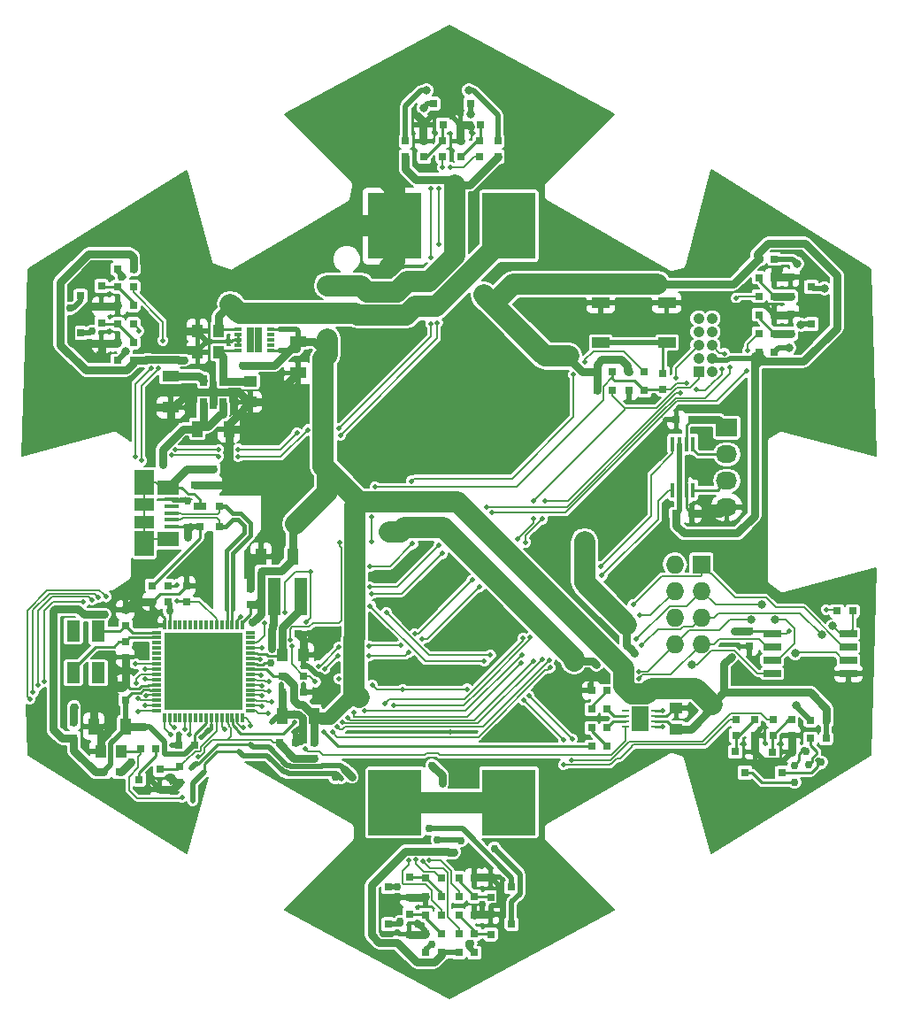
<source format=gbr>
G04 #@! TF.GenerationSoftware,KiCad,Pcbnew,(2016-12-02 revision 54c5f6b)-makepkg*
G04 #@! TF.CreationDate,2016-12-08T22:01:38-06:00*
G04 #@! TF.ProjectId,Star,537461722E6B696361645F7063620000,rev?*
G04 #@! TF.FileFunction,Copper,L2,Bot,Signal*
G04 #@! TF.FilePolarity,Positive*
%FSLAX46Y46*%
G04 Gerber Fmt 4.6, Leading zero omitted, Abs format (unit mm)*
G04 Created by KiCad (PCBNEW (2016-12-02 revision 54c5f6b)-makepkg) date 12/08/16 22:01:38*
%MOMM*%
%LPD*%
G01*
G04 APERTURE LIST*
%ADD10C,0.100000*%
%ADD11R,1.600000X1.000000*%
%ADD12R,0.750000X0.800000*%
%ADD13R,5.080000X6.350000*%
%ADD14R,1.837500X1.837500*%
%ADD15R,0.850000X0.300000*%
%ADD16R,0.300000X0.850000*%
%ADD17R,1.000000X1.600000*%
%ADD18R,0.800000X0.750000*%
%ADD19R,1.000000X1.250000*%
%ADD20R,1.250000X1.000000*%
%ADD21R,1.050000X1.050000*%
%ADD22C,1.050000*%
%ADD23R,2.032000X1.727200*%
%ADD24O,2.032000X1.727200*%
%ADD25R,1.897380X1.173480*%
%ADD26R,1.897380X2.374900*%
%ADD27R,2.100580X1.473200*%
%ADD28R,1.379220X0.449580*%
%ADD29O,1.727200X1.727200*%
%ADD30R,1.727200X1.727200*%
%ADD31R,0.800100X0.800100*%
%ADD32R,1.300000X2.000000*%
%ADD33R,0.650000X1.060000*%
%ADD34R,0.650000X0.300000*%
%ADD35R,0.775000X1.240000*%
%ADD36R,1.700000X0.650000*%
%ADD37R,0.700000X0.250000*%
%ADD38R,0.830000X1.190000*%
%ADD39R,0.450000X1.450000*%
%ADD40R,0.800000X0.800000*%
%ADD41R,1.200000X0.800000*%
%ADD42R,1.270000X3.556000*%
%ADD43R,1.700000X1.000000*%
%ADD44C,0.508000*%
%ADD45C,0.762000*%
%ADD46C,0.800000*%
%ADD47C,0.254000*%
%ADD48C,0.152400*%
%ADD49C,0.508000*%
%ADD50C,0.250000*%
%ADD51C,0.762000*%
%ADD52C,2.032000*%
%ADD53C,0.457200*%
%ADD54C,0.203200*%
G04 APERTURE END LIST*
D10*
D11*
X112522000Y-84558000D03*
X112522000Y-81558000D03*
D12*
X101219000Y-122186000D03*
X101219000Y-123686000D03*
D13*
X121793000Y-70485000D03*
X132715000Y-70485000D03*
X121793000Y-125628400D03*
X132715000Y-125628400D03*
D14*
X106231500Y-115883500D03*
X104394000Y-115883500D03*
X102556500Y-115883500D03*
X100719000Y-115883500D03*
X106231500Y-114046000D03*
X104394000Y-114046000D03*
X102556500Y-114046000D03*
X100719000Y-114046000D03*
X106231500Y-112208500D03*
X104394000Y-112208500D03*
X102556500Y-112208500D03*
X100719000Y-112208500D03*
X106231500Y-110371000D03*
X104394000Y-110371000D03*
X102556500Y-110371000D03*
X100719000Y-110371000D03*
D15*
X107925250Y-116877250D03*
X107925250Y-116377250D03*
X107925250Y-115877250D03*
X107925250Y-115377250D03*
X107925250Y-114877250D03*
X107925250Y-114377250D03*
X107925250Y-113877250D03*
X107925250Y-113377250D03*
X107925250Y-112877250D03*
X107925250Y-112377250D03*
X107925250Y-111877250D03*
X107925250Y-111377250D03*
X107925250Y-110877250D03*
X107925250Y-110377250D03*
X107925250Y-109877250D03*
X107925250Y-109377250D03*
D16*
X107225250Y-108677250D03*
X106725250Y-108677250D03*
X106225250Y-108677250D03*
X105725250Y-108677250D03*
X105225250Y-108677250D03*
X104725250Y-108677250D03*
X104225250Y-108677250D03*
X103725250Y-108677250D03*
X103225250Y-108677250D03*
X102725250Y-108677250D03*
X102225250Y-108677250D03*
X101725250Y-108677250D03*
X101225250Y-108677250D03*
X100725250Y-108677250D03*
X100225250Y-108677250D03*
X99725250Y-108677250D03*
D15*
X99025250Y-109377250D03*
X99025250Y-109877250D03*
X99025250Y-110377250D03*
X99025250Y-110877250D03*
X99025250Y-111377250D03*
X99025250Y-111877250D03*
X99025250Y-112377250D03*
X99025250Y-112877250D03*
X99025250Y-113377250D03*
X99025250Y-113877250D03*
X99025250Y-114377250D03*
X99025250Y-114877250D03*
X99025250Y-115377250D03*
X99025250Y-115877250D03*
X99025250Y-116377250D03*
X99025250Y-116877250D03*
D16*
X99725250Y-117577250D03*
X100225250Y-117577250D03*
X100725250Y-117577250D03*
X101225250Y-117577250D03*
X101725250Y-117577250D03*
X102225250Y-117577250D03*
X102725250Y-117577250D03*
X103225250Y-117577250D03*
X103725250Y-117577250D03*
X104225250Y-117577250D03*
X104725250Y-117577250D03*
X105225250Y-117577250D03*
X105725250Y-117577250D03*
X106225250Y-117577250D03*
X106725250Y-117577250D03*
X107225250Y-117577250D03*
D17*
X95988000Y-118364000D03*
X92988000Y-118364000D03*
X111990000Y-102108000D03*
X108990000Y-102108000D03*
X111022000Y-117348000D03*
X114022000Y-117348000D03*
D12*
X110998000Y-115050000D03*
X110998000Y-113550000D03*
D17*
X105894000Y-89916000D03*
X102894000Y-89916000D03*
D18*
X100064000Y-106426000D03*
X98564000Y-106426000D03*
X145657000Y-86233000D03*
X144157000Y-86233000D03*
X102604000Y-120142000D03*
X101104000Y-120142000D03*
D11*
X100330000Y-84860000D03*
X100330000Y-87860000D03*
D12*
X107950000Y-105168000D03*
X107950000Y-106668000D03*
D19*
X111014000Y-111506000D03*
X113014000Y-111506000D03*
D20*
X107950000Y-85344000D03*
X107950000Y-87344000D03*
D12*
X96012000Y-115812000D03*
X96012000Y-114312000D03*
D18*
X112510000Y-109474000D03*
X111010000Y-109474000D03*
D19*
X102914021Y-82553361D03*
X104914021Y-82553361D03*
X102914021Y-80521361D03*
X104914021Y-80521361D03*
D12*
X113030000Y-113550000D03*
X113030000Y-115050000D03*
X155702000Y-110720000D03*
X155702000Y-109220000D03*
X96012000Y-110248000D03*
X96012000Y-111748000D03*
D18*
X110756000Y-119888000D03*
X112256000Y-119888000D03*
X142101000Y-120269000D03*
X140601000Y-120269000D03*
X142101000Y-114935000D03*
X140601000Y-114935000D03*
D12*
X96012000Y-107200000D03*
X96012000Y-108700000D03*
D19*
X93615000Y-120777000D03*
X95615000Y-120777000D03*
D20*
X148717000Y-118602000D03*
X148717000Y-116602000D03*
D12*
X102616000Y-95238000D03*
X102616000Y-93738000D03*
D18*
X150223832Y-89027000D03*
X148723832Y-89027000D03*
X150223832Y-98011792D03*
X148723832Y-98011792D03*
D21*
X150876000Y-84455000D03*
D22*
X150876000Y-83185000D03*
X150876000Y-81915000D03*
X150876000Y-80645000D03*
X150876000Y-79375000D03*
X152146000Y-83185000D03*
X152146000Y-81915000D03*
X152146000Y-80645000D03*
X152146000Y-79375000D03*
X152146000Y-84455000D03*
D23*
X153543000Y-89789000D03*
D24*
X153543000Y-92329000D03*
X153543000Y-94869000D03*
X153543000Y-97409000D03*
D25*
X97790000Y-98806000D03*
X97790000Y-97129600D03*
D26*
X97790000Y-95054420D03*
X97790000Y-100881180D03*
D27*
X100088700Y-95506540D03*
X100088700Y-100429060D03*
D28*
X100449380Y-99268280D03*
X100449380Y-98618040D03*
X100449380Y-97967800D03*
X100449380Y-97317560D03*
X100449380Y-96667320D03*
D29*
X148590000Y-110490000D03*
X151130000Y-110490000D03*
X148590000Y-107950000D03*
X151130000Y-107950000D03*
X148590000Y-105410000D03*
X151130000Y-105410000D03*
X148590000Y-102870000D03*
D30*
X151130000Y-102870000D03*
D31*
X130952240Y-138249688D03*
X130952240Y-136349688D03*
X132951220Y-137299688D03*
X130952240Y-134693688D03*
X130952240Y-132793688D03*
X132951220Y-133743688D03*
X121175780Y-133743688D03*
X123174760Y-134693688D03*
X123174760Y-132793688D03*
X123174760Y-136349688D03*
X123174760Y-138249688D03*
X121175780Y-137299688D03*
X154350036Y-120792240D03*
X156250036Y-120792240D03*
X155300036Y-122791220D03*
X158856036Y-122809000D03*
X159806036Y-120810020D03*
X157906036Y-120810020D03*
X159654240Y-77277000D03*
X159654240Y-75377000D03*
X161653220Y-76327000D03*
X161653220Y-79883000D03*
X159654240Y-78933000D03*
X159654240Y-80833000D03*
X125457738Y-58818780D03*
X124507738Y-60817760D03*
X126407738Y-60817760D03*
X129963738Y-60817760D03*
X128063738Y-60817760D03*
X129013738Y-58818780D03*
X91711780Y-80750854D03*
X93710760Y-81700854D03*
X93710760Y-79800854D03*
X93710760Y-76244854D03*
X93710760Y-78144854D03*
X91711780Y-77194854D03*
X97299780Y-123444000D03*
X99298760Y-124394000D03*
X99298760Y-122494000D03*
D18*
X129401000Y-138188688D03*
X127901000Y-138188688D03*
X127901000Y-136410688D03*
X129401000Y-136410688D03*
D12*
X91059000Y-119495000D03*
X91059000Y-117995000D03*
D18*
X141109000Y-86233000D03*
X142609000Y-86233000D03*
X95428500Y-122745500D03*
X93928500Y-122745500D03*
X129401000Y-132854688D03*
X127901000Y-132854688D03*
X129401000Y-134632688D03*
X127901000Y-134632688D03*
D12*
X147447000Y-86094000D03*
X147447000Y-84594000D03*
D18*
X142609000Y-84455000D03*
X141109000Y-84455000D03*
X124726000Y-132854688D03*
X126226000Y-132854688D03*
X126226000Y-134632688D03*
X124726000Y-134632688D03*
X127901000Y-140017500D03*
X129401000Y-140017500D03*
X124726000Y-140017500D03*
X126226000Y-140017500D03*
X124726000Y-138188688D03*
X126226000Y-138188688D03*
X124726000Y-136410688D03*
X126226000Y-136410688D03*
D12*
X154411036Y-119241000D03*
X154411036Y-117741000D03*
X156189036Y-117741000D03*
X156189036Y-119241000D03*
D18*
X163056000Y-119507000D03*
X161556000Y-119507000D03*
X161568000Y-117792500D03*
X163068000Y-117792500D03*
D12*
X159745036Y-117741000D03*
X159745036Y-119241000D03*
X157967036Y-119241000D03*
X157967036Y-117741000D03*
D18*
X156603000Y-77216000D03*
X158103000Y-77216000D03*
X158103000Y-75438000D03*
X156603000Y-75438000D03*
X158103000Y-82550000D03*
X156603000Y-82550000D03*
X156603000Y-73660000D03*
X158103000Y-73660000D03*
X158103000Y-78994000D03*
X156603000Y-78994000D03*
X156603000Y-80772000D03*
X158103000Y-80772000D03*
X144157000Y-84455000D03*
X145657000Y-84455000D03*
D12*
X126346738Y-62369000D03*
X126346738Y-63869000D03*
X124568738Y-63869000D03*
X124568738Y-62369000D03*
X122809000Y-63869000D03*
X122809000Y-62369000D03*
X131635500Y-62369000D03*
X131635500Y-63869000D03*
X128124738Y-62369000D03*
X128124738Y-63869000D03*
D18*
X165596000Y-107315000D03*
X164096000Y-107315000D03*
X142101000Y-118491000D03*
X140601000Y-118491000D03*
X142101000Y-116713000D03*
X140601000Y-116713000D03*
D12*
X129902738Y-62369000D03*
X129902738Y-63869000D03*
X104394000Y-93738000D03*
X104394000Y-95238000D03*
D18*
X95262000Y-79861854D03*
X96762000Y-79861854D03*
X96762000Y-81639854D03*
X95262000Y-81639854D03*
X95262000Y-74612500D03*
X96762000Y-74612500D03*
X95262000Y-83375500D03*
X96762000Y-83375500D03*
X95262000Y-78083854D03*
X96762000Y-78083854D03*
X95262000Y-76305854D03*
X96762000Y-76305854D03*
D12*
X114046000Y-121400000D03*
X114046000Y-119900000D03*
D18*
X98933000Y-120523000D03*
X97433000Y-120523000D03*
X98564000Y-104902000D03*
X100064000Y-104902000D03*
D12*
X101854000Y-106414000D03*
X101854000Y-104914000D03*
D32*
X91002000Y-109252000D03*
X91002000Y-113252000D03*
X93402000Y-113252000D03*
X93402000Y-109252000D03*
D33*
X105344000Y-87460000D03*
X104394000Y-87460000D03*
X103444000Y-87460000D03*
X103444000Y-85260000D03*
X105344000Y-85260000D03*
D34*
X106815521Y-82395361D03*
X106815521Y-81895361D03*
X106815521Y-81395361D03*
X106815521Y-80895361D03*
X106815521Y-80395361D03*
X109915521Y-80395361D03*
X109915521Y-80895361D03*
X109915521Y-81395361D03*
X109915521Y-81895361D03*
X109915521Y-82395361D03*
D35*
X108753021Y-80775361D03*
X108753021Y-82015361D03*
X107978021Y-80775361D03*
X107978021Y-82015361D03*
D36*
X165194000Y-109474000D03*
X165194000Y-110744000D03*
X165194000Y-112014000D03*
X165194000Y-113284000D03*
X157894000Y-113284000D03*
X157894000Y-112014000D03*
X157894000Y-110744000D03*
X157894000Y-109474000D03*
D37*
X143854000Y-118392000D03*
X143854000Y-117892000D03*
X143854000Y-117392000D03*
X143854000Y-116892000D03*
X146654000Y-116892000D03*
X146654000Y-117392000D03*
X146654000Y-117892000D03*
X146654000Y-118392000D03*
D38*
X145669000Y-117047000D03*
X145669000Y-118237000D03*
X144839000Y-117047000D03*
X144839000Y-118237000D03*
D39*
X150321832Y-95766792D03*
X149671832Y-95766792D03*
X149021832Y-95766792D03*
X148371832Y-95766792D03*
X148371832Y-91366792D03*
X149021832Y-91366792D03*
X149671832Y-91366792D03*
X150321832Y-91366792D03*
D40*
X103124000Y-99220100D03*
X105024000Y-99220100D03*
X105024000Y-97320100D03*
D41*
X103124000Y-97320100D03*
D42*
X112776000Y-105918000D03*
X110236000Y-105918000D03*
D43*
X147803000Y-77856000D03*
X141503000Y-77856000D03*
X147803000Y-81656000D03*
X141503000Y-81656000D03*
D44*
X89979500Y-116459000D03*
X91122500Y-110998000D03*
X143891000Y-95631000D03*
X127889000Y-122999500D03*
X133413500Y-118618000D03*
X122174000Y-103568500D03*
X128651000Y-109029500D03*
X124904500Y-106108500D03*
X120523000Y-109220000D03*
X121285000Y-112839500D03*
X126746000Y-113093500D03*
X139255500Y-72834500D03*
X131762500Y-65659000D03*
X136207500Y-60579000D03*
X117538500Y-59944000D03*
X109601000Y-75628500D03*
X100076000Y-72898000D03*
X90805000Y-87185500D03*
X109728000Y-94742000D03*
X103886000Y-101409500D03*
X94869000Y-108585000D03*
X94234000Y-111569500D03*
X99123500Y-127127000D03*
X89535000Y-120713500D03*
X113157000Y-119634000D03*
X112522000Y-123825000D03*
X129540000Y-131445000D03*
X121285000Y-135658846D03*
X117348000Y-136398000D03*
X118618000Y-131953000D03*
X118110000Y-127000000D03*
X119888000Y-121793000D03*
X132842000Y-121793000D03*
X145415000Y-121285000D03*
X138430000Y-124079000D03*
X135128000Y-130429000D03*
X136017000Y-135509000D03*
X156337000Y-125603000D03*
X152019000Y-123190000D03*
X154940000Y-113792000D03*
X153924000Y-71628000D03*
X135382000Y-88138000D03*
X120015000Y-91948000D03*
X127508000Y-93726000D03*
X127254000Y-87884000D03*
X127254000Y-82042000D03*
X96012000Y-105410000D03*
X97561400Y-108661200D03*
D45*
X97383600Y-111048800D03*
D44*
X113030000Y-112522000D03*
X110934500Y-114356402D03*
X106990747Y-107854730D03*
X100393500Y-123126500D03*
D45*
X121221500Y-82931000D03*
X121221500Y-81216500D03*
X120015000Y-74612500D03*
X121221500Y-74485500D03*
D44*
X113030000Y-114356402D03*
X108902500Y-111950500D03*
X103204512Y-119413508D03*
X100399825Y-120205500D03*
X110015114Y-117957578D03*
X140508459Y-114325421D03*
X127074659Y-118878034D03*
X113855500Y-115125500D03*
X149923500Y-116649500D03*
X156845000Y-118554500D03*
X157074267Y-121616471D03*
X155702000Y-111696500D03*
X163766500Y-113284000D03*
X150241000Y-98996500D03*
X147701000Y-89027000D03*
X144145000Y-87122000D03*
X144653000Y-77856000D03*
D45*
X116522500Y-71437500D03*
X117919500Y-70548500D03*
X101536500Y-80454500D03*
X110998000Y-86082000D03*
X106997500Y-89916000D03*
X98679000Y-87884000D03*
X100330000Y-89154000D03*
D44*
X103530400Y-95238000D03*
X94424500Y-119189500D03*
X101854000Y-104013000D03*
X108966000Y-100838000D03*
X110045500Y-102108000D03*
X114046000Y-111506000D03*
X98361500Y-122555000D03*
D45*
X121031000Y-66040000D03*
X130133770Y-135424559D03*
X123952000Y-137287000D03*
X158496000Y-74676000D03*
X154940000Y-78740000D03*
X129030286Y-60960000D03*
X121920000Y-65532000D03*
X123952000Y-59944000D03*
X98552000Y-82296000D03*
X93472000Y-82804000D03*
X101911397Y-96780608D03*
D44*
X119888000Y-95440500D03*
X119570500Y-98298000D03*
X119570500Y-100711000D03*
X116522500Y-100774500D03*
X111760001Y-110055548D03*
X109029500Y-110871000D03*
X149707600Y-85496368D03*
X150647400Y-86156800D03*
X153060400Y-84175600D03*
X153314400Y-82702400D03*
X116459000Y-110744000D03*
X119329200Y-110693200D03*
X122377200Y-110617000D03*
X123698000Y-109499400D03*
X129184400Y-104368600D03*
X133527800Y-100406200D03*
X135051800Y-98450400D03*
X135051800Y-96799400D03*
X114460779Y-112590516D03*
X108963739Y-113504322D03*
X136143999Y-96774000D03*
X135890000Y-98526600D03*
X134315200Y-100761800D03*
X129921000Y-104978200D03*
X124358400Y-110032800D03*
X123139200Y-111277400D03*
X119329200Y-111633000D03*
X116382800Y-111633000D03*
X109732002Y-114046089D03*
X115054123Y-112890562D03*
X149148800Y-86461579D03*
X148717000Y-85013800D03*
X141605000Y-103949500D03*
X134048500Y-109918500D03*
X120840500Y-116205000D03*
X107957646Y-118262389D03*
X141478000Y-103060500D03*
X134747000Y-109855000D03*
X121666000Y-116395500D03*
X107251500Y-118491000D03*
X112188430Y-117957578D03*
X114990507Y-118879993D03*
X105534275Y-118671968D03*
X113243886Y-120512305D03*
X99123500Y-84074000D03*
X99593400Y-81457800D03*
X97561400Y-92938600D03*
X93415231Y-105985671D03*
X87172800Y-115049279D03*
X97853500Y-113855500D03*
X98463090Y-84072395D03*
X94157800Y-105968789D03*
X97282000Y-80543400D03*
X96951800Y-92532200D03*
X86842600Y-115722400D03*
X97022611Y-114201923D03*
X116560600Y-90525600D03*
X112420400Y-90297000D03*
X106781600Y-91846400D03*
X104927400Y-91871800D03*
X100736400Y-91846400D03*
X92809957Y-106249843D03*
X87655410Y-114367978D03*
X97853500Y-112890288D03*
X125857000Y-79756000D03*
X125984000Y-72263000D03*
X125984000Y-66929000D03*
X127127000Y-64897000D03*
X116408200Y-89865200D03*
X113436400Y-89992200D03*
X106781600Y-92557600D03*
X104927400Y-92532200D03*
X100406200Y-92430600D03*
X91973400Y-106451400D03*
X88227627Y-114038264D03*
X96964500Y-112395000D03*
X125209413Y-79885517D03*
X125222000Y-73533000D03*
X125222000Y-66929000D03*
X126365000Y-64897000D03*
X131038600Y-97917000D03*
X126314200Y-101828600D03*
X119557800Y-105664000D03*
X97218500Y-115675145D03*
X155448000Y-84391500D03*
X155575000Y-82423000D03*
X130581400Y-97358200D03*
X126034800Y-101041200D03*
X119394099Y-105024198D03*
X97940939Y-115402136D03*
X153809700Y-84009155D03*
X154432000Y-77406500D03*
X130937000Y-111556800D03*
X120980200Y-107492800D03*
X134620000Y-115443000D03*
X138747500Y-119570500D03*
X138720627Y-121564390D03*
X97218500Y-116967000D03*
X130352800Y-112115600D03*
X119430800Y-106832400D03*
X134091670Y-115839247D03*
X137922000Y-119634000D03*
X137922000Y-122047000D03*
X97917000Y-116394640D03*
X102108000Y-119189500D03*
X123126500Y-131191000D03*
X101663500Y-118618000D03*
X123783569Y-131124632D03*
X100647500Y-118491000D03*
X125095645Y-131180344D03*
X100330000Y-119126000D03*
X124436612Y-131223009D03*
D45*
X109888694Y-112293466D03*
X109980588Y-110972655D03*
D44*
X145097500Y-113121109D03*
X109029500Y-114469533D03*
X133938540Y-111523040D03*
X118904411Y-116888396D03*
D46*
X155894747Y-108165811D03*
X160083500Y-111379000D03*
D44*
X145161000Y-113855500D03*
X109714302Y-115011300D03*
X117847885Y-117057856D03*
X133858000Y-112331500D03*
X109029500Y-115434744D03*
X117254029Y-117540466D03*
X135056507Y-112085493D03*
X145412288Y-110604298D03*
D46*
X163703000Y-108775500D03*
X162623500Y-109601000D03*
D44*
X109966529Y-115976073D03*
X116749937Y-117967121D03*
X135890000Y-111950500D03*
X144589500Y-106743500D03*
X109029500Y-116399956D03*
X116226101Y-118395424D03*
X136588500Y-112014000D03*
X145224500Y-107759500D03*
D46*
X150179884Y-112447057D03*
D44*
X109613293Y-117076873D03*
X115810842Y-118908945D03*
X136657694Y-112745673D03*
X144907000Y-110045500D03*
D46*
X158152439Y-108165811D03*
X156908500Y-106743500D03*
D45*
X101955600Y-100279200D03*
X99568000Y-93345000D03*
D44*
X102987655Y-121232772D03*
X101409507Y-125133108D03*
D45*
X116078000Y-123253500D03*
D44*
X102425500Y-125476000D03*
D45*
X131318000Y-130048000D03*
X128079500Y-129286000D03*
X125857000Y-129222500D03*
D44*
X102298500Y-122364500D03*
D45*
X117665500Y-123190000D03*
X125031500Y-128143000D03*
X122017555Y-133680355D03*
X122301000Y-137033000D03*
X161163000Y-120777000D03*
X160020000Y-122111787D03*
X160020000Y-123698000D03*
X162560000Y-121793000D03*
D46*
X162877500Y-76454000D03*
X160655000Y-79946500D03*
X124523500Y-59182000D03*
X129032000Y-59817000D03*
D45*
X92773500Y-80581500D03*
X90678000Y-78359000D03*
X91084400Y-116484400D03*
X96563420Y-121767590D03*
X129032000Y-139097090D03*
X125285500Y-139192000D03*
X161417000Y-122047000D03*
D46*
X160210500Y-116332000D03*
X159512000Y-82169000D03*
X160274000Y-74104500D03*
X124841000Y-57531000D03*
X128841500Y-57531000D03*
D45*
X95631000Y-75397452D03*
D46*
X96022647Y-82450730D03*
D44*
X100965000Y-106400600D03*
X100914200Y-104800400D03*
D45*
X121285000Y-99720400D03*
X122351800Y-99720400D03*
X141097000Y-112471200D03*
D44*
X147447000Y-116865400D03*
D45*
X144729200Y-111353610D03*
X139928600Y-100685600D03*
X139928600Y-101752400D03*
D44*
X147447000Y-118389400D03*
D45*
X108151801Y-108415041D03*
X93974455Y-107670630D03*
X125349000Y-122110500D03*
X118364000Y-115570000D03*
X126301500Y-123825000D03*
X127444500Y-130429000D03*
D44*
X153987500Y-111696500D03*
X154305000Y-109283500D03*
D45*
X100225250Y-107315000D03*
X127508000Y-71120000D03*
X127508000Y-72588122D03*
X130302000Y-77089000D03*
X131191000Y-77978000D03*
D44*
X163068000Y-107188000D03*
X159512000Y-109220000D03*
D45*
X115316000Y-81280000D03*
X115316000Y-82804000D03*
X116840000Y-76200000D03*
X115316000Y-76200000D03*
X107188000Y-83820000D03*
X101600000Y-83312000D03*
D44*
X113715800Y-103581200D03*
X119405400Y-103022400D03*
X123494800Y-100888800D03*
X123393200Y-94894400D03*
X113325893Y-108359823D03*
X111277401Y-107445285D03*
X109308238Y-108500118D03*
X111923209Y-110695476D03*
X114173000Y-114109500D03*
X128740041Y-114798444D03*
X116459000Y-113792000D03*
X119634000Y-114427000D03*
X122555000Y-114871500D03*
X138874500Y-84709000D03*
X139954000Y-83502500D03*
D47*
X89979500Y-116459000D02*
X90093800Y-116344700D01*
X90093800Y-116344700D02*
X90093800Y-116179600D01*
D48*
X147701000Y-89027000D02*
X147701000Y-91821000D01*
X147701000Y-91821000D02*
X143891000Y-95631000D01*
X121666000Y-113093500D02*
X121412000Y-112839500D01*
X121412000Y-112839500D02*
X121285000Y-112839500D01*
X126746000Y-113093500D02*
X121666000Y-113093500D01*
X136207500Y-62801500D02*
X133350000Y-65659000D01*
X133350000Y-65659000D02*
X131762500Y-65659000D01*
X136207500Y-60579000D02*
X136207500Y-62801500D01*
X101536500Y-80454500D02*
X101536500Y-74358500D01*
X101536500Y-74358500D02*
X100076000Y-72898000D01*
X109918500Y-99933500D02*
X109918500Y-94932500D01*
X109918500Y-94932500D02*
X109728000Y-94742000D01*
X108990000Y-100862000D02*
X109918500Y-99933500D01*
X94932500Y-107315000D02*
X94869000Y-107378500D01*
X94869000Y-107378500D02*
X94869000Y-108585000D01*
X95369600Y-107315000D02*
X94932500Y-107315000D01*
X96012000Y-107200000D02*
X95484600Y-107200000D01*
X95484600Y-107200000D02*
X95369600Y-107315000D01*
X96012000Y-111748000D02*
X94412500Y-111748000D01*
X94412500Y-111748000D02*
X94234000Y-111569500D01*
X95313500Y-125984000D02*
X97980500Y-125984000D01*
X97980500Y-125984000D02*
X99123500Y-127127000D01*
X90043000Y-120713500D02*
X95313500Y-125984000D01*
X89535000Y-120713500D02*
X90043000Y-120713500D01*
X112256000Y-119888000D02*
X112903000Y-119888000D01*
X112903000Y-119888000D02*
X113157000Y-119634000D01*
X130952240Y-132793688D02*
X130952240Y-132241238D01*
X130952240Y-132241238D02*
X130156002Y-131445000D01*
X130156002Y-131445000D02*
X129540000Y-131445000D01*
D49*
X121285000Y-135658846D02*
X122250158Y-134693688D01*
D48*
X120332500Y-137988030D02*
X120332500Y-136611346D01*
X120332500Y-136611346D02*
X121285000Y-135658846D01*
X123174760Y-138249688D02*
X120594158Y-138249688D01*
X120594158Y-138249688D02*
X120332500Y-137988030D01*
D49*
X121539000Y-138249688D02*
X120594158Y-138249688D01*
D48*
X123174760Y-138249688D02*
X121539000Y-138249688D01*
X118618000Y-131953000D02*
X118618000Y-135128000D01*
X118618000Y-135128000D02*
X117348000Y-136398000D01*
X118893790Y-122428000D02*
X118893790Y-126216210D01*
X118893790Y-126216210D02*
X118110000Y-127000000D01*
X119888000Y-121793000D02*
X119528790Y-121793000D01*
X119528790Y-121793000D02*
X118893790Y-122428000D01*
X138430000Y-124079000D02*
X136144000Y-121793000D01*
X136144000Y-121793000D02*
X132842000Y-121793000D01*
X135763000Y-129434790D02*
X135763000Y-126746000D01*
X135763000Y-126746000D02*
X138430000Y-124079000D01*
X135128000Y-130429000D02*
X135128000Y-130069790D01*
X135128000Y-130069790D02*
X135763000Y-129434790D01*
X132996950Y-138557000D02*
X132996950Y-138529050D01*
X132996950Y-138529050D02*
X136017000Y-135509000D01*
X131826000Y-136670998D02*
X131826000Y-137386050D01*
X131826000Y-137386050D02*
X132996950Y-138557000D01*
X130952240Y-136349688D02*
X131504690Y-136349688D01*
X131504690Y-136349688D02*
X131826000Y-136670998D01*
X157074267Y-121616471D02*
X153592529Y-121616471D01*
X153592529Y-121616471D02*
X152019000Y-123190000D01*
X127508000Y-93726000D02*
X125730000Y-91948000D01*
X125730000Y-91948000D02*
X120015000Y-91948000D01*
X127254000Y-82042000D02*
X127254000Y-87884000D01*
X96012000Y-107200000D02*
X96012000Y-105410000D01*
D50*
X90703400Y-115570000D02*
X90093800Y-116179600D01*
X90093800Y-116179600D02*
X90093800Y-116332000D01*
X94129000Y-115570000D02*
X90703400Y-115570000D01*
X96012000Y-114312000D02*
X95387000Y-114312000D01*
X95387000Y-114312000D02*
X94129000Y-115570000D01*
X96012000Y-111748000D02*
X96684400Y-111748000D01*
X96684400Y-111748000D02*
X97383600Y-111048800D01*
D49*
X113014000Y-112506000D02*
X113030000Y-112522000D01*
X113014000Y-111506000D02*
X113014000Y-112506000D01*
X113395014Y-112522000D02*
X113940403Y-113067389D01*
X114003904Y-113067389D02*
X114322112Y-113385598D01*
X114322112Y-113385598D02*
X114616994Y-113385598D01*
X114616994Y-113385598D02*
X114960402Y-113729006D01*
X114960402Y-114426494D02*
X114261396Y-115125500D01*
X114261396Y-115125500D02*
X114214710Y-115125500D01*
X114214710Y-115125500D02*
X113855500Y-115125500D01*
X114960402Y-113729006D02*
X114960402Y-114426494D01*
X110934500Y-114356402D02*
X110934500Y-114986500D01*
X110934500Y-114986500D02*
X110998000Y-115050000D01*
X113940403Y-113067389D02*
X114003904Y-113067389D01*
X113030000Y-112522000D02*
X113395014Y-112522000D01*
D51*
X98552000Y-82296000D02*
X102656660Y-82296000D01*
X102656660Y-82296000D02*
X102914021Y-82553361D01*
D47*
X98589000Y-106862000D02*
X98589000Y-106426000D01*
D49*
X96012000Y-107200000D02*
X96012000Y-107175000D01*
D47*
X98184686Y-114377250D02*
X98109534Y-114452402D01*
X97561566Y-114452402D02*
X97278644Y-114735324D01*
X98109534Y-114452402D02*
X97561566Y-114452402D01*
X97278644Y-114735324D02*
X96435324Y-114735324D01*
X96435324Y-114735324D02*
X96012000Y-114312000D01*
X99025250Y-114377250D02*
X98184686Y-114377250D01*
D49*
X95006880Y-114124294D02*
X95006880Y-113765084D01*
X95006880Y-114189880D02*
X95006880Y-114124294D01*
X96012000Y-114312000D02*
X95129000Y-114312000D01*
X95129000Y-114312000D02*
X95006880Y-114189880D01*
D47*
X106725250Y-108677250D02*
X106725250Y-108120227D01*
X106725250Y-108120227D02*
X106990747Y-107854730D01*
D49*
X101219000Y-123686000D02*
X100953000Y-123686000D01*
X100953000Y-123686000D02*
X100393500Y-123126500D01*
D52*
X121793000Y-70485000D02*
X121793000Y-73914000D01*
X121793000Y-73914000D02*
X121221500Y-74485500D01*
D49*
X113030000Y-115050000D02*
X113030000Y-114356402D01*
D47*
X108829250Y-111877250D02*
X108902500Y-111950500D01*
X107925250Y-111877250D02*
X108829250Y-111877250D01*
D48*
X103378000Y-119443500D02*
X103234504Y-119443500D01*
X103234504Y-119443500D02*
X103204512Y-119413508D01*
X104045834Y-118775666D02*
X103378000Y-119443500D01*
D49*
X100399825Y-120205500D02*
X101040500Y-120205500D01*
X101040500Y-120205500D02*
X101104000Y-120142000D01*
X101219000Y-123686000D02*
X101429143Y-123686000D01*
D51*
X112566384Y-117170176D02*
X111199824Y-117170176D01*
X112975832Y-119168168D02*
X112975832Y-117579624D01*
D49*
X110269113Y-117703579D02*
X110015114Y-117957578D01*
D51*
X112975832Y-117579624D02*
X112566384Y-117170176D01*
X111199824Y-117170176D02*
X111022000Y-117348000D01*
D49*
X111022000Y-117348000D02*
X110624692Y-117348000D01*
D51*
X112256000Y-119888000D02*
X112975832Y-119168168D01*
D49*
X110624692Y-117348000D02*
X110269113Y-117703579D01*
X140508459Y-114684631D02*
X140508459Y-114325421D01*
X140601000Y-114935000D02*
X140508459Y-114842459D01*
X140508459Y-114842459D02*
X140508459Y-114684631D01*
D47*
X147795198Y-117398802D02*
X148592000Y-116602000D01*
X147264802Y-117398802D02*
X147795198Y-117398802D01*
X147258000Y-117392000D02*
X147264802Y-117398802D01*
X146654000Y-117392000D02*
X147258000Y-117392000D01*
X148592000Y-116602000D02*
X148717000Y-116602000D01*
D49*
X113030000Y-115050000D02*
X113780000Y-115050000D01*
X113780000Y-115050000D02*
X113855500Y-115125500D01*
X148717000Y-116602000D02*
X149876000Y-116602000D01*
X149876000Y-116602000D02*
X149923500Y-116649500D01*
X156189036Y-119241000D02*
X156189036Y-119210464D01*
X156189036Y-119210464D02*
X156845000Y-118554500D01*
X156250036Y-120792240D02*
X157074267Y-121616471D01*
X155702000Y-110720000D02*
X155702000Y-111696500D01*
X165194000Y-113284000D02*
X163766500Y-113284000D01*
X150223832Y-98011792D02*
X150223832Y-98979332D01*
X150223832Y-98979332D02*
X150241000Y-98996500D01*
X148723832Y-89027000D02*
X147701000Y-89027000D01*
X144157000Y-86233000D02*
X144157000Y-87110000D01*
X144157000Y-87110000D02*
X144145000Y-87122000D01*
X144653000Y-77856000D02*
X147803000Y-77856000D01*
X141503000Y-77856000D02*
X144653000Y-77856000D01*
D52*
X116522500Y-71437500D02*
X117030500Y-71437500D01*
X117030500Y-71437500D02*
X117919500Y-70548500D01*
X121793000Y-70485000D02*
X117983000Y-70485000D01*
X117983000Y-70485000D02*
X117919500Y-70548500D01*
D51*
X102914021Y-80521361D02*
X101603361Y-80521361D01*
X101603361Y-80521361D02*
X101536500Y-80454500D01*
X109736000Y-87344000D02*
X110998000Y-86082000D01*
X112522000Y-84558000D02*
X110998000Y-86082000D01*
X105894000Y-89916000D02*
X106997500Y-89916000D01*
X100330000Y-87860000D02*
X98703000Y-87860000D01*
X98703000Y-87860000D02*
X98679000Y-87884000D01*
X100330000Y-87860000D02*
X100330000Y-89154000D01*
X102616000Y-95238000D02*
X103530400Y-95238000D01*
D49*
X93615000Y-120777000D02*
X93615000Y-119999000D01*
X93615000Y-119999000D02*
X94424500Y-119189500D01*
X101854000Y-104914000D02*
X101854000Y-104013000D01*
X108990000Y-102108000D02*
X108990000Y-100862000D01*
X108990000Y-100862000D02*
X108966000Y-100838000D01*
X108990000Y-102108000D02*
X110045500Y-102108000D01*
X113014000Y-111506000D02*
X114046000Y-111506000D01*
X99298760Y-124394000D02*
X98361500Y-123456740D01*
X98361500Y-123456740D02*
X98361500Y-122555000D01*
D47*
X99725250Y-108677250D02*
X99725250Y-107998250D01*
X99725250Y-107998250D02*
X98589000Y-106862000D01*
D52*
X121793000Y-70485000D02*
X121793000Y-66802000D01*
X121793000Y-66802000D02*
X121031000Y-66040000D01*
D49*
X157195000Y-78111000D02*
X155321000Y-78111000D01*
X155321000Y-78111000D02*
X155061000Y-78111000D01*
X149161000Y-77856000D02*
X149416000Y-78111000D01*
X147803000Y-77856000D02*
X149161000Y-77856000D01*
X149416000Y-78111000D02*
X155321000Y-78111000D01*
X130130667Y-135450934D02*
X130130667Y-135890000D01*
X130130667Y-135890000D02*
X130130667Y-136241855D01*
X130133770Y-135424559D02*
X130130667Y-135427662D01*
X130130667Y-135427662D02*
X130130667Y-135890000D01*
X123952000Y-137287000D02*
X124079000Y-137414000D01*
X124079000Y-137414000D02*
X124206000Y-137414000D01*
D48*
X121793000Y-70485000D02*
X121793000Y-67437000D01*
X121793000Y-67437000D02*
X121920000Y-67310000D01*
D51*
X158103000Y-75438000D02*
X158103000Y-75069000D01*
X158103000Y-75069000D02*
X158496000Y-74676000D01*
X154940000Y-78232000D02*
X154940000Y-78740000D01*
D49*
X155061000Y-78111000D02*
X154940000Y-78232000D01*
X158103000Y-78994000D02*
X158078000Y-78994000D01*
X158078000Y-78994000D02*
X157195000Y-78111000D01*
D51*
X128063738Y-60817760D02*
X128888046Y-60817760D01*
X128888046Y-60817760D02*
X129030286Y-60960000D01*
X121920000Y-65532000D02*
X121920000Y-70358000D01*
X121920000Y-70358000D02*
X121793000Y-70485000D01*
X124507738Y-60817760D02*
X124507738Y-60499738D01*
X124507738Y-60499738D02*
X123952000Y-59944000D01*
X93710760Y-81700854D02*
X93710760Y-82565240D01*
X93710760Y-82565240D02*
X93472000Y-82804000D01*
X93710760Y-81700854D02*
X90901558Y-81700854D01*
X90901558Y-81700854D02*
X90778329Y-81577625D01*
X90778329Y-79915235D02*
X92548710Y-78144854D01*
X90778329Y-81577625D02*
X90778329Y-79915235D01*
X92548710Y-78144854D02*
X93710760Y-78144854D01*
D48*
X104045834Y-118750594D02*
X104045834Y-118775666D01*
X104045834Y-118775666D02*
X104013000Y-118808500D01*
D49*
X130952240Y-135586488D02*
X130952240Y-136349688D01*
X131038588Y-135500140D02*
X130952240Y-135586488D01*
X131677411Y-135500139D02*
X131038588Y-135500140D01*
X131758691Y-135418859D02*
X131677411Y-135500139D01*
X131758691Y-133600139D02*
X131758691Y-135418859D01*
X130952240Y-132793688D02*
X131758691Y-133600139D01*
D48*
X104225250Y-118571178D02*
X104045834Y-118750594D01*
X104225250Y-117577250D02*
X104225250Y-118571178D01*
D51*
X93615000Y-120777000D02*
X93615000Y-118991000D01*
X93615000Y-118991000D02*
X92988000Y-118364000D01*
D47*
X106097882Y-81534000D02*
X104203500Y-81534000D01*
D49*
X103801660Y-81534000D02*
X104203500Y-81534000D01*
X102914021Y-82553361D02*
X102914021Y-82421639D01*
X102914021Y-82421639D02*
X103801660Y-81534000D01*
X102914021Y-80521361D02*
X102914021Y-80646361D01*
X102914021Y-80646361D02*
X103801660Y-81534000D01*
D51*
X130952240Y-136349688D02*
X130238500Y-136349688D01*
X130238500Y-136349688D02*
X129462000Y-136349688D01*
D49*
X130130667Y-136241855D02*
X130238500Y-136349688D01*
X124726000Y-138188688D02*
X124726000Y-137934000D01*
X124726000Y-137934000D02*
X124206000Y-137414000D01*
X122250158Y-134693688D02*
X122266710Y-134693688D01*
X122266710Y-134693688D02*
X123174760Y-134693688D01*
X127155688Y-59909710D02*
X128063738Y-60817760D01*
X125415788Y-59909710D02*
X127155688Y-59909710D01*
X124507738Y-60817760D02*
X125415788Y-59909710D01*
X159806036Y-120810020D02*
X158999585Y-121616471D01*
X158999585Y-121616471D02*
X157074267Y-121616471D01*
X160718500Y-75533210D02*
X160718500Y-78776790D01*
X160718500Y-78776790D02*
X160562290Y-78933000D01*
X160562290Y-78933000D02*
X159654240Y-78933000D01*
X159654240Y-75377000D02*
X160562290Y-75377000D01*
X160562290Y-75377000D02*
X160718500Y-75533210D01*
D51*
X113014000Y-111506000D02*
X113014000Y-109978000D01*
X113014000Y-109978000D02*
X112510000Y-109474000D01*
X156189036Y-119241000D02*
X156189036Y-120731240D01*
X156189036Y-120731240D02*
X156250036Y-120792240D01*
X159745036Y-119241000D02*
X159745036Y-120749020D01*
X159745036Y-120749020D02*
X159806036Y-120810020D01*
X130952240Y-132793688D02*
X129462000Y-132793688D01*
X129462000Y-132793688D02*
X129401000Y-132854688D01*
X129462000Y-136349688D02*
X129401000Y-136410688D01*
X123174760Y-138249688D02*
X124665000Y-138249688D01*
X124665000Y-138249688D02*
X124726000Y-138188688D01*
X123174760Y-134693688D02*
X124665000Y-134693688D01*
X124665000Y-134693688D02*
X124726000Y-134632688D01*
X93710760Y-81700854D02*
X95201000Y-81700854D01*
X95201000Y-81700854D02*
X95262000Y-81639854D01*
X93710760Y-78144854D02*
X95201000Y-78144854D01*
X95201000Y-78144854D02*
X95262000Y-78083854D01*
X128063738Y-60817760D02*
X128063738Y-62308000D01*
X128063738Y-62308000D02*
X128124738Y-62369000D01*
X124507738Y-60817760D02*
X124507738Y-62308000D01*
X124507738Y-62308000D02*
X124568738Y-62369000D01*
X158103000Y-78994000D02*
X159593240Y-78994000D01*
X159593240Y-78994000D02*
X159654240Y-78933000D01*
X159654240Y-75377000D02*
X158164000Y-75377000D01*
X158164000Y-75377000D02*
X158103000Y-75438000D01*
D47*
X150223832Y-98011792D02*
X149671832Y-97459792D01*
X149671832Y-97459792D02*
X149671832Y-95766792D01*
D51*
X150223832Y-98011792D02*
X152940208Y-98011792D01*
X152940208Y-98011792D02*
X153543000Y-97409000D01*
X108712000Y-102108000D02*
X107950000Y-102870000D01*
X107950000Y-102870000D02*
X107950000Y-105168000D01*
X108990000Y-102108000D02*
X108712000Y-102108000D01*
X105894000Y-89916000D02*
X105894000Y-94875000D01*
X105894000Y-94875000D02*
X105531000Y-95238000D01*
X105531000Y-95238000D02*
X104394000Y-95238000D01*
D47*
X106815521Y-81395361D02*
X106236521Y-81395361D01*
X106236521Y-81395361D02*
X106097882Y-81534000D01*
X106815521Y-81395361D02*
X106815521Y-81895361D01*
X106815521Y-80895361D02*
X106815521Y-81395361D01*
D51*
X107950000Y-87344000D02*
X109736000Y-87344000D01*
X102130000Y-86360000D02*
X104267000Y-86360000D01*
X104267000Y-86360000D02*
X104394000Y-86487000D01*
X100330000Y-87860000D02*
X100630000Y-87860000D01*
X100630000Y-87860000D02*
X102130000Y-86360000D01*
X104394000Y-87460000D02*
X104394000Y-86487000D01*
X104394000Y-86487000D02*
X104521000Y-86360000D01*
X106841000Y-86360000D02*
X104521000Y-86360000D01*
X107950000Y-87344000D02*
X107825000Y-87344000D01*
X107825000Y-87344000D02*
X106841000Y-86360000D01*
X105894000Y-89916000D02*
X105894000Y-89400000D01*
X105894000Y-89400000D02*
X107950000Y-87344000D01*
D47*
X101911397Y-96780608D02*
X100562668Y-96780608D01*
X100562668Y-96780608D02*
X100449380Y-96667320D01*
D51*
X103530400Y-95238000D02*
X104394000Y-95238000D01*
X99298760Y-124394000D02*
X100511000Y-124394000D01*
X100511000Y-124394000D02*
X101219000Y-123686000D01*
X96012000Y-114312000D02*
X95643000Y-114681000D01*
X95643000Y-114681000D02*
X95109000Y-114681000D01*
X92988000Y-116802000D02*
X92988000Y-118364000D01*
X95109000Y-114681000D02*
X92988000Y-116802000D01*
X96012000Y-111748000D02*
X96012000Y-114312000D01*
X98564000Y-106426000D02*
X96786000Y-106426000D01*
X96786000Y-106426000D02*
X96012000Y-107200000D01*
D47*
X101103600Y-105689400D02*
X99325600Y-105689400D01*
X99325600Y-105689400D02*
X98589000Y-106426000D01*
X98589000Y-106426000D02*
X98564000Y-106426000D01*
X101854000Y-104914000D02*
X101854000Y-104939000D01*
X101854000Y-104939000D02*
X101103600Y-105689400D01*
D51*
X111022000Y-117348000D02*
X111022000Y-115074000D01*
X111022000Y-115074000D02*
X110998000Y-115050000D01*
D52*
X132715000Y-125628400D02*
X121793000Y-125628400D01*
D48*
X142609000Y-84982400D02*
X142609000Y-84455000D01*
X141737601Y-85853799D02*
X142609000Y-84982400D01*
X133464300Y-95440500D02*
X141737601Y-87167199D01*
X119888000Y-95440500D02*
X133464300Y-95440500D01*
X141737601Y-87167199D02*
X141737601Y-85853799D01*
X113941968Y-108458000D02*
X116395500Y-108458000D01*
X116522500Y-101133710D02*
X116522500Y-100774500D01*
X116395500Y-108458000D02*
X116649500Y-108204000D01*
X116649500Y-101260710D02*
X116522500Y-101133710D01*
X111760001Y-110055548D02*
X111760001Y-109037517D01*
X113557543Y-108842425D02*
X113941968Y-108458000D01*
X111760001Y-109037517D02*
X111955093Y-108842425D01*
X111955093Y-108842425D02*
X113557543Y-108842425D01*
X116649500Y-108204000D02*
X116649500Y-101260710D01*
X119570500Y-100711000D02*
X119570500Y-98298000D01*
X109023250Y-110877250D02*
X109029500Y-110871000D01*
X107925250Y-110877250D02*
X109023250Y-110877250D01*
X149348390Y-85496368D02*
X149707600Y-85496368D01*
X148800046Y-85496368D02*
X149348390Y-85496368D01*
X147447000Y-86094000D02*
X148202414Y-86094000D01*
X148202414Y-86094000D02*
X148800046Y-85496368D01*
X151508730Y-86207600D02*
X150698200Y-86207600D01*
X150698200Y-86207600D02*
X150647400Y-86156800D01*
X152016730Y-85699600D02*
X151508730Y-86207600D01*
X153060400Y-84655930D02*
X152016730Y-85699600D01*
X153060400Y-84175600D02*
X153060400Y-84655930D01*
X152857200Y-82626200D02*
X153238200Y-82626200D01*
X153238200Y-82626200D02*
X153314400Y-82702400D01*
X152146000Y-81915000D02*
X152857200Y-82626200D01*
D47*
X142805500Y-85280500D02*
X144679500Y-85280500D01*
X144679500Y-85280500D02*
X145632000Y-86233000D01*
X145632000Y-86233000D02*
X145657000Y-86233000D01*
X142609000Y-84455000D02*
X142609000Y-85084000D01*
X142609000Y-85084000D02*
X142805500Y-85280500D01*
X147447000Y-86094000D02*
X145796000Y-86094000D01*
X145796000Y-86094000D02*
X145657000Y-86233000D01*
D48*
X116459000Y-110744000D02*
X114612484Y-112590516D01*
X114612484Y-112590516D02*
X114460779Y-112590516D01*
X122377200Y-110617000D02*
X119405400Y-110617000D01*
X119405400Y-110617000D02*
X119329200Y-110693200D01*
X129184400Y-104368600D02*
X124053600Y-109499400D01*
X124053600Y-109499400D02*
X123698000Y-109499400D01*
X135051800Y-98450400D02*
X135051800Y-98882200D01*
X135051800Y-98882200D02*
X133527800Y-100406200D01*
X143757989Y-87909389D02*
X143757989Y-88093211D01*
X143757989Y-88093211D02*
X135051800Y-96799400D01*
X107925250Y-113377250D02*
X108836667Y-113377250D01*
X108836667Y-113377250D02*
X108963739Y-113504322D01*
X150876000Y-85132400D02*
X150876000Y-84455000D01*
X143757989Y-87909389D02*
X146818093Y-87909389D01*
X150029422Y-85978978D02*
X150876000Y-85132400D01*
X148748504Y-85978978D02*
X150029422Y-85978978D01*
X142609000Y-86233000D02*
X142609000Y-86760400D01*
X146818093Y-87909389D02*
X148748504Y-85978978D01*
X142609000Y-86760400D02*
X143757989Y-87909389D01*
X136143999Y-96774000D02*
X138384550Y-96774000D01*
X138384550Y-96774000D02*
X148696970Y-86461579D01*
X148696970Y-86461579D02*
X149148800Y-86461579D01*
X134315200Y-100761800D02*
X134315200Y-100101400D01*
X134315200Y-100101400D02*
X135890000Y-98526600D01*
X124358400Y-110032800D02*
X124866400Y-110032800D01*
X124866400Y-110032800D02*
X129921000Y-104978200D01*
X119329200Y-111633000D02*
X122783600Y-111633000D01*
X122783600Y-111633000D02*
X123139200Y-111277400D01*
X115054123Y-112890562D02*
X116311685Y-111633000D01*
X116311685Y-111633000D02*
X116382800Y-111633000D01*
X109372792Y-114046089D02*
X109732002Y-114046089D01*
X108612323Y-113986923D02*
X109313626Y-113986923D01*
X107925250Y-113877250D02*
X108502650Y-113877250D01*
X108502650Y-113877250D02*
X108612323Y-113986923D01*
X109313626Y-113986923D02*
X109372792Y-114046089D01*
X149148800Y-86461579D02*
X149244961Y-86461579D01*
X150876000Y-81915000D02*
X148717000Y-84074000D01*
X148717000Y-84074000D02*
X148717000Y-85013800D01*
X147510500Y-96329500D02*
X147510500Y-96250724D01*
X147510500Y-96250724D02*
X147994432Y-95766792D01*
X147994432Y-95766792D02*
X148371832Y-95766792D01*
X147002500Y-96837500D02*
X147510500Y-96329500D01*
X147002500Y-98552000D02*
X147002500Y-96837500D01*
X141605000Y-103949500D02*
X147002500Y-98552000D01*
X129552689Y-114668311D02*
X134048500Y-110172500D01*
X134048500Y-110172500D02*
X134048500Y-109918500D01*
X128460500Y-115760500D02*
X129552689Y-114668311D01*
X121285000Y-115760500D02*
X128460500Y-115760500D01*
X120840500Y-116205000D02*
X121285000Y-115760500D01*
X107957646Y-118007246D02*
X107957646Y-118262389D01*
X107527650Y-117577250D02*
X107957646Y-118007246D01*
X107225250Y-117577250D02*
X107527650Y-117577250D01*
X146304000Y-94312024D02*
X146304000Y-98234500D01*
X146304000Y-98234500D02*
X141478000Y-103060500D01*
X148371832Y-91366792D02*
X148371832Y-92244192D01*
X148371832Y-92244192D02*
X146304000Y-94312024D01*
X129857500Y-114921566D02*
X134747000Y-110032066D01*
X134747000Y-110032066D02*
X134747000Y-109855000D01*
X128383566Y-116395500D02*
X129857500Y-114921566D01*
X121666000Y-116395500D02*
X128383566Y-116395500D01*
X106725250Y-117577250D02*
X106725250Y-118063732D01*
X106725250Y-118063732D02*
X107152518Y-118491000D01*
X107152518Y-118491000D02*
X107251500Y-118491000D01*
D47*
X106295849Y-118225771D02*
X106718098Y-118648020D01*
X106295849Y-117647849D02*
X106295849Y-118225771D01*
X111934431Y-118211577D02*
X112188430Y-117957578D01*
X106718098Y-118747034D02*
X107009806Y-119038742D01*
X106225250Y-117577250D02*
X106295849Y-117647849D01*
X107009806Y-119038742D02*
X111107266Y-119038742D01*
X106718098Y-118648020D02*
X106718098Y-118747034D01*
X111107266Y-119038742D02*
X111934431Y-118211577D01*
X115244506Y-119133992D02*
X114990507Y-118879993D01*
X140601000Y-120269000D02*
X116379514Y-120269000D01*
X116379514Y-120269000D02*
X115244506Y-119133992D01*
D48*
X106225250Y-117577250D02*
X106346649Y-117698649D01*
X105280276Y-118417969D02*
X105534275Y-118671968D01*
X105225250Y-117577250D02*
X105225250Y-118362943D01*
X105225250Y-118362943D02*
X105280276Y-118417969D01*
X124613355Y-121081800D02*
X114914282Y-121081800D01*
X124803878Y-120891276D02*
X124613355Y-121081800D01*
X114598786Y-120766304D02*
X113497885Y-120766304D01*
X138488977Y-121081788D02*
X138488965Y-121081800D01*
X114914282Y-121081800D02*
X114598786Y-120766304D01*
X142474682Y-121081800D02*
X138952289Y-121081800D01*
X143854000Y-118392000D02*
X143854000Y-119702482D01*
X113497885Y-120766304D02*
X113243886Y-120512305D01*
X143854000Y-119702482D02*
X142474682Y-121081800D01*
X138488965Y-121081800D02*
X126084645Y-121081800D01*
X125894122Y-120891276D02*
X124803878Y-120891276D01*
X138952289Y-121081800D02*
X138952277Y-121081788D01*
X138952277Y-121081788D02*
X138488977Y-121081788D01*
X126084645Y-121081800D02*
X125894122Y-120891276D01*
X96762000Y-76305854D02*
X96762000Y-76833254D01*
X96762000Y-76833254D02*
X99593400Y-79664654D01*
X99593400Y-79664654D02*
X99593400Y-81457800D01*
X98924719Y-84432337D02*
X99178718Y-84178338D01*
X97561400Y-85795656D02*
X98924719Y-84432337D01*
X97561400Y-92938600D02*
X97561400Y-85795656D01*
X93161232Y-105731672D02*
X93415231Y-105985671D01*
X93093547Y-105663987D02*
X93161232Y-105731672D01*
X88747613Y-105663987D02*
X93093547Y-105663987D01*
X87172800Y-107238800D02*
X88747613Y-105663987D01*
X87172800Y-115049279D02*
X87172800Y-107238800D01*
X98447850Y-113877250D02*
X97875250Y-113877250D01*
X97875250Y-113877250D02*
X97853500Y-113855500D01*
X98447850Y-113877250D02*
X99025250Y-113877250D01*
X98528205Y-84072395D02*
X98463090Y-84072395D01*
X98628200Y-83972400D02*
X98528205Y-84072395D01*
X96951800Y-85583685D02*
X98209091Y-84326394D01*
X96951800Y-92532200D02*
X96951800Y-85583685D01*
X98209091Y-84326394D02*
X98463090Y-84072395D01*
X93903801Y-105714790D02*
X94157800Y-105968789D01*
X93516506Y-105327495D02*
X93903801Y-105714790D01*
X86588601Y-115468401D02*
X86588601Y-107264199D01*
X86842600Y-115722400D02*
X86588601Y-115468401D01*
X88525305Y-105327495D02*
X93516506Y-105327495D01*
X86588601Y-107264199D02*
X88525305Y-105327495D01*
X97282000Y-80543400D02*
X97282000Y-80381854D01*
X97282000Y-80381854D02*
X96762000Y-79861854D01*
X97492426Y-113372898D02*
X97022611Y-113842713D01*
X97022611Y-113842713D02*
X97022611Y-114201923D01*
X98443498Y-113372898D02*
X97492426Y-113372898D01*
X99025250Y-113377250D02*
X98447850Y-113377250D01*
X98447850Y-113377250D02*
X98443498Y-113372898D01*
X116560600Y-90525600D02*
X125857000Y-81229200D01*
X125857000Y-81229200D02*
X125857000Y-79756000D01*
X106781600Y-91846400D02*
X110871000Y-91846400D01*
X110871000Y-91846400D02*
X112420400Y-90297000D01*
X100736400Y-91846400D02*
X104902000Y-91846400D01*
X104902000Y-91846400D02*
X104927400Y-91871800D01*
X92528912Y-105968798D02*
X92555958Y-105995844D01*
X87655410Y-107289590D02*
X88976202Y-105968798D01*
X87655410Y-114367978D02*
X87655410Y-107289590D01*
X92555958Y-105995844D02*
X92809957Y-106249843D01*
X88976202Y-105968798D02*
X92528912Y-105968798D01*
X97866538Y-112877250D02*
X97853500Y-112890288D01*
X99025250Y-112877250D02*
X97866538Y-112877250D01*
X125984000Y-66929000D02*
X125984000Y-72263000D01*
X129902738Y-63869000D02*
X129375338Y-63869000D01*
X129375338Y-63869000D02*
X128347338Y-64897000D01*
X128347338Y-64897000D02*
X127127000Y-64897000D01*
X125209413Y-79885517D02*
X125209413Y-81063987D01*
X125209413Y-81063987D02*
X116408200Y-89865200D01*
X106781600Y-92557600D02*
X110871000Y-92557600D01*
X110871000Y-92557600D02*
X113436400Y-89992200D01*
X100406200Y-92430600D02*
X104825800Y-92430600D01*
X104825800Y-92430600D02*
X104927400Y-92532200D01*
X88227627Y-107276173D02*
X89052400Y-106451400D01*
X89052400Y-106451400D02*
X91973400Y-106451400D01*
X88227627Y-114038264D02*
X88227627Y-107276173D01*
X98447850Y-112377250D02*
X96982250Y-112377250D01*
X96982250Y-112377250D02*
X96964500Y-112395000D01*
X99025250Y-112377250D02*
X98447850Y-112377250D01*
X125222000Y-66929000D02*
X125222000Y-73533000D01*
X126346738Y-63869000D02*
X126346738Y-64878738D01*
X126346738Y-64878738D02*
X126365000Y-64897000D01*
X148771682Y-87249000D02*
X147370800Y-88649882D01*
X147370800Y-88649882D02*
X147298482Y-88722200D01*
X131038600Y-97917000D02*
X138103682Y-97917000D01*
X138103682Y-97917000D02*
X147370800Y-88649882D01*
X119557800Y-105664000D02*
X122478800Y-105664000D01*
X122478800Y-105664000D02*
X126314200Y-101828600D01*
X97428093Y-115884738D02*
X97218500Y-115675145D01*
X99025250Y-115877250D02*
X98447850Y-115877250D01*
X98447850Y-115877250D02*
X98440362Y-115884738D01*
X98440362Y-115884738D02*
X97428093Y-115884738D01*
X152590500Y-87249000D02*
X148771682Y-87249000D01*
X155448000Y-84391500D02*
X152590500Y-87249000D01*
X155575000Y-81775000D02*
X155575000Y-82423000D01*
X156603000Y-80772000D02*
X156578000Y-80772000D01*
X156578000Y-80772000D02*
X155575000Y-81775000D01*
X153809700Y-84009155D02*
X153809700Y-84611010D01*
X138231416Y-97358200D02*
X130581400Y-97358200D01*
X153809700Y-84611010D02*
X151476521Y-86944189D01*
X151476521Y-86944189D02*
X148645426Y-86944189D01*
X148645426Y-86944189D02*
X147197616Y-88392000D01*
X147197616Y-88392000D02*
X138231416Y-97358200D01*
X122051802Y-105024198D02*
X126034800Y-101041200D01*
X119394099Y-105024198D02*
X122051802Y-105024198D01*
X99025250Y-115377250D02*
X97965825Y-115377250D01*
X97965825Y-115377250D02*
X97940939Y-115402136D01*
X156603000Y-77216000D02*
X154622500Y-77216000D01*
X154622500Y-77216000D02*
X154432000Y-77406500D01*
X120980200Y-107492800D02*
X125044200Y-111556800D01*
X125044200Y-111556800D02*
X130937000Y-111556800D01*
X134556500Y-115379500D02*
X134620000Y-115443000D01*
X138747500Y-119570500D02*
X134620000Y-115443000D01*
X139079837Y-121564390D02*
X138720627Y-121564390D01*
X144175750Y-119811800D02*
X142423160Y-121564390D01*
X142423160Y-121564390D02*
X139079837Y-121564390D01*
X156811035Y-117112399D02*
X153931001Y-117112399D01*
X157967036Y-117741000D02*
X157439636Y-117741000D01*
X151231600Y-119811800D02*
X144175750Y-119811800D01*
X153931001Y-117112399D02*
X151231600Y-119811800D01*
X157439636Y-117741000D02*
X156811035Y-117112399D01*
X99025250Y-116877250D02*
X97308250Y-116877250D01*
X97308250Y-116877250D02*
X97218500Y-116967000D01*
X119430800Y-106832400D02*
X124714000Y-112115600D01*
X124714000Y-112115600D02*
X130352800Y-112115600D01*
X134091670Y-115803670D02*
X134091670Y-115839247D01*
X134048500Y-115760500D02*
X134091670Y-115803670D01*
X134127247Y-115839247D02*
X134091670Y-115839247D01*
X137922000Y-119634000D02*
X134127247Y-115839247D01*
X142371616Y-122047000D02*
X137922000Y-122047000D01*
X142549416Y-121869200D02*
X142371616Y-122047000D01*
X97934390Y-116377250D02*
X97917000Y-116394640D01*
X99025250Y-116377250D02*
X97934390Y-116377250D01*
X144627589Y-120116611D02*
X144463618Y-120280582D01*
X143020050Y-121398566D02*
X142549416Y-121869200D01*
X143369566Y-121398566D02*
X143020050Y-121398566D01*
X144463618Y-120304514D02*
X143369566Y-121398566D01*
X144463618Y-120280582D02*
X144463618Y-120304514D01*
X153883636Y-117741000D02*
X151508025Y-120116611D01*
X154411036Y-117741000D02*
X153883636Y-117741000D01*
X151508025Y-120116611D02*
X144627589Y-120116611D01*
X102225250Y-117577250D02*
X102225250Y-119072250D01*
X102225250Y-119072250D02*
X102108000Y-119189500D01*
X123126500Y-131630366D02*
X123126500Y-131191000D01*
X122546109Y-132388609D02*
X122546109Y-132210757D01*
X122546109Y-132210757D02*
X123126500Y-131630366D01*
X126226000Y-135883288D02*
X125354601Y-135011889D01*
X126226000Y-136410688D02*
X126226000Y-135883288D01*
X125354601Y-135011889D02*
X125354601Y-134074807D01*
X125354601Y-134074807D02*
X124738083Y-133458289D01*
X124738083Y-133458289D02*
X122627779Y-133458289D01*
X122546109Y-133376619D02*
X122546109Y-132388609D01*
X122627779Y-133458289D02*
X122546109Y-133376619D01*
X101663500Y-118618000D02*
X101663500Y-117639000D01*
X101663500Y-117639000D02*
X101725250Y-117577250D01*
X126226000Y-132854688D02*
X126201000Y-132854688D01*
X123783569Y-131483842D02*
X123783569Y-131124632D01*
X125597399Y-132251087D02*
X124550814Y-132251087D01*
X124550814Y-132251087D02*
X123783569Y-131483842D01*
X126201000Y-132854688D02*
X125597399Y-132251087D01*
D47*
X100698288Y-118408650D02*
X100698288Y-118440212D01*
X100698288Y-118440212D02*
X100647500Y-118491000D01*
D48*
X100225250Y-118154650D02*
X100479250Y-118408650D01*
X100479250Y-118408650D02*
X100698288Y-118408650D01*
X100225250Y-117577250D02*
X100225250Y-118154650D01*
X126169205Y-131180344D02*
X125454855Y-131180344D01*
X127159412Y-132170551D02*
X126169205Y-131180344D01*
X125454855Y-131180344D02*
X125095645Y-131180344D01*
X127901000Y-134632688D02*
X127901000Y-134105288D01*
X127159412Y-133363700D02*
X127159412Y-132170551D01*
X127901000Y-134105288D02*
X127159412Y-133363700D01*
X99725250Y-117577250D02*
X99725250Y-118521250D01*
X99725250Y-118521250D02*
X100330000Y-119126000D01*
X127901000Y-138188688D02*
X127901000Y-137661288D01*
X126854601Y-132365667D02*
X126435210Y-131946276D01*
X126854601Y-136614889D02*
X126854601Y-132365667D01*
X124690611Y-131477008D02*
X124436612Y-131223009D01*
X126435210Y-131946276D02*
X125159879Y-131946276D01*
X127901000Y-137661288D02*
X126854601Y-136614889D01*
X125159879Y-131946276D02*
X124690611Y-131477008D01*
D47*
X98346250Y-109877250D02*
X99025250Y-109877250D01*
X96382750Y-109877250D02*
X98346250Y-109877250D01*
X96012000Y-110248000D02*
X96382750Y-109877250D01*
X93160000Y-110744000D02*
X94887000Y-110744000D01*
X94887000Y-110744000D02*
X95383000Y-110248000D01*
X95383000Y-110248000D02*
X96012000Y-110248000D01*
X91002000Y-113252000D02*
X91002000Y-112902000D01*
X91002000Y-112902000D02*
X93160000Y-110744000D01*
X93402000Y-109252000D02*
X95460000Y-109252000D01*
X95460000Y-109252000D02*
X96012000Y-108700000D01*
X99025250Y-109377250D02*
X96664250Y-109377250D01*
X96664250Y-109377250D02*
X96012000Y-108725000D01*
X96012000Y-108725000D02*
X96012000Y-108700000D01*
X105725250Y-108677250D02*
X105725250Y-107221109D01*
X105725250Y-107221109D02*
X105668609Y-107164468D01*
D48*
X100449380Y-98618040D02*
X101291390Y-98618040D01*
X101291390Y-98618040D02*
X101497140Y-98412290D01*
X101497140Y-98412290D02*
X104768590Y-98412290D01*
X105024000Y-98667700D02*
X105024000Y-99220100D01*
X104768590Y-98412290D02*
X105024000Y-98667700D01*
D53*
X105668609Y-101545339D02*
X105668609Y-107164468D01*
X107391200Y-99822748D02*
X105668609Y-101545339D01*
X107391200Y-99186252D02*
X107391200Y-99822748D01*
X106779848Y-98574900D02*
X107391200Y-99186252D01*
X105024000Y-99220100D02*
X105624000Y-99220100D01*
X105624000Y-99220100D02*
X106269200Y-98574900D01*
X106269200Y-98574900D02*
X106779848Y-98574900D01*
D47*
X106278209Y-107164468D02*
X106225250Y-107217427D01*
X106225250Y-107217427D02*
X106225250Y-108677250D01*
D48*
X100449380Y-97967800D02*
X101291390Y-97967800D01*
X101291390Y-97967800D02*
X101431090Y-98107500D01*
X101431090Y-98107500D02*
X104789000Y-98107500D01*
X104789000Y-98107500D02*
X105024000Y-97872500D01*
X105024000Y-97872500D02*
X105024000Y-97320100D01*
D53*
X106278209Y-101797843D02*
X106278209Y-107164468D01*
X108000800Y-100075252D02*
X106278209Y-101797843D01*
X108000800Y-98933748D02*
X108000800Y-100075252D01*
X107032352Y-97965300D02*
X108000800Y-98933748D01*
X105624000Y-97320100D02*
X106269200Y-97965300D01*
X105024000Y-97320100D02*
X105624000Y-97320100D01*
X106269200Y-97965300D02*
X107032352Y-97965300D01*
D51*
X110076599Y-108672279D02*
X110076599Y-108969957D01*
D47*
X107925250Y-112377250D02*
X108539814Y-112377250D01*
D51*
X110134402Y-106019598D02*
X110134402Y-108614476D01*
D47*
X109349879Y-112293466D02*
X109888694Y-112293466D01*
X109159443Y-112483902D02*
X109349879Y-112293466D01*
X108646466Y-112483902D02*
X109159443Y-112483902D01*
X108539814Y-112377250D02*
X108646466Y-112483902D01*
D51*
X109980588Y-109065968D02*
X109980588Y-110433840D01*
X110236000Y-105918000D02*
X110134402Y-106019598D01*
X110134402Y-108614476D02*
X110076599Y-108672279D01*
X110076599Y-108969957D02*
X109980588Y-109065968D01*
X109980588Y-110433840D02*
X109980588Y-110972655D01*
D48*
X148590000Y-110490000D02*
X145958891Y-113121109D01*
X145958891Y-113121109D02*
X145456710Y-113121109D01*
X145456710Y-113121109D02*
X145097500Y-113121109D01*
X108937217Y-114377250D02*
X109029500Y-114469533D01*
X107925250Y-114377250D02*
X108937217Y-114377250D01*
X128573184Y-116888396D02*
X133684541Y-111777039D01*
X133684541Y-111777039D02*
X133938540Y-111523040D01*
X118904411Y-116888396D02*
X128573184Y-116888396D01*
X153835189Y-108165811D02*
X155329062Y-108165811D01*
X155329062Y-108165811D02*
X155894747Y-108165811D01*
X152844500Y-109156500D02*
X153835189Y-108165811D01*
X149923500Y-109156500D02*
X152844500Y-109156500D01*
X148590000Y-110490000D02*
X149923500Y-109156500D01*
X163970500Y-111315500D02*
X160147000Y-111315500D01*
X160147000Y-111315500D02*
X160083500Y-111379000D01*
X165194000Y-112014000D02*
X164669000Y-112014000D01*
X164669000Y-112014000D02*
X163970500Y-111315500D01*
X145362832Y-113527425D02*
X145288757Y-113601500D01*
X145288757Y-113601500D02*
X145108833Y-113781424D01*
X145161000Y-113855500D02*
X145288757Y-113727743D01*
X145288757Y-113727743D02*
X145288757Y-113601500D01*
X148194080Y-113425920D02*
X145506941Y-113425920D01*
X151130000Y-110490000D02*
X148194080Y-113425920D01*
X145405436Y-113527425D02*
X145362832Y-113527425D01*
X145506941Y-113425920D02*
X145405436Y-113527425D01*
X109355092Y-115011300D02*
X109714302Y-115011300D01*
X108577534Y-114952134D02*
X109295926Y-114952134D01*
X109295926Y-114952134D02*
X109355092Y-115011300D01*
X108502650Y-114877250D02*
X108577534Y-114952134D01*
X107925250Y-114877250D02*
X108502650Y-114877250D01*
X117905819Y-117475000D02*
X128714500Y-117475000D01*
X128714500Y-117475000D02*
X133858000Y-112331500D01*
X117847885Y-117057856D02*
X117847885Y-117417066D01*
X117847885Y-117417066D02*
X117905819Y-117475000D01*
X156607000Y-109982000D02*
X152859314Y-109982000D01*
X152859314Y-109982000D02*
X152351314Y-110490000D01*
X152351314Y-110490000D02*
X151130000Y-110490000D01*
X157894000Y-110744000D02*
X157369000Y-110744000D01*
X157369000Y-110744000D02*
X156607000Y-109982000D01*
X107925250Y-115377250D02*
X108972006Y-115377250D01*
X108972006Y-115377250D02*
X109029500Y-115434744D01*
X117493372Y-117779809D02*
X117254029Y-117540466D01*
X135056507Y-112085493D02*
X129362191Y-117779809D01*
X129362191Y-117779809D02*
X117493372Y-117779809D01*
X149342859Y-108813599D02*
X149114257Y-109042201D01*
X145666287Y-110350299D02*
X145412288Y-110604298D01*
X150266401Y-108813599D02*
X149342859Y-108813599D01*
X151130000Y-107950000D02*
X150266401Y-108813599D01*
X149114257Y-109042201D02*
X146974385Y-109042201D01*
X146974385Y-109042201D02*
X145666287Y-110350299D01*
X162623500Y-109601000D02*
X160559701Y-107537201D01*
X160559701Y-107537201D02*
X152764113Y-107537201D01*
X152764113Y-107537201D02*
X152351314Y-107950000D01*
X152351314Y-107950000D02*
X151130000Y-107950000D01*
X163703000Y-108775500D02*
X164401500Y-109474000D01*
X164401500Y-109474000D02*
X165194000Y-109474000D01*
X165596000Y-107315000D02*
X165596000Y-109072000D01*
X165596000Y-109072000D02*
X165194000Y-109474000D01*
X107925250Y-115877250D02*
X108502650Y-115877250D01*
X108502650Y-115877250D02*
X108542746Y-115917346D01*
X109548592Y-115917346D02*
X109607319Y-115976073D01*
X108542746Y-115917346D02*
X109548592Y-115917346D01*
X109607319Y-115976073D02*
X109966529Y-115976073D01*
X129749887Y-118090613D02*
X116873429Y-118090613D01*
X135890000Y-111950500D02*
X129749887Y-118090613D01*
X116873429Y-118090613D02*
X116749937Y-117967121D01*
X151130000Y-102870000D02*
X151130000Y-103886000D01*
X151130000Y-103886000D02*
X151053799Y-103962201D01*
X151053799Y-103962201D02*
X147370799Y-103962201D01*
X147370799Y-103962201D02*
X144589500Y-106743500D01*
X165194000Y-110744000D02*
X164669000Y-110744000D01*
X164669000Y-110744000D02*
X160922500Y-106997500D01*
X160922500Y-106997500D02*
X158242000Y-106997500D01*
X158242000Y-106997500D02*
X157289500Y-106045000D01*
X157289500Y-106045000D02*
X154368500Y-106045000D01*
X154368500Y-106045000D02*
X152082500Y-103759000D01*
X152082500Y-103759000D02*
X152019000Y-103759000D01*
X152019000Y-103759000D02*
X151130000Y-102870000D01*
X109006794Y-116377250D02*
X109029500Y-116399956D01*
X107925250Y-116377250D02*
X109006794Y-116377250D01*
X116226101Y-118395424D02*
X116480100Y-118649423D01*
X136334501Y-112267999D02*
X136588500Y-112014000D01*
X116781885Y-118649423D02*
X117035884Y-118395424D01*
X130207076Y-118395424D02*
X136334501Y-112267999D01*
X117035884Y-118395424D02*
X130207076Y-118395424D01*
X116480100Y-118649423D02*
X116781885Y-118649423D01*
X148590000Y-105410000D02*
X146240500Y-107759500D01*
X146240500Y-107759500D02*
X145224500Y-107759500D01*
X152105736Y-111086890D02*
X150745569Y-112447057D01*
X156437120Y-113284000D02*
X154240010Y-111086890D01*
X157894000Y-113284000D02*
X156437120Y-113284000D01*
X150745569Y-112447057D02*
X150179884Y-112447057D01*
X154240010Y-111086890D02*
X152105736Y-111086890D01*
X107925250Y-116877250D02*
X108502650Y-116877250D01*
X108702273Y-117076873D02*
X109613293Y-117076873D01*
X108502650Y-116877250D02*
X108702273Y-117076873D01*
X129794000Y-119380000D02*
X116281897Y-119380000D01*
X116281897Y-119380000D02*
X115810842Y-118908945D01*
X136174328Y-112999672D02*
X129794000Y-119380000D01*
X136657694Y-112745673D02*
X136403695Y-112999672D01*
X136403695Y-112999672D02*
X136174328Y-112999672D01*
X151130000Y-105410000D02*
X149682201Y-106857799D01*
X149682201Y-106857799D02*
X148065743Y-106857799D01*
X148065743Y-106857799D02*
X144970500Y-109953042D01*
X144970500Y-109953042D02*
X144970500Y-110045500D01*
X158718124Y-108165811D02*
X158152439Y-108165811D01*
X159156311Y-108165811D02*
X158718124Y-108165811D01*
X159994602Y-109004102D02*
X159156311Y-108165811D01*
X159994602Y-110438398D02*
X159994602Y-109004102D01*
X158419000Y-112014000D02*
X159994602Y-110438398D01*
X157894000Y-112014000D02*
X158419000Y-112014000D01*
X156908500Y-106743500D02*
X152463500Y-106743500D01*
X152463500Y-106743500D02*
X151130000Y-105410000D01*
D52*
X118205376Y-78981322D02*
X118078374Y-78854320D01*
X122904124Y-78981322D02*
X118205376Y-78981322D01*
X132715000Y-70485000D02*
X132715000Y-71234379D01*
X123678847Y-78206599D02*
X122904124Y-78981322D01*
X125742780Y-78206599D02*
X123678847Y-78206599D01*
X118078374Y-78854320D02*
X106921320Y-78854320D01*
X132715000Y-71234379D02*
X125742780Y-78206599D01*
X106921320Y-78854320D02*
X106045000Y-77978000D01*
D51*
X106045000Y-77978000D02*
X104914021Y-79108979D01*
X104914021Y-79108979D02*
X104914021Y-80521361D01*
D47*
X106815521Y-80395361D02*
X105040021Y-80395361D01*
X105040021Y-80395361D02*
X104914021Y-80521361D01*
D51*
X99568000Y-91849446D02*
X99568000Y-92806185D01*
X99568000Y-92806185D02*
X99568000Y-93345000D01*
X101501446Y-89916000D02*
X99568000Y-91849446D01*
X102894000Y-89916000D02*
X101501446Y-89916000D01*
X102185600Y-99250500D02*
X101955600Y-99480500D01*
X101955600Y-99480500D02*
X101955600Y-100279200D01*
D47*
X101727000Y-99250500D02*
X101410770Y-99250500D01*
X101410770Y-99250500D02*
X101392990Y-99268280D01*
D49*
X102185600Y-99250500D02*
X101727000Y-99250500D01*
X103124000Y-99220100D02*
X102216000Y-99220100D01*
X102216000Y-99220100D02*
X102185600Y-99250500D01*
D47*
X103124000Y-100367000D02*
X103124000Y-99220100D01*
D51*
X103860600Y-89687400D02*
X103122600Y-89687400D01*
X103122600Y-89687400D02*
X102894000Y-89916000D01*
X105067802Y-88480198D02*
X103860600Y-89687400D01*
X105344000Y-88480198D02*
X105067802Y-88480198D01*
X105344000Y-87460000D02*
X105344000Y-88480198D01*
X103444000Y-87460000D02*
X103444000Y-89366000D01*
X103444000Y-89366000D02*
X102894000Y-89916000D01*
D47*
X100449380Y-99268280D02*
X101392990Y-99268280D01*
X98564000Y-104902000D02*
X98589000Y-104902000D01*
X98589000Y-104902000D02*
X103124000Y-100367000D01*
D51*
X100330000Y-84860000D02*
X103044000Y-84860000D01*
X103044000Y-84860000D02*
X103444000Y-85260000D01*
X111010000Y-108900154D02*
X112776000Y-107134154D01*
X112776000Y-107134154D02*
X112776000Y-105918000D01*
X111010000Y-109474000D02*
X111010000Y-108900154D01*
D47*
X110886944Y-111633056D02*
X111014000Y-111506000D01*
X109663595Y-111633056D02*
X110886944Y-111633056D01*
X107925250Y-111377250D02*
X108604250Y-111377250D01*
X108604250Y-111377250D02*
X108642789Y-111415789D01*
X108642789Y-111415789D02*
X109446328Y-111415789D01*
X109446328Y-111415789D02*
X109663595Y-111633056D01*
D51*
X110972600Y-109511400D02*
X111010000Y-109474000D01*
X110972600Y-111464600D02*
X110972600Y-109511400D01*
X111014000Y-111506000D02*
X110972600Y-111464600D01*
X107950000Y-85344000D02*
X105428000Y-85344000D01*
X105428000Y-85344000D02*
X105344000Y-85260000D01*
D47*
X106815521Y-82395361D02*
X105072021Y-82395361D01*
X105072021Y-82395361D02*
X104914021Y-82553361D01*
D51*
X105344000Y-85260000D02*
X105344000Y-82983340D01*
X105344000Y-82983340D02*
X104914021Y-82553361D01*
D47*
X140601000Y-118491000D02*
X140601000Y-118769000D01*
X140601000Y-118769000D02*
X142101000Y-120269000D01*
X140601000Y-116713000D02*
X140601000Y-116435000D01*
X140601000Y-116435000D02*
X142101000Y-114935000D01*
X100088700Y-95506540D02*
X101392990Y-95506540D01*
X101392990Y-95506540D02*
X102000050Y-96113600D01*
X102000050Y-96113600D02*
X102571500Y-96113600D01*
X102571500Y-96113600D02*
X103124000Y-96666100D01*
X103124000Y-96666100D02*
X103124000Y-97320100D01*
D51*
X102616000Y-93738000D02*
X101857240Y-93738000D01*
X101857240Y-93738000D02*
X100088700Y-95506540D01*
X104394000Y-93738000D02*
X102616000Y-93738000D01*
D48*
X97790000Y-95054420D02*
X98891090Y-95054420D01*
X98891090Y-95054420D02*
X99343210Y-95506540D01*
X99343210Y-95506540D02*
X100088700Y-95506540D01*
X97790000Y-97129600D02*
X97790000Y-95054420D01*
X97790000Y-98806000D02*
X97790000Y-98066860D01*
X97790000Y-98066860D02*
X97790000Y-97129600D01*
X97790000Y-100881180D02*
X97790000Y-98806000D01*
X100088700Y-100429060D02*
X98242120Y-100429060D01*
X98242120Y-100429060D02*
X97790000Y-100881180D01*
X101155500Y-125222000D02*
X101320615Y-125222000D01*
X101320615Y-125222000D02*
X101409507Y-125133108D01*
X103537412Y-120809930D02*
X103119141Y-121228201D01*
X105725250Y-119631750D02*
X104334591Y-119631750D01*
X103119141Y-121228201D02*
X103037372Y-121228201D01*
X104334591Y-119631750D02*
X103537412Y-120428928D01*
X103537412Y-120428928D02*
X103537412Y-120809930D01*
X101155500Y-125222000D02*
X101282500Y-125222000D01*
X97091500Y-125222000D02*
X101155500Y-125222000D01*
D51*
X112909000Y-121400000D02*
X114046000Y-121400000D01*
X112144529Y-121400000D02*
X112909000Y-121400000D01*
X110756000Y-120011471D02*
X112144529Y-121400000D01*
X110756000Y-119888000D02*
X110756000Y-120011471D01*
D48*
X105725250Y-117986190D02*
X105725250Y-117577250D01*
X105940238Y-118201178D02*
X105725250Y-117986190D01*
X106064731Y-118497562D02*
X105940238Y-118373069D01*
X106064731Y-119292269D02*
X106064731Y-118497562D01*
X105940238Y-118373069D02*
X105940238Y-118201178D01*
X105725250Y-119631750D02*
X106064731Y-119292269D01*
X110203600Y-119888000D02*
X109947350Y-119631750D01*
X109947350Y-119631750D02*
X105725250Y-119631750D01*
X110756000Y-119888000D02*
X110203600Y-119888000D01*
X96329500Y-124460000D02*
X97091500Y-125222000D01*
X96329500Y-123202698D02*
X96329500Y-124460000D01*
X97218500Y-121264900D02*
X97218500Y-122313698D01*
X97218500Y-122313698D02*
X96329500Y-123202698D01*
X97433000Y-120523000D02*
X97433000Y-121050400D01*
X97433000Y-121050400D02*
X97218500Y-121264900D01*
D47*
X95615000Y-120777000D02*
X97179000Y-120777000D01*
X97179000Y-120777000D02*
X97433000Y-120523000D01*
X149671832Y-91366792D02*
X149671832Y-89579000D01*
X149671832Y-89579000D02*
X150223832Y-89027000D01*
D51*
X150223832Y-89027000D02*
X152781000Y-89027000D01*
X152781000Y-89027000D02*
X153543000Y-89789000D01*
D47*
X153543000Y-92329000D02*
X151284040Y-92329000D01*
X151284040Y-92329000D02*
X151267248Y-92345792D01*
X150321832Y-91866792D02*
X150321832Y-91366792D01*
X151267248Y-92345792D02*
X150800832Y-92345792D01*
X150800832Y-92345792D02*
X150321832Y-91866792D01*
X150321832Y-95766792D02*
X152645208Y-95766792D01*
X152645208Y-95766792D02*
X153543000Y-94869000D01*
X129401000Y-138188688D02*
X130891240Y-138188688D01*
X130891240Y-138188688D02*
X130952240Y-138249688D01*
X129401000Y-138188688D02*
X129401000Y-137910688D01*
X129401000Y-137910688D02*
X127901000Y-136410688D01*
X103568500Y-122682000D02*
X103568500Y-121981034D01*
X103568500Y-121981034D02*
X104772534Y-120777000D01*
X104772534Y-120777000D02*
X106870500Y-120777000D01*
D49*
X102425500Y-123825000D02*
X103568500Y-122682000D01*
X102425500Y-125476000D02*
X102425500Y-123825000D01*
X116078000Y-123253500D02*
X116078000Y-122924624D01*
X116078000Y-122924624D02*
X116135812Y-122866812D01*
X116135812Y-122866812D02*
X116649500Y-123380500D01*
X111173016Y-122745500D02*
X111442502Y-122745500D01*
X111442502Y-122745500D02*
X111563814Y-122866812D01*
X111563814Y-122866812D02*
X116135812Y-122866812D01*
X109585515Y-121157999D02*
X111173016Y-122745500D01*
X109156499Y-121157999D02*
X109585515Y-121157999D01*
X132951220Y-136391638D02*
X132951220Y-137299688D01*
X133757671Y-134353844D02*
X132951220Y-135160295D01*
X131318000Y-130048000D02*
X133757671Y-132487671D01*
X133757671Y-132487671D02*
X133757671Y-134353844D01*
X132951220Y-135160295D02*
X132951220Y-136391638D01*
X125857000Y-129222500D02*
X128016000Y-129222500D01*
X128016000Y-129222500D02*
X128079500Y-129286000D01*
X107251499Y-121157999D02*
X109156499Y-121157999D01*
X106870500Y-120777000D02*
X107251499Y-121157999D01*
D47*
X129401000Y-134632688D02*
X130891240Y-134632688D01*
X130891240Y-134632688D02*
X130952240Y-134693688D01*
X127901000Y-132854688D02*
X127901000Y-133132688D01*
X127901000Y-133132688D02*
X129401000Y-134632688D01*
X102991282Y-121983501D02*
X102869999Y-121983501D01*
X104860423Y-120114360D02*
X102991282Y-121983501D01*
X107933853Y-120114360D02*
X104860423Y-120114360D01*
D49*
X102298500Y-122364500D02*
X102679499Y-121983501D01*
X102679499Y-121983501D02*
X102869999Y-121983501D01*
X113345879Y-122206401D02*
X114746121Y-122206401D01*
X114746121Y-122206401D02*
X114867433Y-122085089D01*
X107933853Y-120114360D02*
X108190082Y-120370589D01*
X111818374Y-122187410D02*
X113326888Y-122187410D01*
X108190082Y-120370589D02*
X109747551Y-120370589D01*
X109747551Y-120370589D02*
X111462051Y-122085089D01*
X111462051Y-122085089D02*
X111716053Y-122085089D01*
X111716053Y-122085089D02*
X111818374Y-122187410D01*
X113326888Y-122187410D02*
X113345879Y-122206401D01*
X114867433Y-122085089D02*
X116560589Y-122085089D01*
X116560589Y-122085089D02*
X116903500Y-122428000D01*
D51*
X117665500Y-123190000D02*
X116903500Y-122428000D01*
D49*
X128258582Y-128143000D02*
X132951220Y-132835638D01*
X132951220Y-132835638D02*
X132951220Y-133743688D01*
X125031500Y-128143000D02*
X128258582Y-128143000D01*
X121478740Y-133680355D02*
X122017555Y-133680355D01*
X121239113Y-133680355D02*
X121478740Y-133680355D01*
X121175780Y-133743688D02*
X121239113Y-133680355D01*
D47*
X124726000Y-132854688D02*
X124751000Y-132854688D01*
X126226000Y-134329688D02*
X126226000Y-134632688D01*
X124751000Y-132854688D02*
X126226000Y-134329688D01*
X123174760Y-132793688D02*
X124665000Y-132793688D01*
X124665000Y-132793688D02*
X124726000Y-132854688D01*
X123174760Y-136349688D02*
X124665000Y-136349688D01*
X124665000Y-136349688D02*
X124726000Y-136410688D01*
X124726000Y-136410688D02*
X124726000Y-136688688D01*
X124726000Y-136688688D02*
X126226000Y-138188688D01*
D49*
X122364500Y-137287000D02*
X122364500Y-137096500D01*
X122364500Y-137096500D02*
X122301000Y-137033000D01*
X122364500Y-137287000D02*
X121188468Y-137287000D01*
X121188468Y-137287000D02*
X121175780Y-137299688D01*
D47*
X154411036Y-119241000D02*
X154411036Y-120731240D01*
X154411036Y-120731240D02*
X154350036Y-120792240D01*
X154411036Y-119241000D02*
X154689036Y-119241000D01*
X154689036Y-119241000D02*
X156189036Y-117741000D01*
D49*
X161014257Y-120628257D02*
X161163000Y-120777000D01*
X160909801Y-120628257D02*
X161014257Y-120628257D01*
X159990695Y-122082482D02*
X160020000Y-122111787D01*
X159956500Y-123761500D02*
X160020000Y-123698000D01*
D47*
X160390694Y-121682483D02*
X159990695Y-122082482D01*
X160485487Y-121587690D02*
X160390694Y-121682483D01*
X160485487Y-121052571D02*
X160485487Y-121587690D01*
X160909801Y-120628257D02*
X160485487Y-121052571D01*
X156924366Y-123761500D02*
X159956500Y-123761500D01*
X155954086Y-122791220D02*
X156924366Y-123761500D01*
X155300036Y-122791220D02*
X155954086Y-122791220D01*
D49*
X162252046Y-121626848D02*
X162393848Y-121626848D01*
X162393848Y-121626848D02*
X162560000Y-121793000D01*
D47*
X161635579Y-122809000D02*
X162252046Y-122192533D01*
X162252046Y-122192533D02*
X162252046Y-121626848D01*
X158856036Y-122809000D02*
X161635579Y-122809000D01*
X159745036Y-117741000D02*
X159467036Y-117741000D01*
X159467036Y-117741000D02*
X157967036Y-119241000D01*
X157906036Y-120810020D02*
X157906036Y-119302000D01*
X157906036Y-119302000D02*
X157967036Y-119241000D01*
X156603000Y-75438000D02*
X156603000Y-75716000D01*
X156603000Y-75716000D02*
X158103000Y-77216000D01*
D51*
X158103000Y-77216000D02*
X159593240Y-77216000D01*
X159593240Y-77216000D02*
X159654240Y-77277000D01*
D49*
X162877500Y-76454000D02*
X161780220Y-76454000D01*
X161780220Y-76454000D02*
X161653220Y-76327000D01*
X161653220Y-79883000D02*
X160718500Y-79883000D01*
X160718500Y-79883000D02*
X160655000Y-79946500D01*
D47*
X156603000Y-78994000D02*
X156603000Y-79272000D01*
X156603000Y-79272000D02*
X158103000Y-80772000D01*
D51*
X158103000Y-80772000D02*
X159593240Y-80772000D01*
X159593240Y-80772000D02*
X159654240Y-80833000D01*
D49*
X125457738Y-58818780D02*
X124886720Y-58818780D01*
X124886720Y-58818780D02*
X124523500Y-59182000D01*
D47*
X124568738Y-63869000D02*
X124846738Y-63869000D01*
X124846738Y-63869000D02*
X126346738Y-62369000D01*
X126346738Y-62369000D02*
X126346738Y-60878760D01*
X126346738Y-60878760D02*
X126407738Y-60817760D01*
X129963738Y-60817760D02*
X129963738Y-62308000D01*
X129963738Y-62308000D02*
X129902738Y-62369000D01*
X129902738Y-62369000D02*
X129624738Y-62369000D01*
X129624738Y-62369000D02*
X128124738Y-63869000D01*
D49*
X129013738Y-58818780D02*
X129013738Y-59798738D01*
X129013738Y-59798738D02*
X129032000Y-59817000D01*
X92604146Y-80750854D02*
X92773500Y-80581500D01*
X91711780Y-80750854D02*
X92604146Y-80750854D01*
D47*
X96762000Y-81639854D02*
X96762000Y-81361854D01*
X96762000Y-81361854D02*
X95262000Y-79861854D01*
X95262000Y-79861854D02*
X93771760Y-79861854D01*
X93771760Y-79861854D02*
X93710760Y-79800854D01*
X95262000Y-76305854D02*
X93771760Y-76305854D01*
X93771760Y-76305854D02*
X93710760Y-76244854D01*
X96762000Y-78083854D02*
X96762000Y-77805854D01*
X96762000Y-77805854D02*
X95262000Y-76305854D01*
D49*
X90995500Y-78359000D02*
X90678000Y-78359000D01*
X91711780Y-77194854D02*
X91711780Y-77642720D01*
X91711780Y-77642720D02*
X90995500Y-78359000D01*
D47*
X98933000Y-121152000D02*
X98933000Y-120523000D01*
X98933000Y-121156730D02*
X98933000Y-121152000D01*
X97299780Y-122789950D02*
X98933000Y-121156730D01*
X97299780Y-123444000D02*
X97299780Y-122789950D01*
D51*
X91059000Y-117995000D02*
X91059000Y-116509800D01*
X91059000Y-116509800D02*
X91084400Y-116484400D01*
X96182421Y-122148589D02*
X96563420Y-121767590D01*
X95585510Y-122745500D02*
X96182421Y-122148589D01*
X95428500Y-122745500D02*
X95585510Y-122745500D01*
D49*
X141503000Y-81656000D02*
X142861000Y-81656000D01*
X142861000Y-81656000D02*
X147803000Y-81656000D01*
D47*
X147447000Y-84594000D02*
X147447000Y-82012000D01*
X147447000Y-82012000D02*
X147803000Y-81656000D01*
D49*
X128776485Y-139068407D02*
X129003317Y-139068407D01*
X129003317Y-139068407D02*
X129032000Y-139097090D01*
X128776485Y-139068407D02*
X128776485Y-139392985D01*
X128776485Y-139392985D02*
X129401000Y-140017500D01*
X124726000Y-140017500D02*
X124726000Y-139751500D01*
X124726000Y-139751500D02*
X125285500Y-139192000D01*
D47*
X161556000Y-119507000D02*
X161556000Y-120154000D01*
X161718636Y-121405903D02*
X161718636Y-121745364D01*
X161556000Y-120154000D02*
X162179000Y-120777000D01*
X162179000Y-120777000D02*
X162179000Y-120945539D01*
X161718636Y-121745364D02*
X161417000Y-122047000D01*
X162179000Y-120945539D02*
X161718636Y-121405903D01*
D49*
X160210500Y-116332000D02*
X160210500Y-116435000D01*
X160210500Y-116435000D02*
X161568000Y-117792500D01*
X159512000Y-82169000D02*
X158484000Y-82169000D01*
X158484000Y-82169000D02*
X158103000Y-82550000D01*
X158103000Y-73660000D02*
X159829500Y-73660000D01*
X159829500Y-73660000D02*
X160274000Y-74104500D01*
X124841000Y-57531000D02*
X124275315Y-57531000D01*
X124275315Y-57531000D02*
X122809000Y-58997315D01*
X122809000Y-61461000D02*
X122809000Y-62369000D01*
X122809000Y-58997315D02*
X122809000Y-61461000D01*
X131635500Y-62369000D02*
X131635500Y-59908920D01*
X131635500Y-59908920D02*
X129257580Y-57531000D01*
X129257580Y-57531000D02*
X128841500Y-57531000D01*
D47*
X142101000Y-118491000D02*
X142700000Y-117892000D01*
X142700000Y-117892000D02*
X143854000Y-117892000D01*
X142101000Y-116713000D02*
X142780000Y-117392000D01*
X142780000Y-117392000D02*
X143854000Y-117392000D01*
D48*
X95631000Y-75397452D02*
X95758001Y-75524453D01*
X95631000Y-75397452D02*
X95862048Y-75397452D01*
X95862048Y-75397452D02*
X95885000Y-75374500D01*
D49*
X95262000Y-74612500D02*
X95262000Y-74751500D01*
X95262000Y-74751500D02*
X95885000Y-75374500D01*
X96022647Y-82450730D02*
X96022647Y-82614853D01*
X96022647Y-82614853D02*
X95262000Y-83375500D01*
D48*
X101219000Y-122161000D02*
X101219000Y-122186000D01*
X104725250Y-118810023D02*
X103232601Y-120302672D01*
X103232601Y-120683675D02*
X103170674Y-120745601D01*
X103170674Y-120745601D02*
X102689436Y-120745601D01*
X104725250Y-117577250D02*
X104725250Y-118810023D01*
X101801437Y-121633600D02*
X101746400Y-121633600D01*
X103232601Y-120302672D02*
X103232601Y-120683675D01*
X102689436Y-120745601D02*
X101801437Y-121633600D01*
X101746400Y-121633600D02*
X101219000Y-122161000D01*
D47*
X99298760Y-122494000D02*
X100911000Y-122494000D01*
X100911000Y-122494000D02*
X101219000Y-122186000D01*
X100965000Y-106400600D02*
X101840600Y-106400600D01*
X101840600Y-106400600D02*
X101854000Y-106414000D01*
X100064000Y-104902000D02*
X100812600Y-104902000D01*
X100812600Y-104902000D02*
X100914200Y-104800400D01*
D48*
X104725250Y-108677250D02*
X104725250Y-108099850D01*
X104725250Y-108099850D02*
X103039400Y-106414000D01*
X103039400Y-106414000D02*
X102381400Y-106414000D01*
X102381400Y-106414000D02*
X101854000Y-106414000D01*
D52*
X122732799Y-99339401D02*
X122351800Y-99720400D01*
X138938001Y-112090201D02*
X138938001Y-111839245D01*
X126438157Y-99339401D02*
X122732799Y-99339401D01*
X138938001Y-111839245D02*
X126438157Y-99339401D01*
X121285000Y-99720400D02*
X122351800Y-99720400D01*
D51*
X122351800Y-99720400D02*
X121869200Y-99237800D01*
X141097000Y-112471200D02*
X140716001Y-112090201D01*
X140716001Y-112090201D02*
X138938001Y-112090201D01*
D47*
X146654000Y-116892000D02*
X147420400Y-116892000D01*
X147420400Y-116892000D02*
X147447000Y-116865400D01*
D52*
X139928600Y-101752400D02*
X139928600Y-100685600D01*
D51*
X144348201Y-110972611D02*
X144729200Y-111353610D01*
X143941800Y-110566210D02*
X144348201Y-110972611D01*
X143941800Y-108610400D02*
X143941800Y-110566210D01*
D52*
X139928600Y-104597200D02*
X139928600Y-101752400D01*
X143941800Y-108610400D02*
X139928600Y-104597200D01*
D47*
X146654000Y-118392000D02*
X147444400Y-118392000D01*
X147444400Y-118392000D02*
X147447000Y-118389400D01*
D51*
X131635500Y-63869000D02*
X131635500Y-63894000D01*
X131635500Y-63894000D02*
X128981500Y-66548000D01*
X128981500Y-66548000D02*
X127508000Y-66548000D01*
D52*
X150583902Y-114706402D02*
X152146000Y-116268500D01*
X146415252Y-114706402D02*
X150583902Y-114706402D01*
X145843753Y-115277901D02*
X146415252Y-114706402D01*
X144478247Y-115277901D02*
X145843753Y-115277901D01*
X143675098Y-114474752D02*
X144478247Y-115277901D01*
X127736598Y-96875598D02*
X143675098Y-112814098D01*
X118389402Y-96875598D02*
X127736598Y-96875598D01*
X118364000Y-96901000D02*
X118389402Y-96875598D01*
X143675098Y-112814098D02*
X143675098Y-114474752D01*
D51*
X101034179Y-83284994D02*
X101061185Y-83312000D01*
X98014506Y-83284994D02*
X101034179Y-83284994D01*
X97924000Y-83375500D02*
X98014506Y-83284994D01*
X96762000Y-83375500D02*
X97924000Y-83375500D01*
X101061185Y-83312000D02*
X101600000Y-83312000D01*
D52*
X117983001Y-115189001D02*
X118364000Y-115570000D01*
X117906798Y-115112798D02*
X117983001Y-115189001D01*
X117906798Y-110010446D02*
X117906798Y-115112798D01*
X117971698Y-109945546D02*
X117906798Y-110010446D01*
X117971698Y-97293302D02*
X117971698Y-109945546D01*
X118364000Y-96901000D02*
X117971698Y-97293302D01*
D47*
X107938313Y-112890313D02*
X107925250Y-112877250D01*
X110998000Y-113550000D02*
X110167834Y-113550000D01*
X109508147Y-112890313D02*
X107938313Y-112890313D01*
X110167834Y-113550000D02*
X109508147Y-112890313D01*
D51*
X108940600Y-107626242D02*
X108532800Y-108034042D01*
X108940600Y-106273600D02*
X108940600Y-107626242D01*
X108532800Y-108034042D02*
X108151801Y-108415041D01*
X114022000Y-117332620D02*
X114022000Y-117348000D01*
X112538807Y-116255765D02*
X112945145Y-116255765D01*
X112121599Y-115838557D02*
X112538807Y-116255765D01*
X112121599Y-114378147D02*
X112121599Y-115838557D01*
X111293452Y-113550000D02*
X112121599Y-114378147D01*
X112945145Y-116255765D02*
X114022000Y-117332620D01*
X110998000Y-113550000D02*
X111293452Y-113550000D01*
X91059000Y-119495000D02*
X89922000Y-119495000D01*
X89103210Y-118676210D02*
X89103210Y-107262710D01*
X89254109Y-107111811D02*
X91468455Y-107111811D01*
X89922000Y-119495000D02*
X89103210Y-118676210D01*
X92027274Y-107670630D02*
X93435640Y-107670630D01*
X91468455Y-107111811D02*
X92027274Y-107670630D01*
X89103210Y-107262710D02*
X89254109Y-107111811D01*
X93435640Y-107670630D02*
X93974455Y-107670630D01*
D47*
X98346250Y-114877250D02*
X99025250Y-114877250D01*
X96012000Y-115812000D02*
X96012000Y-115787000D01*
X97446984Y-115141735D02*
X97729906Y-114858813D01*
X97729906Y-114858813D02*
X98327813Y-114858813D01*
X98327813Y-114858813D02*
X98346250Y-114877250D01*
X96657265Y-115141735D02*
X97446984Y-115141735D01*
X96012000Y-115787000D02*
X96657265Y-115141735D01*
D52*
X118513277Y-76200000D02*
X115854815Y-76200000D01*
X115854815Y-76200000D02*
X115316000Y-76200000D01*
X121999312Y-76796911D02*
X119110188Y-76796911D01*
X122977222Y-75819001D02*
X121999312Y-76796911D01*
X125041155Y-75819001D02*
X122977222Y-75819001D01*
X127508000Y-73352156D02*
X125041155Y-75819001D01*
X127508000Y-72588122D02*
X127508000Y-73352156D01*
X119110188Y-76796911D02*
X118513277Y-76200000D01*
D47*
X102604000Y-119513000D02*
X102604000Y-120142000D01*
X102641402Y-119475598D02*
X102604000Y-119513000D01*
X103725250Y-118084302D02*
X102641402Y-119168150D01*
X102641402Y-119168150D02*
X102641402Y-119475598D01*
X103725250Y-117577250D02*
X103725250Y-118084302D01*
D49*
X99791106Y-121025000D02*
X99739401Y-120973295D01*
X98280522Y-118364000D02*
X97409000Y-118364000D01*
X102579000Y-120142000D02*
X101696000Y-121025000D01*
X102604000Y-120142000D02*
X102579000Y-120142000D01*
X99739401Y-119822879D02*
X98280522Y-118364000D01*
X101696000Y-121025000D02*
X99791106Y-121025000D01*
X99739401Y-120973295D02*
X99739401Y-119822879D01*
D51*
X126905685Y-130429000D02*
X127444500Y-130429000D01*
X122751414Y-130337230D02*
X126813915Y-130337230D01*
X126813915Y-130337230D02*
X126905685Y-130429000D01*
X126226000Y-140017500D02*
X126226000Y-140252622D01*
X119545090Y-138314185D02*
X119545090Y-133543554D01*
X120268003Y-139037098D02*
X119545090Y-138314185D01*
X122010476Y-139037098D02*
X120268003Y-139037098D01*
X123899279Y-140925901D02*
X122010476Y-139037098D01*
X119545090Y-133543554D02*
X122751414Y-130337230D01*
X125552721Y-140925901D02*
X123899279Y-140925901D01*
X126226000Y-140252622D02*
X125552721Y-140925901D01*
X126301500Y-123063000D02*
X125349000Y-122110500D01*
X126301500Y-123825000D02*
X126301500Y-123063000D01*
D47*
X146698000Y-117848000D02*
X146654000Y-117892000D01*
X147838000Y-117848000D02*
X146698000Y-117848000D01*
X148592000Y-118602000D02*
X147838000Y-117848000D01*
X148717000Y-118602000D02*
X148592000Y-118602000D01*
D49*
X153631394Y-83362802D02*
X153809196Y-83185000D01*
X155968000Y-83185000D02*
X156222000Y-82931000D01*
X152323802Y-83362802D02*
X153631394Y-83362802D01*
X152146000Y-83185000D02*
X152323802Y-83362802D01*
X153809196Y-83185000D02*
X155968000Y-83185000D01*
D51*
X138430000Y-83143856D02*
X138430000Y-82938000D01*
X139741144Y-84455000D02*
X138430000Y-83143856D01*
X141109000Y-84455000D02*
X139741144Y-84455000D01*
X156222000Y-84782854D02*
X156235401Y-84769453D01*
X154559000Y-99885500D02*
X156222000Y-98222500D01*
X156222000Y-98222500D02*
X156222000Y-84782854D01*
X149460540Y-99885500D02*
X154559000Y-99885500D01*
X148723832Y-98011792D02*
X148723832Y-99148792D01*
X156235401Y-84769453D02*
X156235401Y-83896901D01*
X148723832Y-99148792D02*
X149460540Y-99885500D01*
X156235401Y-83896901D02*
X156222000Y-83883500D01*
D49*
X96012000Y-115812000D02*
X96012000Y-118340000D01*
X96012000Y-118340000D02*
X95988000Y-118364000D01*
X100225250Y-107315000D02*
X100225250Y-106587250D01*
X100225250Y-106587250D02*
X100064000Y-106426000D01*
D51*
X114744500Y-117792500D02*
X115697000Y-117792500D01*
X115697000Y-117792500D02*
X117919500Y-115570000D01*
X117919500Y-115570000D02*
X118364000Y-115570000D01*
X114022000Y-117348000D02*
X115284000Y-117348000D01*
X115284000Y-117348000D02*
X117062000Y-115570000D01*
X117062000Y-115570000D02*
X118364000Y-115570000D01*
X153289000Y-115125500D02*
X153289000Y-112395000D01*
X153289000Y-112395000D02*
X153987500Y-111696500D01*
X155702000Y-109220000D02*
X154368500Y-109220000D01*
X154368500Y-109220000D02*
X154305000Y-109283500D01*
X161538000Y-115125500D02*
X153289000Y-115125500D01*
X153289000Y-115125500D02*
X152146000Y-116268500D01*
X163068000Y-117792500D02*
X163068000Y-116655500D01*
X163068000Y-116655500D02*
X161538000Y-115125500D01*
X148717000Y-118602000D02*
X150104000Y-118602000D01*
X150104000Y-118602000D02*
X152146000Y-116560000D01*
X152146000Y-116560000D02*
X152146000Y-116268500D01*
X156222000Y-83883500D02*
X156222000Y-82931000D01*
X157118401Y-83458401D02*
X156647099Y-83458401D01*
X156647099Y-83458401D02*
X156222000Y-83883500D01*
D49*
X156222000Y-82931000D02*
X156603000Y-82550000D01*
D51*
X95988000Y-118364000D02*
X97409000Y-118364000D01*
X97409000Y-118364000D02*
X97790000Y-118364000D01*
D52*
X114935001Y-93472001D02*
X115316000Y-93853000D01*
X114935001Y-83184999D02*
X114935001Y-93472001D01*
X115316000Y-82804000D02*
X114935001Y-83184999D01*
X146939000Y-76073000D02*
X133096000Y-76073000D01*
X133096000Y-76073000D02*
X131191000Y-77978000D01*
D51*
X154165000Y-76073000D02*
X146939000Y-76073000D01*
X156603000Y-73660000D02*
X156578000Y-73660000D01*
X156578000Y-73660000D02*
X154165000Y-76073000D01*
D52*
X115316000Y-93853000D02*
X115316000Y-95950000D01*
X115316000Y-93853000D02*
X118364000Y-96901000D01*
X127508000Y-66548000D02*
X127508000Y-71120000D01*
X127508000Y-71120000D02*
X127508000Y-72588122D01*
X136151000Y-82938000D02*
X131191000Y-77978000D01*
X130302000Y-77089000D02*
X131191000Y-77978000D01*
X138430000Y-82938000D02*
X136151000Y-82938000D01*
D49*
X149021832Y-95766792D02*
X149021832Y-97713792D01*
X149021832Y-97713792D02*
X148723832Y-98011792D01*
X149021832Y-91366792D02*
X149021832Y-95766792D01*
D51*
X89763598Y-75844402D02*
X92456000Y-73152000D01*
X89763598Y-81856066D02*
X89763598Y-75844402D01*
X92456000Y-73152000D02*
X96438500Y-73152000D01*
X92191433Y-84283901D02*
X89763598Y-81856066D01*
X96762000Y-73475500D02*
X96762000Y-74612500D01*
X96088721Y-84283901D02*
X92191433Y-84283901D01*
X96762000Y-83610622D02*
X96088721Y-84283901D01*
X96762000Y-83375500D02*
X96762000Y-83610622D01*
X96438500Y-73152000D02*
X96762000Y-73475500D01*
D48*
X163068000Y-107188000D02*
X163969000Y-107188000D01*
X163969000Y-107188000D02*
X164096000Y-107315000D01*
X157894000Y-109474000D02*
X159258000Y-109474000D01*
X159258000Y-109474000D02*
X159512000Y-109220000D01*
D52*
X115316000Y-82804000D02*
X115316000Y-81280000D01*
D51*
X127000000Y-66040000D02*
X127508000Y-66548000D01*
X123818000Y-66040000D02*
X127000000Y-66040000D01*
X122809000Y-65031000D02*
X123818000Y-66040000D01*
X122809000Y-63869000D02*
X122809000Y-65031000D01*
X122809000Y-63869000D02*
X122809000Y-63894000D01*
X107188000Y-83820000D02*
X110260000Y-83820000D01*
X110260000Y-83820000D02*
X112522000Y-81558000D01*
X157118401Y-83458401D02*
X156603000Y-82943000D01*
X156603000Y-82943000D02*
X156603000Y-82550000D01*
X164084000Y-80264000D02*
X160889599Y-83458401D01*
X160889599Y-83458401D02*
X157118401Y-83458401D01*
X164084000Y-75184000D02*
X164084000Y-80264000D01*
X161036000Y-72136000D02*
X164084000Y-75184000D01*
X157480000Y-72136000D02*
X161036000Y-72136000D01*
X156464000Y-73152000D02*
X157480000Y-72136000D01*
X156464000Y-73382000D02*
X156464000Y-73152000D01*
X156603000Y-73521000D02*
X156464000Y-73382000D01*
X156603000Y-73660000D02*
X156603000Y-73521000D01*
X112268000Y-98998000D02*
X111990000Y-99276000D01*
X111990000Y-99276000D02*
X111990000Y-102108000D01*
D52*
X115316000Y-95950000D02*
X112268000Y-98998000D01*
D51*
X114084000Y-81572000D02*
X115316000Y-82804000D01*
X114084000Y-81558000D02*
X114084000Y-81572000D01*
X112522000Y-81558000D02*
X114084000Y-81558000D01*
X114084000Y-81558000D02*
X114300000Y-81774000D01*
D49*
X112522000Y-81558000D02*
X112522000Y-80550000D01*
X112522000Y-80550000D02*
X112367361Y-80395361D01*
X112367361Y-80395361D02*
X112113361Y-80395361D01*
D47*
X109915521Y-80395361D02*
X110744000Y-80395361D01*
D49*
X110744000Y-80395361D02*
X112113361Y-80395361D01*
D47*
X109915521Y-82395361D02*
X110744000Y-82395361D01*
D49*
X112438639Y-82395361D02*
X110744000Y-82395361D01*
X112522000Y-81558000D02*
X112522000Y-82312000D01*
X112522000Y-82312000D02*
X112438639Y-82395361D01*
X163068000Y-117792500D02*
X163068000Y-119495000D01*
X163068000Y-119495000D02*
X163056000Y-119507000D01*
X127901000Y-140017500D02*
X126226000Y-140017500D01*
X95988000Y-118364000D02*
X95988000Y-118664000D01*
X94622099Y-122051901D02*
X93928500Y-122745500D01*
X95988000Y-118664000D02*
X94622099Y-120029901D01*
X94622099Y-120029901D02*
X94622099Y-122051901D01*
D47*
X155702000Y-109220000D02*
X157640000Y-109220000D01*
X157640000Y-109220000D02*
X157894000Y-109474000D01*
D51*
X141109000Y-84455000D02*
X141109000Y-83744500D01*
X144018000Y-83820000D02*
X144018000Y-84316000D01*
X141109000Y-83744500D02*
X141605000Y-83248500D01*
X141605000Y-83248500D02*
X143446500Y-83248500D01*
X143446500Y-83248500D02*
X144018000Y-83820000D01*
X144018000Y-84316000D02*
X144157000Y-84455000D01*
X141109000Y-86233000D02*
X141109000Y-84455000D01*
X110893000Y-103505000D02*
X109067600Y-103505000D01*
X109067600Y-103505000D02*
X108940600Y-103632000D01*
X111990000Y-102108000D02*
X111990000Y-102408000D01*
X111990000Y-102408000D02*
X110893000Y-103505000D01*
X91059000Y-119495000D02*
X91059000Y-120657000D01*
X91059000Y-120657000D02*
X93147500Y-122745500D01*
X93147500Y-122745500D02*
X93928500Y-122745500D01*
X108940600Y-106273600D02*
X108940600Y-103632000D01*
X108546200Y-106668000D02*
X108940600Y-106273600D01*
X107950000Y-106668000D02*
X108546200Y-106668000D01*
X114022000Y-117348000D02*
X114022000Y-119876000D01*
X114022000Y-119876000D02*
X114046000Y-119900000D01*
D47*
X100225250Y-108677250D02*
X100225250Y-106587250D01*
X107950000Y-107677500D02*
X107950000Y-106668000D01*
X107225250Y-108677250D02*
X107225250Y-108402250D01*
X107225250Y-108402250D02*
X107950000Y-107677500D01*
D48*
X133019800Y-94640400D02*
X123647199Y-94640401D01*
X123647199Y-94640401D02*
X123393200Y-94894400D01*
X138874500Y-88785700D02*
X133019800Y-94640400D01*
X138874500Y-84709000D02*
X138874500Y-88785700D01*
X123494800Y-100888800D02*
X121361200Y-103022400D01*
X121361200Y-103022400D02*
X119405400Y-103022400D01*
X111277401Y-104592117D02*
X112288318Y-103581200D01*
X111277401Y-107445285D02*
X111277401Y-104592117D01*
X112288318Y-103581200D02*
X113715800Y-103581200D01*
X113715800Y-107969916D02*
X113325893Y-108359823D01*
X113715800Y-103581200D02*
X113715800Y-107969916D01*
X109308238Y-109661877D02*
X109308238Y-108500118D01*
X108821006Y-110149109D02*
X109308238Y-109661877D01*
X108592865Y-110377250D02*
X108821006Y-110149109D01*
X107925250Y-110377250D02*
X108592865Y-110377250D01*
X111923209Y-111054686D02*
X111923209Y-110695476D01*
X111923209Y-112418209D02*
X111923209Y-111054686D01*
X113030000Y-113525000D02*
X111923209Y-112418209D01*
X113030000Y-113550000D02*
X113030000Y-113525000D01*
X113030000Y-113550000D02*
X113613500Y-113550000D01*
X113613500Y-113550000D02*
X114173000Y-114109500D01*
X122555000Y-114871500D02*
X128666985Y-114871500D01*
X128666985Y-114871500D02*
X128740041Y-114798444D01*
X113272000Y-113792000D02*
X113030000Y-113550000D01*
X120078500Y-114871500D02*
X119634000Y-114427000D01*
X122555000Y-114871500D02*
X120078500Y-114871500D01*
X139890500Y-83375500D02*
X139954000Y-83439000D01*
X139954000Y-83439000D02*
X139954000Y-83502500D01*
X140779500Y-82486500D02*
X139890500Y-83375500D01*
X143663500Y-82486500D02*
X140779500Y-82486500D01*
X145657000Y-84455000D02*
X145632000Y-84455000D01*
X145632000Y-84455000D02*
X143663500Y-82486500D01*
D54*
G36*
X142754852Y-59800832D02*
X136202842Y-66352842D01*
X136104080Y-66500649D01*
X136069400Y-66675000D01*
X136069400Y-67691000D01*
X136081068Y-67749658D01*
X136085036Y-67809335D01*
X136098258Y-67836083D01*
X136104080Y-67865351D01*
X136137309Y-67915082D01*
X136163811Y-67968694D01*
X136186264Y-67988347D01*
X136202842Y-68013158D01*
X136252572Y-68046387D01*
X136297574Y-68085777D01*
X147981574Y-74816777D01*
X148061992Y-74843990D01*
X148141943Y-74872639D01*
X148146059Y-74872439D01*
X148149961Y-74873759D01*
X148234683Y-74868125D01*
X148319499Y-74863997D01*
X149335499Y-74609997D01*
X149393108Y-74582783D01*
X149453407Y-74562210D01*
X149472834Y-74545120D01*
X149496234Y-74534066D01*
X149539044Y-74486876D01*
X149586878Y-74444796D01*
X149598288Y-74421569D01*
X149615674Y-74402404D01*
X149637166Y-74342426D01*
X149665257Y-74285241D01*
X152091487Y-65174374D01*
X167314899Y-74576267D01*
X167845601Y-92465443D01*
X158865579Y-90110304D01*
X158779035Y-90105093D01*
X158692544Y-90099037D01*
X158690397Y-90099755D01*
X158688134Y-90099619D01*
X158606158Y-90127933D01*
X158523959Y-90155428D01*
X157634959Y-90663428D01*
X157589223Y-90703178D01*
X157538842Y-90736842D01*
X157522708Y-90760988D01*
X157500786Y-90780041D01*
X157473743Y-90834269D01*
X157440080Y-90884649D01*
X157434414Y-90913134D01*
X157421453Y-90939124D01*
X157417221Y-90999573D01*
X157405400Y-91059000D01*
X157405400Y-104394000D01*
X157411751Y-104425927D01*
X157409979Y-104458432D01*
X157428935Y-104512321D01*
X157440080Y-104568351D01*
X157458165Y-104595417D01*
X157468967Y-104626125D01*
X157507104Y-104668659D01*
X157538842Y-104716158D01*
X157565909Y-104734244D01*
X157587640Y-104758480D01*
X158603640Y-105520480D01*
X158628109Y-105532214D01*
X158648479Y-105550144D01*
X158707595Y-105570332D01*
X158763929Y-105597347D01*
X158791028Y-105598824D01*
X158816706Y-105607593D01*
X158879051Y-105603621D01*
X158941432Y-105607021D01*
X158967031Y-105598016D01*
X158994113Y-105596291D01*
X167839646Y-103243466D01*
X167309010Y-121130426D01*
X152079309Y-130536202D01*
X149536864Y-121416649D01*
X149512663Y-121368798D01*
X149496266Y-121317741D01*
X149472923Y-121290221D01*
X149456636Y-121258016D01*
X149415965Y-121223069D01*
X149381278Y-121182173D01*
X149349177Y-121165679D01*
X149321808Y-121142161D01*
X149270858Y-121125437D01*
X149223163Y-121100930D01*
X148334163Y-120846930D01*
X148330569Y-120846635D01*
X148327335Y-120845036D01*
X148242115Y-120839369D01*
X148156993Y-120832377D01*
X148153558Y-120833480D01*
X148149961Y-120833241D01*
X148069074Y-120860613D01*
X147987741Y-120886734D01*
X147984991Y-120889067D01*
X147981574Y-120890223D01*
X136297574Y-127621223D01*
X136252572Y-127660613D01*
X136202842Y-127693842D01*
X136186264Y-127718653D01*
X136163811Y-127738306D01*
X136137309Y-127791918D01*
X136104080Y-127841649D01*
X136098258Y-127870917D01*
X136085036Y-127897665D01*
X136081068Y-127957342D01*
X136069400Y-128016000D01*
X136069400Y-129032000D01*
X136086645Y-129118696D01*
X136103876Y-129205858D01*
X136104027Y-129206085D01*
X136104080Y-129206351D01*
X136153233Y-129279914D01*
X136202465Y-129353781D01*
X142751117Y-135917774D01*
X126995607Y-144401509D01*
X111240450Y-135917964D01*
X113612292Y-133543554D01*
X118808490Y-133543554D01*
X118808490Y-138314185D01*
X118864560Y-138596070D01*
X119024235Y-138835040D01*
X119747148Y-139557953D01*
X119986118Y-139717628D01*
X120268003Y-139773698D01*
X121705366Y-139773698D01*
X123378424Y-141446756D01*
X123617394Y-141606431D01*
X123899279Y-141662501D01*
X125552721Y-141662501D01*
X125834606Y-141606431D01*
X126073576Y-141446756D01*
X126746855Y-140773477D01*
X126787962Y-140711956D01*
X126882373Y-140648873D01*
X126896921Y-140627100D01*
X127230079Y-140627100D01*
X127244627Y-140648873D01*
X127362252Y-140727467D01*
X127501000Y-140755066D01*
X128301000Y-140755066D01*
X128439748Y-140727467D01*
X128557373Y-140648873D01*
X128635967Y-140531248D01*
X128651000Y-140455673D01*
X128666033Y-140531248D01*
X128744627Y-140648873D01*
X128862252Y-140727467D01*
X129001000Y-140755066D01*
X129801000Y-140755066D01*
X129939748Y-140727467D01*
X130057373Y-140648873D01*
X130135967Y-140531248D01*
X130163566Y-140392500D01*
X130163566Y-139642500D01*
X130135967Y-139503752D01*
X130057373Y-139386127D01*
X129939748Y-139307533D01*
X129801000Y-139279934D01*
X129753655Y-139279934D01*
X129768472Y-139244252D01*
X129768728Y-138951214D01*
X129758415Y-138926254D01*
X129801000Y-138926254D01*
X129939748Y-138898655D01*
X130057373Y-138820061D01*
X130135967Y-138702436D01*
X130142163Y-138671288D01*
X130193911Y-138671288D01*
X130217223Y-138788486D01*
X130295817Y-138906111D01*
X130413442Y-138984705D01*
X130552190Y-139012304D01*
X131352290Y-139012304D01*
X131491038Y-138984705D01*
X131608663Y-138906111D01*
X131687257Y-138788486D01*
X131714856Y-138649738D01*
X131714856Y-137849638D01*
X131687257Y-137710890D01*
X131608663Y-137593265D01*
X131491038Y-137514671D01*
X131352290Y-137487072D01*
X130552190Y-137487072D01*
X130413442Y-137514671D01*
X130295817Y-137593265D01*
X130220432Y-137706088D01*
X130142163Y-137706088D01*
X130135967Y-137674940D01*
X130057373Y-137557315D01*
X129939748Y-137478721D01*
X129801000Y-137451122D01*
X129623933Y-137451122D01*
X129553402Y-137380591D01*
X129553402Y-137242890D01*
X129705800Y-137395288D01*
X129922257Y-137395288D01*
X130146311Y-137302482D01*
X130194570Y-137254223D01*
X130206879Y-137266532D01*
X130430933Y-137359338D01*
X130647440Y-137359338D01*
X130799840Y-137206938D01*
X130799840Y-136502088D01*
X131104640Y-136502088D01*
X131104640Y-137206938D01*
X131257040Y-137359338D01*
X131473547Y-137359338D01*
X131697601Y-137266532D01*
X131869084Y-137095049D01*
X131961890Y-136870995D01*
X131961890Y-136654488D01*
X131809490Y-136502088D01*
X131104640Y-136502088D01*
X130799840Y-136502088D01*
X130094990Y-136502088D01*
X130033990Y-136563088D01*
X129553400Y-136563088D01*
X129553400Y-136583088D01*
X129248600Y-136583088D01*
X129248600Y-136563088D01*
X129228600Y-136563088D01*
X129228600Y-136258288D01*
X129248600Y-136258288D01*
X129248600Y-135578488D01*
X129096200Y-135426088D01*
X128879743Y-135426088D01*
X128655689Y-135518894D01*
X128484206Y-135690377D01*
X128471213Y-135721745D01*
X128439748Y-135700721D01*
X128301000Y-135673122D01*
X127501000Y-135673122D01*
X127362252Y-135700721D01*
X127286401Y-135751403D01*
X127286401Y-135291973D01*
X127362252Y-135342655D01*
X127501000Y-135370254D01*
X128301000Y-135370254D01*
X128439748Y-135342655D01*
X128557373Y-135264061D01*
X128635967Y-135146436D01*
X128651000Y-135070861D01*
X128666033Y-135146436D01*
X128744627Y-135264061D01*
X128862252Y-135342655D01*
X129001000Y-135370254D01*
X129801000Y-135370254D01*
X129939748Y-135342655D01*
X130057373Y-135264061D01*
X130135967Y-135146436D01*
X130142163Y-135115288D01*
X130193911Y-135115288D01*
X130217223Y-135232486D01*
X130295817Y-135350111D01*
X130338218Y-135378442D01*
X130206879Y-135432844D01*
X130128292Y-135511431D01*
X129922257Y-135426088D01*
X129705800Y-135426088D01*
X129553400Y-135578488D01*
X129553400Y-136258288D01*
X130258200Y-136258288D01*
X130319200Y-136197288D01*
X130799840Y-136197288D01*
X130799840Y-136177288D01*
X131104640Y-136177288D01*
X131104640Y-136197288D01*
X131809490Y-136197288D01*
X131961890Y-136044888D01*
X131961890Y-135828381D01*
X131869084Y-135604327D01*
X131697601Y-135432844D01*
X131566262Y-135378442D01*
X131608663Y-135350111D01*
X131687257Y-135232486D01*
X131714856Y-135093738D01*
X131714856Y-134293638D01*
X131687257Y-134154890D01*
X131608663Y-134037265D01*
X131491038Y-133958671D01*
X131352290Y-133931072D01*
X130552190Y-133931072D01*
X130413442Y-133958671D01*
X130295817Y-134037265D01*
X130220432Y-134150088D01*
X130142163Y-134150088D01*
X130135967Y-134118940D01*
X130057373Y-134001315D01*
X129939748Y-133922721D01*
X129801000Y-133895122D01*
X129345933Y-133895122D01*
X129193150Y-133742338D01*
X129248600Y-133686888D01*
X129248600Y-133007088D01*
X129553400Y-133007088D01*
X129553400Y-133686888D01*
X129705800Y-133839288D01*
X129922257Y-133839288D01*
X130146311Y-133746482D01*
X130194570Y-133698223D01*
X130206879Y-133710532D01*
X130430933Y-133803338D01*
X130647440Y-133803338D01*
X130799840Y-133650938D01*
X130799840Y-132946088D01*
X131104640Y-132946088D01*
X131104640Y-133650938D01*
X131257040Y-133803338D01*
X131473547Y-133803338D01*
X131697601Y-133710532D01*
X131869084Y-133539049D01*
X131961890Y-133314995D01*
X131961890Y-133098488D01*
X131809490Y-132946088D01*
X131104640Y-132946088D01*
X130799840Y-132946088D01*
X130094990Y-132946088D01*
X130033990Y-133007088D01*
X129553400Y-133007088D01*
X129248600Y-133007088D01*
X129228600Y-133007088D01*
X129228600Y-132702288D01*
X129248600Y-132702288D01*
X129248600Y-132022488D01*
X129553400Y-132022488D01*
X129553400Y-132702288D01*
X130258200Y-132702288D01*
X130319200Y-132641288D01*
X130799840Y-132641288D01*
X130799840Y-131936438D01*
X130647440Y-131784038D01*
X130430933Y-131784038D01*
X130206879Y-131876844D01*
X130128292Y-131955431D01*
X129922257Y-131870088D01*
X129705800Y-131870088D01*
X129553400Y-132022488D01*
X129248600Y-132022488D01*
X129096200Y-131870088D01*
X128879743Y-131870088D01*
X128655689Y-131962894D01*
X128484206Y-132134377D01*
X128471213Y-132165745D01*
X128439748Y-132144721D01*
X128301000Y-132117122D01*
X127580584Y-132117122D01*
X127558343Y-132005308D01*
X127464741Y-131865222D01*
X126730216Y-131130697D01*
X126905685Y-131165600D01*
X127443857Y-131165600D01*
X127590376Y-131165728D01*
X127861205Y-131053823D01*
X128068595Y-130846795D01*
X128180972Y-130576162D01*
X128181228Y-130283124D01*
X128073579Y-130022595D01*
X128225376Y-130022728D01*
X128496205Y-129910823D01*
X128703595Y-129703795D01*
X128778025Y-129524548D01*
X131147278Y-131893800D01*
X131104640Y-131936438D01*
X131104640Y-132641288D01*
X131809490Y-132641288D01*
X131852128Y-132598650D01*
X132322339Y-133068862D01*
X132294797Y-133087265D01*
X132216203Y-133204890D01*
X132188604Y-133343638D01*
X132188604Y-134143738D01*
X132216203Y-134282486D01*
X132294797Y-134400111D01*
X132412422Y-134478705D01*
X132551170Y-134506304D01*
X132743107Y-134506304D01*
X132520168Y-134729243D01*
X132388023Y-134927011D01*
X132341620Y-135160295D01*
X132341620Y-136611979D01*
X132294797Y-136643265D01*
X132216203Y-136760890D01*
X132188604Y-136899638D01*
X132188604Y-137699738D01*
X132216203Y-137838486D01*
X132294797Y-137956111D01*
X132412422Y-138034705D01*
X132551170Y-138062304D01*
X133351270Y-138062304D01*
X133490018Y-138034705D01*
X133607643Y-137956111D01*
X133686237Y-137838486D01*
X133713836Y-137699738D01*
X133713836Y-136899638D01*
X133686237Y-136760890D01*
X133607643Y-136643265D01*
X133560820Y-136611979D01*
X133560820Y-135412799D01*
X134188723Y-134784896D01*
X134320868Y-134587128D01*
X134367271Y-134353844D01*
X134367271Y-132487671D01*
X134320868Y-132254387D01*
X134188723Y-132056619D01*
X132054710Y-129922606D01*
X132054728Y-129902124D01*
X131942823Y-129631295D01*
X131735795Y-129423905D01*
X131465162Y-129311528D01*
X131172124Y-129311272D01*
X130901295Y-129423177D01*
X130693905Y-129630205D01*
X130668668Y-129690982D01*
X130135868Y-129158182D01*
X130175000Y-129165966D01*
X135255000Y-129165966D01*
X135393748Y-129138367D01*
X135511373Y-129059773D01*
X135589967Y-128942148D01*
X135617566Y-128803400D01*
X135617566Y-122453400D01*
X135589967Y-122314652D01*
X135511373Y-122197027D01*
X135393748Y-122118433D01*
X135255000Y-122090834D01*
X130175000Y-122090834D01*
X130036252Y-122118433D01*
X129918627Y-122197027D01*
X129840033Y-122314652D01*
X129812434Y-122453400D01*
X129812434Y-124256800D01*
X126911566Y-124256800D01*
X126925595Y-124242795D01*
X127037972Y-123972162D01*
X127038228Y-123679124D01*
X127038100Y-123678814D01*
X127038100Y-123063000D01*
X126982030Y-122781115D01*
X126822355Y-122542145D01*
X125869855Y-121589645D01*
X125869854Y-121589645D01*
X125766795Y-121486405D01*
X125496162Y-121374028D01*
X125203124Y-121373772D01*
X124932295Y-121485677D01*
X124724905Y-121692705D01*
X124612528Y-121963338D01*
X124612294Y-122231331D01*
X124589373Y-122197027D01*
X124471748Y-122118433D01*
X124333000Y-122090834D01*
X119253000Y-122090834D01*
X119114252Y-122118433D01*
X118996627Y-122197027D01*
X118918033Y-122314652D01*
X118890434Y-122453400D01*
X118890434Y-128803400D01*
X118918033Y-128942148D01*
X118996627Y-129059773D01*
X119114252Y-129138367D01*
X119253000Y-129165966D01*
X124333000Y-129165966D01*
X124471748Y-129138367D01*
X124589373Y-129059773D01*
X124667967Y-128942148D01*
X124695566Y-128803400D01*
X124695566Y-128801087D01*
X124884338Y-128879472D01*
X125177376Y-128879728D01*
X125206801Y-128867570D01*
X125120528Y-129075338D01*
X125120272Y-129368376D01*
X125216238Y-129600630D01*
X122751414Y-129600630D01*
X122469529Y-129656700D01*
X122230559Y-129816375D01*
X119024235Y-133022699D01*
X118864560Y-133261669D01*
X118808490Y-133543554D01*
X113612292Y-133543554D01*
X117797332Y-129353984D01*
X117846414Y-129280442D01*
X117895920Y-129206351D01*
X117895945Y-129206227D01*
X117896014Y-129206123D01*
X117913257Y-129119191D01*
X117930600Y-129032000D01*
X117930600Y-128016000D01*
X117918780Y-127956575D01*
X117914547Y-127896124D01*
X117901586Y-127870134D01*
X117895920Y-127841649D01*
X117862255Y-127791267D01*
X117835214Y-127737042D01*
X117813294Y-127717990D01*
X117797158Y-127693842D01*
X117746772Y-127660175D01*
X117701041Y-127620429D01*
X107458590Y-121767599D01*
X109333011Y-121767599D01*
X110741963Y-123176552D01*
X110876363Y-123266355D01*
X110939732Y-123308697D01*
X111173016Y-123355100D01*
X111218421Y-123355100D01*
X111330530Y-123430009D01*
X111563814Y-123476412D01*
X115373103Y-123476412D01*
X115453177Y-123670205D01*
X115660205Y-123877595D01*
X115930838Y-123989972D01*
X116223876Y-123990228D01*
X116385753Y-123923342D01*
X116416217Y-123943697D01*
X116649500Y-123990100D01*
X116882784Y-123943697D01*
X117080553Y-123811553D01*
X117146557Y-123712770D01*
X117247705Y-123814095D01*
X117518338Y-123926472D01*
X117811376Y-123926728D01*
X118082205Y-123814823D01*
X118289595Y-123607795D01*
X118401972Y-123337162D01*
X118402228Y-123044124D01*
X118290323Y-122773295D01*
X118083295Y-122565905D01*
X118082987Y-122565777D01*
X117424355Y-121907145D01*
X117185385Y-121747470D01*
X117060167Y-121722563D01*
X116991641Y-121654037D01*
X116793873Y-121521892D01*
X116752186Y-121513600D01*
X124613356Y-121513600D01*
X124778598Y-121480731D01*
X124823044Y-121451033D01*
X124918684Y-121387129D01*
X124982737Y-121323076D01*
X125715264Y-121323076D01*
X125779314Y-121387126D01*
X125779316Y-121387129D01*
X125907655Y-121472882D01*
X125919402Y-121480731D01*
X126084644Y-121513600D01*
X137616601Y-121513600D01*
X137577140Y-121529905D01*
X137405507Y-121701238D01*
X137312506Y-121925211D01*
X137312294Y-122167725D01*
X137404905Y-122391860D01*
X137576238Y-122563493D01*
X137800211Y-122656494D01*
X138042725Y-122656706D01*
X138266860Y-122564095D01*
X138352304Y-122478800D01*
X142371616Y-122478800D01*
X142536859Y-122445931D01*
X142676945Y-122352329D01*
X143198908Y-121830366D01*
X143369566Y-121830366D01*
X143534809Y-121797497D01*
X143674895Y-121703895D01*
X144768947Y-120609843D01*
X144809994Y-120548411D01*
X151508025Y-120548411D01*
X151673268Y-120515542D01*
X151813354Y-120421940D01*
X153814586Y-118420707D01*
X153897288Y-118475967D01*
X153972863Y-118491000D01*
X153897288Y-118506033D01*
X153779663Y-118584627D01*
X153701069Y-118702252D01*
X153673470Y-118841000D01*
X153673470Y-119641000D01*
X153701069Y-119779748D01*
X153779663Y-119897373D01*
X153897288Y-119975967D01*
X153928436Y-119982163D01*
X153928436Y-120033911D01*
X153811238Y-120057223D01*
X153693613Y-120135817D01*
X153615019Y-120253442D01*
X153587420Y-120392190D01*
X153587420Y-121192290D01*
X153615019Y-121331038D01*
X153693613Y-121448663D01*
X153811238Y-121527257D01*
X153949986Y-121554856D01*
X154750086Y-121554856D01*
X154888834Y-121527257D01*
X155006459Y-121448663D01*
X155085053Y-121331038D01*
X155112652Y-121192290D01*
X155112652Y-121097040D01*
X155240386Y-121097040D01*
X155240386Y-121313547D01*
X155333192Y-121537601D01*
X155504675Y-121709084D01*
X155728729Y-121801890D01*
X155945236Y-121801890D01*
X156097636Y-121649490D01*
X156097636Y-120944640D01*
X155392786Y-120944640D01*
X155240386Y-121097040D01*
X155112652Y-121097040D01*
X155112652Y-120392190D01*
X155085053Y-120253442D01*
X155006459Y-120135817D01*
X154893636Y-120060432D01*
X154893636Y-119982163D01*
X154924784Y-119975967D01*
X155042409Y-119897373D01*
X155121003Y-119779748D01*
X155148602Y-119641000D01*
X155148602Y-119463934D01*
X155219134Y-119393402D01*
X155356834Y-119393402D01*
X155204436Y-119545800D01*
X155204436Y-119762257D01*
X155297242Y-119986311D01*
X155345501Y-120034570D01*
X155333192Y-120046879D01*
X155240386Y-120270933D01*
X155240386Y-120487440D01*
X155392786Y-120639840D01*
X156097636Y-120639840D01*
X156097636Y-119934990D01*
X156036636Y-119873990D01*
X156036636Y-119393400D01*
X156016636Y-119393400D01*
X156016636Y-119088600D01*
X156036636Y-119088600D01*
X156036636Y-119068600D01*
X156341436Y-119068600D01*
X156341436Y-119088600D01*
X157021236Y-119088600D01*
X157173636Y-118936200D01*
X157173636Y-118719743D01*
X157080830Y-118495689D01*
X156909347Y-118324206D01*
X156877979Y-118311213D01*
X156899003Y-118279748D01*
X156926602Y-118141000D01*
X156926602Y-117838624D01*
X157134307Y-118046329D01*
X157229470Y-118109915D01*
X157229470Y-118141000D01*
X157257069Y-118279748D01*
X157335663Y-118397373D01*
X157453288Y-118475967D01*
X157528863Y-118491000D01*
X157453288Y-118506033D01*
X157335663Y-118584627D01*
X157257069Y-118702252D01*
X157229470Y-118841000D01*
X157229470Y-119641000D01*
X157257069Y-119779748D01*
X157335663Y-119897373D01*
X157423436Y-119956021D01*
X157423436Y-120063824D01*
X157367238Y-120075003D01*
X157249613Y-120153597D01*
X157225828Y-120189193D01*
X157166880Y-120046879D01*
X157088293Y-119968292D01*
X157173636Y-119762257D01*
X157173636Y-119545800D01*
X157021236Y-119393400D01*
X156341436Y-119393400D01*
X156341436Y-120098200D01*
X156402436Y-120159200D01*
X156402436Y-120639840D01*
X156422436Y-120639840D01*
X156422436Y-120944640D01*
X156402436Y-120944640D01*
X156402436Y-121649490D01*
X156554836Y-121801890D01*
X156771343Y-121801890D01*
X156995397Y-121709084D01*
X157166880Y-121537601D01*
X157216736Y-121417238D01*
X157249613Y-121466443D01*
X157367238Y-121545037D01*
X157505986Y-121572636D01*
X158306086Y-121572636D01*
X158444834Y-121545037D01*
X158562459Y-121466443D01*
X158641053Y-121348818D01*
X158668652Y-121210070D01*
X158668652Y-120409970D01*
X158641053Y-120271222D01*
X158562459Y-120153597D01*
X158444834Y-120075003D01*
X158388636Y-120063824D01*
X158388636Y-119994297D01*
X158480784Y-119975967D01*
X158598409Y-119897373D01*
X158677003Y-119779748D01*
X158704602Y-119641000D01*
X158704602Y-119545800D01*
X158760436Y-119545800D01*
X158760436Y-119762257D01*
X158853242Y-119986311D01*
X158910391Y-120043460D01*
X158889192Y-120064659D01*
X158796386Y-120288713D01*
X158796386Y-120505220D01*
X158948786Y-120657620D01*
X159653636Y-120657620D01*
X159653636Y-119952770D01*
X159592636Y-119891770D01*
X159592636Y-119393400D01*
X158912836Y-119393400D01*
X158760436Y-119545800D01*
X158704602Y-119545800D01*
X158704602Y-119185934D01*
X158857386Y-119033150D01*
X158912836Y-119088600D01*
X159592636Y-119088600D01*
X159592636Y-119068600D01*
X159897436Y-119068600D01*
X159897436Y-119088600D01*
X160577236Y-119088600D01*
X160729636Y-118936200D01*
X160729636Y-118719743D01*
X160636830Y-118495689D01*
X160465347Y-118324206D01*
X160433979Y-118311213D01*
X160455003Y-118279748D01*
X160482602Y-118141000D01*
X160482602Y-117569206D01*
X160805434Y-117892038D01*
X160805434Y-118167500D01*
X160833033Y-118306248D01*
X160911627Y-118423873D01*
X161029252Y-118502467D01*
X161168000Y-118530066D01*
X161968000Y-118530066D01*
X162106748Y-118502467D01*
X162224373Y-118423873D01*
X162302967Y-118306248D01*
X162318000Y-118230673D01*
X162333033Y-118306248D01*
X162411627Y-118423873D01*
X162458400Y-118455126D01*
X162458400Y-118836356D01*
X162399627Y-118875627D01*
X162321033Y-118993252D01*
X162306000Y-119068827D01*
X162290967Y-118993252D01*
X162212373Y-118875627D01*
X162094748Y-118797033D01*
X161956000Y-118769434D01*
X161156000Y-118769434D01*
X161017252Y-118797033D01*
X160899627Y-118875627D01*
X160821033Y-118993252D01*
X160793434Y-119132000D01*
X160793434Y-119882000D01*
X160821033Y-120020748D01*
X160830214Y-120034488D01*
X160715522Y-120057301D01*
X160639086Y-119980865D01*
X160729636Y-119762257D01*
X160729636Y-119545800D01*
X160577236Y-119393400D01*
X159897436Y-119393400D01*
X159897436Y-120098200D01*
X159958436Y-120159200D01*
X159958436Y-120657620D01*
X159978436Y-120657620D01*
X159978436Y-120962420D01*
X159958436Y-120962420D01*
X159958436Y-120982420D01*
X159653636Y-120982420D01*
X159653636Y-120962420D01*
X158948786Y-120962420D01*
X158796386Y-121114820D01*
X158796386Y-121331327D01*
X158889192Y-121555381D01*
X159060675Y-121726864D01*
X159284729Y-121819670D01*
X159343719Y-121819670D01*
X159283528Y-121964625D01*
X159283452Y-122051827D01*
X159256086Y-122046384D01*
X158455986Y-122046384D01*
X158317238Y-122073983D01*
X158199613Y-122152577D01*
X158121019Y-122270202D01*
X158093420Y-122408950D01*
X158093420Y-123209050D01*
X158107314Y-123278900D01*
X157124266Y-123278900D01*
X156295336Y-122449970D01*
X156138769Y-122345356D01*
X156050028Y-122327704D01*
X156035053Y-122252422D01*
X155956459Y-122134797D01*
X155838834Y-122056203D01*
X155700086Y-122028604D01*
X154899986Y-122028604D01*
X154761238Y-122056203D01*
X154643613Y-122134797D01*
X154565019Y-122252422D01*
X154537420Y-122391170D01*
X154537420Y-123191270D01*
X154565019Y-123330018D01*
X154643613Y-123447643D01*
X154761238Y-123526237D01*
X154899986Y-123553836D01*
X155700086Y-123553836D01*
X155838834Y-123526237D01*
X155939404Y-123459038D01*
X156583116Y-124102750D01*
X156739683Y-124207364D01*
X156924366Y-124244100D01*
X159524346Y-124244100D01*
X159602205Y-124322095D01*
X159872838Y-124434472D01*
X160165876Y-124434728D01*
X160436705Y-124322823D01*
X160644095Y-124115795D01*
X160756472Y-123845162D01*
X160756728Y-123552124D01*
X160649081Y-123291600D01*
X161635579Y-123291600D01*
X161820262Y-123254864D01*
X161976829Y-123150250D01*
X162593296Y-122533783D01*
X162596070Y-122529632D01*
X162705876Y-122529728D01*
X162976705Y-122417823D01*
X163184095Y-122210795D01*
X163296472Y-121940162D01*
X163296728Y-121647124D01*
X163184823Y-121376295D01*
X162977795Y-121168905D01*
X162707162Y-121056528D01*
X162639535Y-121056469D01*
X162661600Y-120945539D01*
X162661600Y-120777000D01*
X162624864Y-120592317D01*
X162520250Y-120435750D01*
X162216579Y-120132079D01*
X162290967Y-120020748D01*
X162306000Y-119945173D01*
X162321033Y-120020748D01*
X162399627Y-120138373D01*
X162517252Y-120216967D01*
X162656000Y-120244566D01*
X163456000Y-120244566D01*
X163594748Y-120216967D01*
X163712373Y-120138373D01*
X163790967Y-120020748D01*
X163818566Y-119882000D01*
X163818566Y-119132000D01*
X163790967Y-118993252D01*
X163712373Y-118875627D01*
X163677600Y-118852393D01*
X163677600Y-118455126D01*
X163724373Y-118423873D01*
X163802967Y-118306248D01*
X163830566Y-118167500D01*
X163830566Y-117417500D01*
X163804600Y-117286962D01*
X163804600Y-116655500D01*
X163748530Y-116373615D01*
X163588855Y-116134645D01*
X162058855Y-114604645D01*
X161819885Y-114444970D01*
X161538000Y-114388900D01*
X154025600Y-114388900D01*
X154025600Y-112700110D01*
X154508355Y-112217355D01*
X154609077Y-112066615D01*
X156131791Y-113589329D01*
X156271877Y-113682931D01*
X156299293Y-113688385D01*
X156437120Y-113715801D01*
X156437125Y-113715800D01*
X156702678Y-113715800D01*
X156709033Y-113747748D01*
X156787627Y-113865373D01*
X156905252Y-113943967D01*
X157044000Y-113971566D01*
X158744000Y-113971566D01*
X158882748Y-113943967D01*
X159000373Y-113865373D01*
X159078967Y-113747748D01*
X159106566Y-113609000D01*
X159106566Y-113588800D01*
X163734400Y-113588800D01*
X163734400Y-113730257D01*
X163827206Y-113954311D01*
X163998689Y-114125794D01*
X164222743Y-114218600D01*
X164889200Y-114218600D01*
X165041600Y-114066200D01*
X165041600Y-113436400D01*
X165346400Y-113436400D01*
X165346400Y-114066200D01*
X165498800Y-114218600D01*
X166165257Y-114218600D01*
X166389311Y-114125794D01*
X166560794Y-113954311D01*
X166653600Y-113730257D01*
X166653600Y-113588800D01*
X166501200Y-113436400D01*
X165346400Y-113436400D01*
X165041600Y-113436400D01*
X163886800Y-113436400D01*
X163734400Y-113588800D01*
X159106566Y-113588800D01*
X159106566Y-112959000D01*
X159078967Y-112820252D01*
X159000373Y-112702627D01*
X158920114Y-112649000D01*
X159000373Y-112595373D01*
X159078967Y-112477748D01*
X159106566Y-112339000D01*
X159106566Y-111937092D01*
X159382518Y-111661140D01*
X159442560Y-111806454D01*
X159654928Y-112019193D01*
X159932543Y-112134468D01*
X160233139Y-112134731D01*
X160510954Y-112019940D01*
X160723693Y-111807572D01*
X160748720Y-111747300D01*
X163791642Y-111747300D01*
X163981434Y-111937092D01*
X163981434Y-112339000D01*
X164001714Y-112440953D01*
X163998689Y-112442206D01*
X163827206Y-112613689D01*
X163734400Y-112837743D01*
X163734400Y-112979200D01*
X163886800Y-113131600D01*
X165041600Y-113131600D01*
X165041600Y-113111600D01*
X165346400Y-113111600D01*
X165346400Y-113131600D01*
X166501200Y-113131600D01*
X166653600Y-112979200D01*
X166653600Y-112837743D01*
X166560794Y-112613689D01*
X166389311Y-112442206D01*
X166386286Y-112440953D01*
X166406566Y-112339000D01*
X166406566Y-111689000D01*
X166378967Y-111550252D01*
X166300373Y-111432627D01*
X166220114Y-111379000D01*
X166300373Y-111325373D01*
X166378967Y-111207748D01*
X166406566Y-111069000D01*
X166406566Y-110419000D01*
X166378967Y-110280252D01*
X166300373Y-110162627D01*
X166220114Y-110109000D01*
X166300373Y-110055373D01*
X166378967Y-109937748D01*
X166406566Y-109799000D01*
X166406566Y-109149000D01*
X166378967Y-109010252D01*
X166300373Y-108892627D01*
X166182748Y-108814033D01*
X166044000Y-108786434D01*
X166027800Y-108786434D01*
X166027800Y-108046241D01*
X166134748Y-108024967D01*
X166252373Y-107946373D01*
X166330967Y-107828748D01*
X166358566Y-107690000D01*
X166358566Y-106940000D01*
X166330967Y-106801252D01*
X166252373Y-106683627D01*
X166134748Y-106605033D01*
X165996000Y-106577434D01*
X165196000Y-106577434D01*
X165057252Y-106605033D01*
X164939627Y-106683627D01*
X164861033Y-106801252D01*
X164846000Y-106876827D01*
X164830967Y-106801252D01*
X164752373Y-106683627D01*
X164634748Y-106605033D01*
X164496000Y-106577434D01*
X163696000Y-106577434D01*
X163557252Y-106605033D01*
X163439627Y-106683627D01*
X163434107Y-106691888D01*
X163413762Y-106671507D01*
X163189789Y-106578506D01*
X162947275Y-106578294D01*
X162723140Y-106670905D01*
X162551507Y-106842238D01*
X162458506Y-107066211D01*
X162458294Y-107308725D01*
X162550905Y-107532860D01*
X162722238Y-107704493D01*
X162946211Y-107797494D01*
X163188725Y-107797706D01*
X163342241Y-107734274D01*
X163361033Y-107828748D01*
X163439627Y-107946373D01*
X163550958Y-108020762D01*
X163275546Y-108134560D01*
X163062807Y-108346928D01*
X163009930Y-108474272D01*
X161227829Y-106692171D01*
X161162880Y-106648774D01*
X161087743Y-106598569D01*
X160922500Y-106565700D01*
X158420857Y-106565700D01*
X157594829Y-105739671D01*
X157558398Y-105715329D01*
X157454743Y-105646069D01*
X157289500Y-105613200D01*
X154547358Y-105613200D01*
X152387829Y-103453671D01*
X152356166Y-103432515D01*
X152356166Y-102006400D01*
X152328567Y-101867652D01*
X152249973Y-101750027D01*
X152132348Y-101671433D01*
X151993600Y-101643834D01*
X150266400Y-101643834D01*
X150127652Y-101671433D01*
X150010027Y-101750027D01*
X149931433Y-101867652D01*
X149903834Y-102006400D01*
X149903834Y-103530401D01*
X149610765Y-103530401D01*
X149740280Y-103336568D01*
X149833086Y-102870000D01*
X149740280Y-102403432D01*
X149475991Y-102007895D01*
X149080454Y-101743606D01*
X148613886Y-101650800D01*
X148566114Y-101650800D01*
X148099546Y-101743606D01*
X147704009Y-102007895D01*
X147439720Y-102403432D01*
X147346914Y-102870000D01*
X147439720Y-103336568D01*
X147569235Y-103530401D01*
X147370804Y-103530401D01*
X147370799Y-103530400D01*
X147232972Y-103557816D01*
X147205556Y-103563270D01*
X147065470Y-103656872D01*
X144588443Y-106133899D01*
X144468775Y-106133794D01*
X144244640Y-106226405D01*
X144073007Y-106397738D01*
X143980006Y-106621711D01*
X143979930Y-106708794D01*
X141799754Y-104528618D01*
X141949860Y-104466595D01*
X142121493Y-104295262D01*
X142214494Y-104071289D01*
X142214600Y-103950558D01*
X147307826Y-98857331D01*
X147307829Y-98857329D01*
X147401431Y-98717243D01*
X147411842Y-98664902D01*
X147434301Y-98552000D01*
X147434300Y-98551995D01*
X147434300Y-97016358D01*
X147815170Y-96635487D01*
X147890459Y-96748165D01*
X148008084Y-96826759D01*
X148146832Y-96854358D01*
X148412232Y-96854358D01*
X148412232Y-97274226D01*
X148323832Y-97274226D01*
X148185084Y-97301825D01*
X148067459Y-97380419D01*
X147988865Y-97498044D01*
X147961266Y-97636792D01*
X147961266Y-98386792D01*
X147987232Y-98517330D01*
X147987232Y-99148792D01*
X148043302Y-99430677D01*
X148202977Y-99669647D01*
X148939685Y-100406355D01*
X149178655Y-100566030D01*
X149460540Y-100622100D01*
X154559000Y-100622100D01*
X154840885Y-100566030D01*
X155079855Y-100406355D01*
X156742855Y-98743355D01*
X156902530Y-98504385D01*
X156958600Y-98222500D01*
X156958600Y-84836825D01*
X156972001Y-84769453D01*
X156972001Y-84195001D01*
X160889599Y-84195001D01*
X161171484Y-84138931D01*
X161410454Y-83979256D01*
X164604855Y-80784855D01*
X164764530Y-80545885D01*
X164820600Y-80264000D01*
X164820600Y-75184000D01*
X164764530Y-74902115D01*
X164604855Y-74663145D01*
X161556855Y-71615145D01*
X161317885Y-71455470D01*
X161036000Y-71399400D01*
X157480000Y-71399400D01*
X157198115Y-71455470D01*
X156959145Y-71615145D01*
X155943145Y-72631145D01*
X155783470Y-72870115D01*
X155727400Y-73152000D01*
X155727400Y-73382000D01*
X155741816Y-73454474D01*
X153859890Y-75336400D01*
X148064732Y-75336400D01*
X147908868Y-75103132D01*
X147463889Y-74805807D01*
X146939000Y-74701400D01*
X133096005Y-74701400D01*
X133096000Y-74701399D01*
X132712942Y-74777595D01*
X132571111Y-74805807D01*
X132270851Y-75006434D01*
X132126132Y-75103132D01*
X131174914Y-76054350D01*
X130826888Y-75821807D01*
X130302000Y-75717400D01*
X130139365Y-75749750D01*
X131866549Y-74022566D01*
X135255000Y-74022566D01*
X135393748Y-73994967D01*
X135511373Y-73916373D01*
X135589967Y-73798748D01*
X135617566Y-73660000D01*
X135617566Y-67310000D01*
X135589967Y-67171252D01*
X135511373Y-67053627D01*
X135393748Y-66975033D01*
X135255000Y-66947434D01*
X130175000Y-66947434D01*
X130036252Y-66975033D01*
X129918627Y-67053627D01*
X129840033Y-67171252D01*
X129812434Y-67310000D01*
X129812434Y-72197209D01*
X128879600Y-73130043D01*
X128879600Y-67284600D01*
X128981500Y-67284600D01*
X129263385Y-67228530D01*
X129502355Y-67068855D01*
X131939644Y-64631566D01*
X132010500Y-64631566D01*
X132149248Y-64603967D01*
X132266873Y-64525373D01*
X132345467Y-64407748D01*
X132373066Y-64269000D01*
X132373066Y-63469000D01*
X132345467Y-63330252D01*
X132266873Y-63212627D01*
X132149248Y-63134033D01*
X132073673Y-63119000D01*
X132149248Y-63103967D01*
X132266873Y-63025373D01*
X132345467Y-62907748D01*
X132373066Y-62769000D01*
X132373066Y-61969000D01*
X132345467Y-61830252D01*
X132266873Y-61712627D01*
X132245100Y-61698079D01*
X132245100Y-59908920D01*
X132198697Y-59675636D01*
X132066552Y-59477868D01*
X129688632Y-57099948D01*
X129490864Y-56967803D01*
X129311273Y-56932080D01*
X129270072Y-56890807D01*
X128992457Y-56775532D01*
X128691861Y-56775269D01*
X128414046Y-56890060D01*
X128201307Y-57102428D01*
X128086032Y-57380043D01*
X128085769Y-57680639D01*
X128200560Y-57958454D01*
X128385385Y-58143602D01*
X128357315Y-58162357D01*
X128278721Y-58279982D01*
X128251122Y-58418730D01*
X128251122Y-59218830D01*
X128278721Y-59357578D01*
X128356365Y-59473782D01*
X128276532Y-59666043D01*
X128276327Y-59900321D01*
X128216138Y-59960510D01*
X128216138Y-60665360D01*
X128920988Y-60665360D01*
X129013764Y-60572584D01*
X129181639Y-60572731D01*
X129201122Y-60564681D01*
X129201122Y-61217810D01*
X129228721Y-61356558D01*
X129307315Y-61474183D01*
X129424940Y-61552777D01*
X129481138Y-61563956D01*
X129481138Y-61615703D01*
X129388990Y-61634033D01*
X129271365Y-61712627D01*
X129192771Y-61830252D01*
X129165172Y-61969000D01*
X129165172Y-62146067D01*
X129094641Y-62216598D01*
X128956940Y-62216598D01*
X129109338Y-62064200D01*
X129109338Y-61847743D01*
X129016532Y-61623689D01*
X128968273Y-61575430D01*
X128980582Y-61563121D01*
X129073388Y-61339067D01*
X129073388Y-61122560D01*
X128920988Y-60970160D01*
X128216138Y-60970160D01*
X128216138Y-61675010D01*
X128277138Y-61736010D01*
X128277138Y-62216600D01*
X128297138Y-62216600D01*
X128297138Y-62521400D01*
X128277138Y-62521400D01*
X128277138Y-62541400D01*
X127972338Y-62541400D01*
X127972338Y-62521400D01*
X127292538Y-62521400D01*
X127140138Y-62673800D01*
X127140138Y-62890257D01*
X127232944Y-63114311D01*
X127404427Y-63285794D01*
X127435795Y-63298787D01*
X127414771Y-63330252D01*
X127387172Y-63469000D01*
X127387172Y-64269000D01*
X127403643Y-64351807D01*
X127248789Y-64287506D01*
X127080652Y-64287359D01*
X127084304Y-64269000D01*
X127084304Y-63469000D01*
X127056705Y-63330252D01*
X126978111Y-63212627D01*
X126860486Y-63134033D01*
X126784911Y-63119000D01*
X126860486Y-63103967D01*
X126978111Y-63025373D01*
X127056705Y-62907748D01*
X127084304Y-62769000D01*
X127084304Y-61969000D01*
X127056705Y-61830252D01*
X126978111Y-61712627D01*
X126860486Y-61634033D01*
X126829338Y-61627837D01*
X126829338Y-61576089D01*
X126946536Y-61552777D01*
X127064161Y-61474183D01*
X127092492Y-61431782D01*
X127146894Y-61563121D01*
X127225481Y-61641708D01*
X127140138Y-61847743D01*
X127140138Y-62064200D01*
X127292538Y-62216600D01*
X127972338Y-62216600D01*
X127972338Y-61511800D01*
X127911338Y-61450800D01*
X127911338Y-60970160D01*
X127891338Y-60970160D01*
X127891338Y-60665360D01*
X127911338Y-60665360D01*
X127911338Y-59960510D01*
X127758938Y-59808110D01*
X127542431Y-59808110D01*
X127318377Y-59900916D01*
X127146894Y-60072399D01*
X127092492Y-60203738D01*
X127064161Y-60161337D01*
X126946536Y-60082743D01*
X126807788Y-60055144D01*
X126007688Y-60055144D01*
X125868940Y-60082743D01*
X125751315Y-60161337D01*
X125672721Y-60278962D01*
X125645122Y-60417710D01*
X125645122Y-61217810D01*
X125672721Y-61356558D01*
X125751315Y-61474183D01*
X125864138Y-61549568D01*
X125864138Y-61627837D01*
X125832990Y-61634033D01*
X125715365Y-61712627D01*
X125636771Y-61830252D01*
X125609172Y-61969000D01*
X125609172Y-62424067D01*
X125456388Y-62576850D01*
X125400938Y-62521400D01*
X124721138Y-62521400D01*
X124721138Y-62541400D01*
X124416338Y-62541400D01*
X124416338Y-62521400D01*
X123736538Y-62521400D01*
X123584138Y-62673800D01*
X123584138Y-62890257D01*
X123676944Y-63114311D01*
X123848427Y-63285794D01*
X123879795Y-63298787D01*
X123858771Y-63330252D01*
X123831172Y-63469000D01*
X123831172Y-64269000D01*
X123858771Y-64407748D01*
X123937365Y-64525373D01*
X124054990Y-64603967D01*
X124193738Y-64631566D01*
X124943738Y-64631566D01*
X125082486Y-64603967D01*
X125200111Y-64525373D01*
X125278705Y-64407748D01*
X125306304Y-64269000D01*
X125306304Y-64091934D01*
X125609172Y-63789066D01*
X125609172Y-64269000D01*
X125636771Y-64407748D01*
X125715365Y-64525373D01*
X125827997Y-64600631D01*
X125755506Y-64775211D01*
X125755294Y-65017725D01*
X125847905Y-65241860D01*
X125909337Y-65303400D01*
X124123110Y-65303400D01*
X123545600Y-64725890D01*
X123545600Y-64273856D01*
X123546566Y-64269000D01*
X123546566Y-63469000D01*
X123518967Y-63330252D01*
X123440373Y-63212627D01*
X123322748Y-63134033D01*
X123247173Y-63119000D01*
X123322748Y-63103967D01*
X123440373Y-63025373D01*
X123518967Y-62907748D01*
X123546566Y-62769000D01*
X123546566Y-61969000D01*
X123518967Y-61830252D01*
X123440373Y-61712627D01*
X123418600Y-61698079D01*
X123418600Y-61122560D01*
X123498088Y-61122560D01*
X123498088Y-61339067D01*
X123590894Y-61563121D01*
X123669481Y-61641708D01*
X123584138Y-61847743D01*
X123584138Y-62064200D01*
X123736538Y-62216600D01*
X124416338Y-62216600D01*
X124416338Y-61511800D01*
X124355338Y-61450800D01*
X124355338Y-60970160D01*
X124660138Y-60970160D01*
X124660138Y-61675010D01*
X124721138Y-61736010D01*
X124721138Y-62216600D01*
X125400938Y-62216600D01*
X125553338Y-62064200D01*
X125553338Y-61847743D01*
X125460532Y-61623689D01*
X125412273Y-61575430D01*
X125424582Y-61563121D01*
X125517388Y-61339067D01*
X125517388Y-61122560D01*
X125364988Y-60970160D01*
X124660138Y-60970160D01*
X124355338Y-60970160D01*
X123650488Y-60970160D01*
X123498088Y-61122560D01*
X123418600Y-61122560D01*
X123418600Y-59249819D01*
X123860808Y-58807611D01*
X123768032Y-59031043D01*
X123767769Y-59331639D01*
X123882560Y-59609454D01*
X124080870Y-59808110D01*
X123986431Y-59808110D01*
X123762377Y-59900916D01*
X123590894Y-60072399D01*
X123498088Y-60296453D01*
X123498088Y-60512960D01*
X123650488Y-60665360D01*
X124355338Y-60665360D01*
X124355338Y-60645360D01*
X124660138Y-60645360D01*
X124660138Y-60665360D01*
X125364988Y-60665360D01*
X125517388Y-60512960D01*
X125517388Y-60296453D01*
X125424582Y-60072399D01*
X125253099Y-59900916D01*
X125029045Y-59808110D01*
X124965810Y-59808110D01*
X125163693Y-59610572D01*
X125175808Y-59581396D01*
X125857788Y-59581396D01*
X125996536Y-59553797D01*
X126114161Y-59475203D01*
X126192755Y-59357578D01*
X126220354Y-59218830D01*
X126220354Y-58418730D01*
X126192755Y-58279982D01*
X126114161Y-58162357D01*
X125996536Y-58083763D01*
X125857788Y-58056164D01*
X125384432Y-58056164D01*
X125481193Y-57959572D01*
X125596468Y-57681957D01*
X125596731Y-57381361D01*
X125481940Y-57103546D01*
X125269572Y-56890807D01*
X124991957Y-56775532D01*
X124691361Y-56775269D01*
X124413546Y-56890060D01*
X124382151Y-56921400D01*
X124275315Y-56921400D01*
X124042031Y-56967803D01*
X123962817Y-57020733D01*
X123844263Y-57099947D01*
X122377948Y-58566263D01*
X122245803Y-58764031D01*
X122199400Y-58997315D01*
X122199400Y-61698079D01*
X122177627Y-61712627D01*
X122099033Y-61830252D01*
X122071434Y-61969000D01*
X122071434Y-62769000D01*
X122099033Y-62907748D01*
X122177627Y-63025373D01*
X122295252Y-63103967D01*
X122370827Y-63119000D01*
X122295252Y-63134033D01*
X122177627Y-63212627D01*
X122099033Y-63330252D01*
X122071434Y-63469000D01*
X122071434Y-64269000D01*
X122072400Y-64273856D01*
X122072400Y-65031000D01*
X122128470Y-65312885D01*
X122288145Y-65551855D01*
X123297145Y-66560855D01*
X123505988Y-66700400D01*
X122097800Y-66700400D01*
X121945400Y-66852800D01*
X121945400Y-70332600D01*
X121965400Y-70332600D01*
X121965400Y-70637400D01*
X121945400Y-70637400D01*
X121945400Y-74117200D01*
X122097800Y-74269600D01*
X124454257Y-74269600D01*
X124678311Y-74176794D01*
X124840956Y-74014149D01*
X124873585Y-74046835D01*
X124473019Y-74447401D01*
X122977227Y-74447401D01*
X122977222Y-74447400D01*
X122452334Y-74551807D01*
X122350858Y-74619611D01*
X122007354Y-74849133D01*
X122007352Y-74849136D01*
X121431176Y-75425311D01*
X119678324Y-75425311D01*
X119483145Y-75230132D01*
X119383980Y-75163872D01*
X119038166Y-74932807D01*
X118513277Y-74828400D01*
X117867676Y-74828400D01*
X117931765Y-74801919D01*
X118310788Y-74423557D01*
X118516166Y-73928951D01*
X118516634Y-73393399D01*
X118312119Y-72898435D01*
X117933757Y-72519412D01*
X117439151Y-72314034D01*
X116903599Y-72313566D01*
X116408635Y-72518081D01*
X116029612Y-72896443D01*
X115824234Y-73391049D01*
X115823766Y-73926601D01*
X116028281Y-74421565D01*
X116406643Y-74800588D01*
X116473622Y-74828400D01*
X115316000Y-74828400D01*
X114791111Y-74932807D01*
X114346132Y-75230132D01*
X114048807Y-75675111D01*
X113944400Y-76200000D01*
X114048807Y-76724889D01*
X114346132Y-77169868D01*
X114791111Y-77467193D01*
X114869170Y-77482720D01*
X107489455Y-77482720D01*
X107014868Y-77008132D01*
X106569888Y-76710807D01*
X106045000Y-76606400D01*
X105520112Y-76710807D01*
X105075132Y-77008132D01*
X104777807Y-77453112D01*
X104673400Y-77978000D01*
X104728132Y-78253158D01*
X104393166Y-78588124D01*
X104233491Y-78827094D01*
X104177421Y-79108979D01*
X104177421Y-79626776D01*
X104157648Y-79639988D01*
X104079054Y-79757613D01*
X104051455Y-79896361D01*
X104051455Y-81146361D01*
X104079054Y-81285109D01*
X104157648Y-81402734D01*
X104275273Y-81481328D01*
X104414021Y-81508927D01*
X105414021Y-81508927D01*
X105552769Y-81481328D01*
X105670394Y-81402734D01*
X105748988Y-81285109D01*
X105776587Y-81146361D01*
X105776587Y-80877961D01*
X105995816Y-80877961D01*
X105973727Y-80900050D01*
X105881871Y-81121811D01*
X105880921Y-81122761D01*
X105880921Y-81167961D01*
X105881871Y-81168911D01*
X105973727Y-81390672D01*
X105978416Y-81395361D01*
X105973727Y-81400050D01*
X105881871Y-81621811D01*
X105880921Y-81622761D01*
X105880921Y-81667961D01*
X105881871Y-81668911D01*
X105973727Y-81890672D01*
X105995816Y-81912761D01*
X105773484Y-81912761D01*
X105748988Y-81789613D01*
X105670394Y-81671988D01*
X105552769Y-81593394D01*
X105414021Y-81565795D01*
X104414021Y-81565795D01*
X104275273Y-81593394D01*
X104157648Y-81671988D01*
X104079054Y-81789613D01*
X104051455Y-81928361D01*
X104051455Y-83178361D01*
X104079054Y-83317109D01*
X104157648Y-83434734D01*
X104275273Y-83513328D01*
X104414021Y-83540927D01*
X104607400Y-83540927D01*
X104607400Y-85260000D01*
X104656434Y-85506512D01*
X104656434Y-85790000D01*
X104684033Y-85928748D01*
X104762627Y-86046373D01*
X104880252Y-86124967D01*
X105019000Y-86152566D01*
X105669000Y-86152566D01*
X105807748Y-86124967D01*
X105874148Y-86080600D01*
X107055415Y-86080600D01*
X107068627Y-86100373D01*
X107186252Y-86178967D01*
X107325000Y-86206566D01*
X108575000Y-86206566D01*
X108713748Y-86178967D01*
X108831373Y-86100373D01*
X108909967Y-85982748D01*
X108937566Y-85844000D01*
X108937566Y-84862800D01*
X111112400Y-84862800D01*
X111112400Y-85179257D01*
X111205206Y-85403311D01*
X111376689Y-85574794D01*
X111600743Y-85667600D01*
X112217200Y-85667600D01*
X112369600Y-85515200D01*
X112369600Y-84710400D01*
X111264800Y-84710400D01*
X111112400Y-84862800D01*
X108937566Y-84862800D01*
X108937566Y-84844000D01*
X108909967Y-84705252D01*
X108831373Y-84587627D01*
X108784938Y-84556600D01*
X110260000Y-84556600D01*
X110541885Y-84500530D01*
X110780855Y-84340855D01*
X111112400Y-84009310D01*
X111112400Y-84253200D01*
X111264800Y-84405600D01*
X112369600Y-84405600D01*
X112369600Y-83600800D01*
X112217200Y-83448400D01*
X111673310Y-83448400D01*
X112116749Y-83004961D01*
X112438639Y-83004961D01*
X112671923Y-82958558D01*
X112869691Y-82826413D01*
X112953052Y-82743052D01*
X113085197Y-82545284D01*
X113087909Y-82531648D01*
X113110005Y-82420566D01*
X113322000Y-82420566D01*
X113460748Y-82392967D01*
X113578373Y-82314373D01*
X113591585Y-82294600D01*
X113764890Y-82294600D01*
X113853096Y-82382806D01*
X113667808Y-82660110D01*
X113563401Y-83184999D01*
X113563401Y-83498165D01*
X113443257Y-83448400D01*
X112826800Y-83448400D01*
X112674400Y-83600800D01*
X112674400Y-84405600D01*
X112694400Y-84405600D01*
X112694400Y-84710400D01*
X112674400Y-84710400D01*
X112674400Y-85515200D01*
X112826800Y-85667600D01*
X113443257Y-85667600D01*
X113563401Y-85617835D01*
X113563401Y-89384870D01*
X113558189Y-89382706D01*
X113315675Y-89382494D01*
X113091540Y-89475105D01*
X112919907Y-89646438D01*
X112835426Y-89849892D01*
X112766162Y-89780507D01*
X112542189Y-89687506D01*
X112299675Y-89687294D01*
X112075540Y-89779905D01*
X111903907Y-89951238D01*
X111810906Y-90175211D01*
X111810800Y-90295942D01*
X110692142Y-91414600D01*
X107211907Y-91414600D01*
X107127362Y-91329907D01*
X106903389Y-91236906D01*
X106729750Y-91236754D01*
X106739311Y-91232794D01*
X106910794Y-91061311D01*
X107003600Y-90837257D01*
X107003600Y-90220800D01*
X106851200Y-90068400D01*
X106046400Y-90068400D01*
X106046400Y-91173200D01*
X106198800Y-91325600D01*
X106445707Y-91325600D01*
X106436740Y-91329305D01*
X106265107Y-91500638D01*
X106172106Y-91724611D01*
X106171894Y-91967125D01*
X106264505Y-92191260D01*
X106275094Y-92201868D01*
X106265107Y-92211838D01*
X106172106Y-92435811D01*
X106171894Y-92678325D01*
X106264505Y-92902460D01*
X106435838Y-93074093D01*
X106659811Y-93167094D01*
X106902325Y-93167306D01*
X107126460Y-93074695D01*
X107211904Y-92989400D01*
X110871000Y-92989400D01*
X111036243Y-92956531D01*
X111176329Y-92862929D01*
X113437456Y-90601801D01*
X113557125Y-90601906D01*
X113563401Y-90599313D01*
X113563401Y-93472001D01*
X113667808Y-93996890D01*
X113884509Y-94321206D01*
X113944400Y-94410840D01*
X113944400Y-95381864D01*
X111298132Y-98028132D01*
X111000807Y-98473112D01*
X110896400Y-98998000D01*
X111000807Y-99522888D01*
X111253400Y-99900922D01*
X111253400Y-101038415D01*
X111233627Y-101051627D01*
X111155033Y-101169252D01*
X111127434Y-101308000D01*
X111127434Y-102228856D01*
X110587890Y-102768400D01*
X110099600Y-102768400D01*
X110099600Y-102412800D01*
X109947200Y-102260400D01*
X109142400Y-102260400D01*
X109142400Y-102280400D01*
X108837600Y-102280400D01*
X108837600Y-102260400D01*
X108032800Y-102260400D01*
X107880400Y-102412800D01*
X107880400Y-103029257D01*
X107973206Y-103253311D01*
X108144689Y-103424794D01*
X108237563Y-103463264D01*
X108204000Y-103632000D01*
X108204000Y-104209200D01*
X108102400Y-104310800D01*
X108102400Y-105015600D01*
X108122400Y-105015600D01*
X108122400Y-105320400D01*
X108102400Y-105320400D01*
X108102400Y-105340400D01*
X107797600Y-105340400D01*
X107797600Y-105320400D01*
X107777600Y-105320400D01*
X107777600Y-105015600D01*
X107797600Y-105015600D01*
X107797600Y-104310800D01*
X107645200Y-104158400D01*
X107453743Y-104158400D01*
X107416600Y-104173785D01*
X107416600Y-101636267D01*
X107784392Y-101186743D01*
X107880400Y-101186743D01*
X107880400Y-101803200D01*
X108032800Y-101955600D01*
X108837600Y-101955600D01*
X108837600Y-100850800D01*
X109142400Y-100850800D01*
X109142400Y-101955600D01*
X109947200Y-101955600D01*
X110099600Y-101803200D01*
X110099600Y-101186743D01*
X110006794Y-100962689D01*
X109835311Y-100791206D01*
X109611257Y-100698400D01*
X109294800Y-100698400D01*
X109142400Y-100850800D01*
X108837600Y-100850800D01*
X108685200Y-100698400D01*
X108368743Y-100698400D01*
X108144689Y-100791206D01*
X107973206Y-100962689D01*
X107880400Y-101186743D01*
X107784392Y-101186743D01*
X108094444Y-100807791D01*
X108413889Y-100488346D01*
X108413892Y-100488344D01*
X108540530Y-100298816D01*
X108540531Y-100298815D01*
X108550152Y-100250449D01*
X109045336Y-99631469D01*
X109059866Y-99606881D01*
X109067600Y-99568000D01*
X109067600Y-96266000D01*
X109059866Y-96227119D01*
X109037842Y-96194158D01*
X109004881Y-96172134D01*
X108966000Y-96164400D01*
X105091120Y-96164400D01*
X105114311Y-96154794D01*
X105285794Y-95983311D01*
X105378600Y-95759257D01*
X105378600Y-95542800D01*
X105226200Y-95390400D01*
X104546400Y-95390400D01*
X104546400Y-95410400D01*
X104241600Y-95410400D01*
X104241600Y-95390400D01*
X103561800Y-95390400D01*
X103505000Y-95447200D01*
X103448200Y-95390400D01*
X102768400Y-95390400D01*
X102768400Y-95410400D01*
X102463600Y-95410400D01*
X102463600Y-95390400D01*
X102443600Y-95390400D01*
X102443600Y-95085600D01*
X102463600Y-95085600D01*
X102463600Y-95065600D01*
X102768400Y-95065600D01*
X102768400Y-95085600D01*
X103448200Y-95085600D01*
X103505000Y-95028800D01*
X103561800Y-95085600D01*
X104241600Y-95085600D01*
X104241600Y-95065600D01*
X104546400Y-95065600D01*
X104546400Y-95085600D01*
X105226200Y-95085600D01*
X105378600Y-94933200D01*
X105378600Y-94716743D01*
X105285794Y-94492689D01*
X105114311Y-94321206D01*
X105082943Y-94308213D01*
X105103967Y-94276748D01*
X105131566Y-94138000D01*
X105131566Y-93338000D01*
X105103967Y-93199252D01*
X105061858Y-93136231D01*
X105272260Y-93049295D01*
X105443893Y-92877962D01*
X105536894Y-92653989D01*
X105537106Y-92411475D01*
X105450454Y-92201762D01*
X105536894Y-91993589D01*
X105537106Y-91751075D01*
X105444495Y-91526940D01*
X105273162Y-91355307D01*
X105049189Y-91262306D01*
X104806675Y-91262094D01*
X104582540Y-91354705D01*
X104522540Y-91414600D01*
X101166707Y-91414600D01*
X101105685Y-91353471D01*
X101806556Y-90652600D01*
X102031434Y-90652600D01*
X102031434Y-90716000D01*
X102059033Y-90854748D01*
X102137627Y-90972373D01*
X102255252Y-91050967D01*
X102394000Y-91078566D01*
X103394000Y-91078566D01*
X103532748Y-91050967D01*
X103650373Y-90972373D01*
X103728967Y-90854748D01*
X103756566Y-90716000D01*
X103756566Y-90424000D01*
X103860600Y-90424000D01*
X104142485Y-90367930D01*
X104362680Y-90220800D01*
X104784400Y-90220800D01*
X104784400Y-90837257D01*
X104877206Y-91061311D01*
X105048689Y-91232794D01*
X105272743Y-91325600D01*
X105589200Y-91325600D01*
X105741600Y-91173200D01*
X105741600Y-90068400D01*
X104936800Y-90068400D01*
X104784400Y-90220800D01*
X104362680Y-90220800D01*
X104381455Y-90208255D01*
X104881455Y-89708255D01*
X104936800Y-89763600D01*
X105741600Y-89763600D01*
X105741600Y-89743600D01*
X106046400Y-89743600D01*
X106046400Y-89763600D01*
X106851200Y-89763600D01*
X107003600Y-89611200D01*
X107003600Y-88994743D01*
X106910794Y-88770689D01*
X106739311Y-88599206D01*
X106515257Y-88506400D01*
X106198800Y-88506400D01*
X106046402Y-88658798D01*
X106046402Y-88652124D01*
X106080600Y-88480198D01*
X106080600Y-87648800D01*
X106715400Y-87648800D01*
X106715400Y-87965257D01*
X106808206Y-88189311D01*
X106979689Y-88360794D01*
X107203743Y-88453600D01*
X107645200Y-88453600D01*
X107797600Y-88301200D01*
X107797600Y-87496400D01*
X108102400Y-87496400D01*
X108102400Y-88301200D01*
X108254800Y-88453600D01*
X108696257Y-88453600D01*
X108920311Y-88360794D01*
X109091794Y-88189311D01*
X109184600Y-87965257D01*
X109184600Y-87648800D01*
X109032200Y-87496400D01*
X108102400Y-87496400D01*
X107797600Y-87496400D01*
X106867800Y-87496400D01*
X106715400Y-87648800D01*
X106080600Y-87648800D01*
X106080600Y-87460000D01*
X106031566Y-87213488D01*
X106031566Y-86930000D01*
X106003967Y-86791252D01*
X105958192Y-86722743D01*
X106715400Y-86722743D01*
X106715400Y-87039200D01*
X106867800Y-87191600D01*
X107797600Y-87191600D01*
X107797600Y-86386800D01*
X108102400Y-86386800D01*
X108102400Y-87191600D01*
X109032200Y-87191600D01*
X109184600Y-87039200D01*
X109184600Y-86722743D01*
X109091794Y-86498689D01*
X108920311Y-86327206D01*
X108696257Y-86234400D01*
X108254800Y-86234400D01*
X108102400Y-86386800D01*
X107797600Y-86386800D01*
X107645200Y-86234400D01*
X107203743Y-86234400D01*
X106979689Y-86327206D01*
X106808206Y-86498689D01*
X106715400Y-86722743D01*
X105958192Y-86722743D01*
X105925373Y-86673627D01*
X105807748Y-86595033D01*
X105669000Y-86567434D01*
X105218539Y-86567434D01*
X105064311Y-86413206D01*
X104840257Y-86320400D01*
X104698800Y-86320400D01*
X104546400Y-86472800D01*
X104546400Y-87307600D01*
X104566400Y-87307600D01*
X104566400Y-87612400D01*
X104546400Y-87612400D01*
X104546400Y-87632400D01*
X104241600Y-87632400D01*
X104241600Y-87612400D01*
X104221600Y-87612400D01*
X104221600Y-87307600D01*
X104241600Y-87307600D01*
X104241600Y-86472800D01*
X104089200Y-86320400D01*
X103947743Y-86320400D01*
X103723689Y-86413206D01*
X103569461Y-86567434D01*
X103119000Y-86567434D01*
X102980252Y-86595033D01*
X102862627Y-86673627D01*
X102784033Y-86791252D01*
X102756434Y-86930000D01*
X102756434Y-87213488D01*
X102707400Y-87460000D01*
X102707400Y-88753434D01*
X102394000Y-88753434D01*
X102255252Y-88781033D01*
X102137627Y-88859627D01*
X102059033Y-88977252D01*
X102031434Y-89116000D01*
X102031434Y-89179400D01*
X101501451Y-89179400D01*
X101501446Y-89179399D01*
X101266329Y-89226167D01*
X101219561Y-89235470D01*
X101020842Y-89368250D01*
X100980591Y-89395145D01*
X99047145Y-91328591D01*
X98887470Y-91567561D01*
X98831400Y-91849446D01*
X98831400Y-93344357D01*
X98831272Y-93490876D01*
X98845653Y-93525681D01*
X98738690Y-93504404D01*
X97788376Y-93504404D01*
X97906260Y-93455695D01*
X98077893Y-93284362D01*
X98170894Y-93060389D01*
X98171106Y-92817875D01*
X98078495Y-92593740D01*
X97993200Y-92508296D01*
X97993200Y-88164800D01*
X98920400Y-88164800D01*
X98920400Y-88481257D01*
X99013206Y-88705311D01*
X99184689Y-88876794D01*
X99408743Y-88969600D01*
X100025200Y-88969600D01*
X100177600Y-88817200D01*
X100177600Y-88012400D01*
X100482400Y-88012400D01*
X100482400Y-88817200D01*
X100634800Y-88969600D01*
X101251257Y-88969600D01*
X101475311Y-88876794D01*
X101646794Y-88705311D01*
X101739600Y-88481257D01*
X101739600Y-88164800D01*
X101587200Y-88012400D01*
X100482400Y-88012400D01*
X100177600Y-88012400D01*
X99072800Y-88012400D01*
X98920400Y-88164800D01*
X97993200Y-88164800D01*
X97993200Y-87238743D01*
X98920400Y-87238743D01*
X98920400Y-87555200D01*
X99072800Y-87707600D01*
X100177600Y-87707600D01*
X100177600Y-86902800D01*
X100482400Y-86902800D01*
X100482400Y-87707600D01*
X101587200Y-87707600D01*
X101739600Y-87555200D01*
X101739600Y-87238743D01*
X101646794Y-87014689D01*
X101475311Y-86843206D01*
X101251257Y-86750400D01*
X100634800Y-86750400D01*
X100482400Y-86902800D01*
X100177600Y-86902800D01*
X100025200Y-86750400D01*
X99408743Y-86750400D01*
X99184689Y-86843206D01*
X99013206Y-87014689D01*
X98920400Y-87238743D01*
X97993200Y-87238743D01*
X97993200Y-85974514D01*
X99167434Y-84800280D01*
X99167434Y-85360000D01*
X99195033Y-85498748D01*
X99273627Y-85616373D01*
X99391252Y-85694967D01*
X99530000Y-85722566D01*
X101130000Y-85722566D01*
X101268748Y-85694967D01*
X101386373Y-85616373D01*
X101399585Y-85596600D01*
X102738890Y-85596600D01*
X102756434Y-85614144D01*
X102756434Y-85790000D01*
X102784033Y-85928748D01*
X102862627Y-86046373D01*
X102980252Y-86124967D01*
X103119000Y-86152566D01*
X103769000Y-86152566D01*
X103907748Y-86124967D01*
X104025373Y-86046373D01*
X104103967Y-85928748D01*
X104131566Y-85790000D01*
X104131566Y-85506512D01*
X104180600Y-85260000D01*
X104131566Y-85013488D01*
X104131566Y-84730000D01*
X104103967Y-84591252D01*
X104025373Y-84473627D01*
X103907748Y-84395033D01*
X103769000Y-84367434D01*
X103593144Y-84367434D01*
X103564855Y-84339145D01*
X103325885Y-84179470D01*
X103044000Y-84123400D01*
X101399585Y-84123400D01*
X101386373Y-84103627D01*
X101304019Y-84048600D01*
X101599357Y-84048600D01*
X101745876Y-84048728D01*
X102016705Y-83936823D01*
X102203052Y-83750801D01*
X102292764Y-83787961D01*
X102609221Y-83787961D01*
X102761621Y-83635561D01*
X102761621Y-82705761D01*
X103066421Y-82705761D01*
X103066421Y-83635561D01*
X103218821Y-83787961D01*
X103535278Y-83787961D01*
X103759332Y-83695155D01*
X103930815Y-83523672D01*
X104023621Y-83299618D01*
X104023621Y-82858161D01*
X103871221Y-82705761D01*
X103066421Y-82705761D01*
X102761621Y-82705761D01*
X102035620Y-82705761D01*
X102017795Y-82687905D01*
X101747162Y-82575528D01*
X101454124Y-82575272D01*
X101453814Y-82575400D01*
X101169948Y-82575400D01*
X101034179Y-82548394D01*
X98014506Y-82548394D01*
X97732621Y-82604464D01*
X97681084Y-82638900D01*
X97166856Y-82638900D01*
X97162000Y-82637934D01*
X96763064Y-82637934D01*
X96778115Y-82601687D01*
X96778311Y-82377420D01*
X97162000Y-82377420D01*
X97300748Y-82349821D01*
X97418373Y-82271227D01*
X97496967Y-82153602D01*
X97524566Y-82014854D01*
X97524566Y-81264854D01*
X97496967Y-81126106D01*
X97490715Y-81116749D01*
X97626860Y-81060495D01*
X97798493Y-80889162D01*
X97891494Y-80665189D01*
X97891706Y-80422675D01*
X97799095Y-80198540D01*
X97627762Y-80026907D01*
X97524566Y-79984057D01*
X97524566Y-79486854D01*
X97496967Y-79348106D01*
X97418373Y-79230481D01*
X97300748Y-79151887D01*
X97162000Y-79124288D01*
X96362000Y-79124288D01*
X96223252Y-79151887D01*
X96105627Y-79230481D01*
X96027033Y-79348106D01*
X96012000Y-79423681D01*
X95996967Y-79348106D01*
X95918373Y-79230481D01*
X95800748Y-79151887D01*
X95662000Y-79124288D01*
X94862000Y-79124288D01*
X94723252Y-79151887D01*
X94605627Y-79230481D01*
X94527033Y-79348106D01*
X94520837Y-79379254D01*
X94469089Y-79379254D01*
X94445777Y-79262056D01*
X94367183Y-79144431D01*
X94324782Y-79116100D01*
X94456121Y-79061698D01*
X94534708Y-78983111D01*
X94740743Y-79068454D01*
X94957200Y-79068454D01*
X95109600Y-78916054D01*
X95109600Y-78236254D01*
X94404800Y-78236254D01*
X94343800Y-78297254D01*
X93863160Y-78297254D01*
X93863160Y-78317254D01*
X93558360Y-78317254D01*
X93558360Y-78297254D01*
X92853510Y-78297254D01*
X92701110Y-78449654D01*
X92701110Y-78666161D01*
X92793916Y-78890215D01*
X92965399Y-79061698D01*
X93096738Y-79116100D01*
X93054337Y-79144431D01*
X92975743Y-79262056D01*
X92948144Y-79400804D01*
X92948144Y-79856440D01*
X92920662Y-79845028D01*
X92627624Y-79844772D01*
X92356795Y-79956677D01*
X92278705Y-80034631D01*
X92250578Y-80015837D01*
X92111830Y-79988238D01*
X91311730Y-79988238D01*
X91172982Y-80015837D01*
X91055357Y-80094431D01*
X90976763Y-80212056D01*
X90949164Y-80350804D01*
X90949164Y-81150904D01*
X90976763Y-81289652D01*
X91055357Y-81407277D01*
X91172982Y-81485871D01*
X91311730Y-81513470D01*
X92111830Y-81513470D01*
X92250578Y-81485871D01*
X92368203Y-81407277D01*
X92399489Y-81360454D01*
X92604146Y-81360454D01*
X92701110Y-81341167D01*
X92701110Y-81396054D01*
X92853510Y-81548454D01*
X93558360Y-81548454D01*
X93558360Y-80843604D01*
X93863160Y-80843604D01*
X93863160Y-81548454D01*
X94568010Y-81548454D01*
X94629010Y-81487454D01*
X95109600Y-81487454D01*
X95109600Y-80807654D01*
X94957200Y-80655254D01*
X94740743Y-80655254D01*
X94516689Y-80748060D01*
X94468430Y-80796319D01*
X94456121Y-80784010D01*
X94232067Y-80691204D01*
X94015560Y-80691204D01*
X93863160Y-80843604D01*
X93558360Y-80843604D01*
X93490445Y-80775689D01*
X93509972Y-80728662D01*
X93510116Y-80563470D01*
X94110810Y-80563470D01*
X94249558Y-80535871D01*
X94367183Y-80457277D01*
X94442568Y-80344454D01*
X94520837Y-80344454D01*
X94527033Y-80375602D01*
X94605627Y-80493227D01*
X94723252Y-80571821D01*
X94862000Y-80599420D01*
X95317066Y-80599420D01*
X95469850Y-80752204D01*
X95414400Y-80807654D01*
X95414400Y-81487454D01*
X95434400Y-81487454D01*
X95434400Y-81792254D01*
X95414400Y-81792254D01*
X95414400Y-81812254D01*
X95109600Y-81812254D01*
X95109600Y-81792254D01*
X94404800Y-81792254D01*
X94343800Y-81853254D01*
X93863160Y-81853254D01*
X93863160Y-82558104D01*
X94015560Y-82710504D01*
X94232067Y-82710504D01*
X94456121Y-82617698D01*
X94534708Y-82539111D01*
X94740743Y-82624454D01*
X94957200Y-82624454D01*
X95109598Y-82472056D01*
X95109598Y-82624454D01*
X95150942Y-82624454D01*
X95137462Y-82637934D01*
X94862000Y-82637934D01*
X94723252Y-82665533D01*
X94605627Y-82744127D01*
X94527033Y-82861752D01*
X94499434Y-83000500D01*
X94499434Y-83547301D01*
X92496543Y-83547301D01*
X90954896Y-82005654D01*
X92701110Y-82005654D01*
X92701110Y-82222161D01*
X92793916Y-82446215D01*
X92965399Y-82617698D01*
X93189453Y-82710504D01*
X93405960Y-82710504D01*
X93558360Y-82558104D01*
X93558360Y-81853254D01*
X92853510Y-81853254D01*
X92701110Y-82005654D01*
X90954896Y-82005654D01*
X90500198Y-81550956D01*
X90500198Y-79082749D01*
X90530838Y-79095472D01*
X90823876Y-79095728D01*
X91094705Y-78983823D01*
X91138436Y-78940168D01*
X91228784Y-78922197D01*
X91426552Y-78790052D01*
X92142832Y-78073772D01*
X92237207Y-77932531D01*
X92250578Y-77929871D01*
X92368203Y-77851277D01*
X92446797Y-77733652D01*
X92468698Y-77623547D01*
X92701110Y-77623547D01*
X92701110Y-77840054D01*
X92853510Y-77992454D01*
X93558360Y-77992454D01*
X93558360Y-77287604D01*
X93863160Y-77287604D01*
X93863160Y-77992454D01*
X94568010Y-77992454D01*
X94629010Y-77931454D01*
X95109600Y-77931454D01*
X95109600Y-77251654D01*
X94957200Y-77099254D01*
X94740743Y-77099254D01*
X94516689Y-77192060D01*
X94468430Y-77240319D01*
X94456121Y-77228010D01*
X94232067Y-77135204D01*
X94015560Y-77135204D01*
X93863160Y-77287604D01*
X93558360Y-77287604D01*
X93405960Y-77135204D01*
X93189453Y-77135204D01*
X92965399Y-77228010D01*
X92793916Y-77399493D01*
X92701110Y-77623547D01*
X92468698Y-77623547D01*
X92474396Y-77594904D01*
X92474396Y-76794804D01*
X92446797Y-76656056D01*
X92368203Y-76538431D01*
X92250578Y-76459837D01*
X92111830Y-76432238D01*
X91311730Y-76432238D01*
X91172982Y-76459837D01*
X91055357Y-76538431D01*
X90976763Y-76656056D01*
X90949164Y-76794804D01*
X90949164Y-77543232D01*
X90856751Y-77635645D01*
X90825162Y-77622528D01*
X90532124Y-77622272D01*
X90500198Y-77635464D01*
X90500198Y-76149512D01*
X92761110Y-73888600D01*
X94793297Y-73888600D01*
X94723252Y-73902533D01*
X94605627Y-73981127D01*
X94527033Y-74098752D01*
X94499434Y-74237500D01*
X94499434Y-74987500D01*
X94527033Y-75126248D01*
X94605627Y-75243873D01*
X94723252Y-75322467D01*
X94862000Y-75350066D01*
X94894441Y-75350066D01*
X94894272Y-75543328D01*
X94904585Y-75568288D01*
X94862000Y-75568288D01*
X94723252Y-75595887D01*
X94605627Y-75674481D01*
X94527033Y-75792106D01*
X94520837Y-75823254D01*
X94469089Y-75823254D01*
X94445777Y-75706056D01*
X94367183Y-75588431D01*
X94249558Y-75509837D01*
X94110810Y-75482238D01*
X93310710Y-75482238D01*
X93171962Y-75509837D01*
X93054337Y-75588431D01*
X92975743Y-75706056D01*
X92948144Y-75844804D01*
X92948144Y-76644904D01*
X92975743Y-76783652D01*
X93054337Y-76901277D01*
X93171962Y-76979871D01*
X93310710Y-77007470D01*
X94110810Y-77007470D01*
X94249558Y-76979871D01*
X94367183Y-76901277D01*
X94442568Y-76788454D01*
X94520837Y-76788454D01*
X94527033Y-76819602D01*
X94605627Y-76937227D01*
X94723252Y-77015821D01*
X94862000Y-77043420D01*
X95317066Y-77043420D01*
X95469850Y-77196204D01*
X95414400Y-77251654D01*
X95414400Y-77931454D01*
X95434400Y-77931454D01*
X95434400Y-78236254D01*
X95414400Y-78236254D01*
X95414400Y-78916054D01*
X95566800Y-79068454D01*
X95783257Y-79068454D01*
X96007311Y-78975648D01*
X96178794Y-78804165D01*
X96191787Y-78772797D01*
X96223252Y-78793821D01*
X96362000Y-78821420D01*
X97162000Y-78821420D01*
X97300748Y-78793821D01*
X97418373Y-78715227D01*
X97496967Y-78597602D01*
X97524566Y-78458854D01*
X97524566Y-78206478D01*
X99161600Y-79843512D01*
X99161600Y-81027493D01*
X99076907Y-81112038D01*
X98983906Y-81336011D01*
X98983694Y-81578525D01*
X99076305Y-81802660D01*
X99247638Y-81974293D01*
X99471611Y-82067294D01*
X99714125Y-82067506D01*
X99938260Y-81974895D01*
X100109893Y-81803562D01*
X100202894Y-81579589D01*
X100203106Y-81337075D01*
X100110495Y-81112940D01*
X100025200Y-81027496D01*
X100025200Y-80826161D01*
X101804421Y-80826161D01*
X101804421Y-81267618D01*
X101897227Y-81491672D01*
X101942916Y-81537361D01*
X101897227Y-81583050D01*
X101804421Y-81807104D01*
X101804421Y-82248561D01*
X101956821Y-82400961D01*
X102761621Y-82400961D01*
X102761621Y-80673761D01*
X103066421Y-80673761D01*
X103066421Y-82400961D01*
X103871221Y-82400961D01*
X104023621Y-82248561D01*
X104023621Y-81807104D01*
X103930815Y-81583050D01*
X103885126Y-81537361D01*
X103930815Y-81491672D01*
X104023621Y-81267618D01*
X104023621Y-80826161D01*
X103871221Y-80673761D01*
X103066421Y-80673761D01*
X102761621Y-80673761D01*
X101956821Y-80673761D01*
X101804421Y-80826161D01*
X100025200Y-80826161D01*
X100025200Y-79775104D01*
X101804421Y-79775104D01*
X101804421Y-80216561D01*
X101956821Y-80368961D01*
X102761621Y-80368961D01*
X102761621Y-79439161D01*
X103066421Y-79439161D01*
X103066421Y-80368961D01*
X103871221Y-80368961D01*
X104023621Y-80216561D01*
X104023621Y-79775104D01*
X103930815Y-79551050D01*
X103759332Y-79379567D01*
X103535278Y-79286761D01*
X103218821Y-79286761D01*
X103066421Y-79439161D01*
X102761621Y-79439161D01*
X102609221Y-79286761D01*
X102292764Y-79286761D01*
X102068710Y-79379567D01*
X101897227Y-79551050D01*
X101804421Y-79775104D01*
X100025200Y-79775104D01*
X100025200Y-79664654D01*
X99992331Y-79499411D01*
X99898729Y-79359325D01*
X97441708Y-76902304D01*
X97496967Y-76819602D01*
X97524566Y-76680854D01*
X97524566Y-75930854D01*
X97496967Y-75792106D01*
X97418373Y-75674481D01*
X97300748Y-75595887D01*
X97162000Y-75568288D01*
X96456053Y-75568288D01*
X96494600Y-75374500D01*
X96489740Y-75350066D01*
X97162000Y-75350066D01*
X97300748Y-75322467D01*
X97418373Y-75243873D01*
X97496967Y-75126248D01*
X97524566Y-74987500D01*
X97524566Y-74237500D01*
X97498600Y-74106962D01*
X97498600Y-73475500D01*
X97442530Y-73193615D01*
X97282855Y-72954645D01*
X96959355Y-72631145D01*
X96720385Y-72471470D01*
X96438500Y-72415400D01*
X92456000Y-72415400D01*
X92174115Y-72471470D01*
X91935145Y-72631145D01*
X89242743Y-75323547D01*
X89083068Y-75562517D01*
X89026998Y-75844402D01*
X89026998Y-81856066D01*
X89083068Y-82137951D01*
X89242743Y-82376921D01*
X91670578Y-84804756D01*
X91909548Y-84964431D01*
X92191433Y-85020501D01*
X96088721Y-85020501D01*
X96370606Y-84964431D01*
X96609576Y-84804756D01*
X97282855Y-84131477D01*
X97295802Y-84112100D01*
X97812727Y-84112100D01*
X96646471Y-85278356D01*
X96552869Y-85418442D01*
X96520000Y-85583685D01*
X96520000Y-91065376D01*
X96517553Y-91059486D01*
X96485957Y-91027957D01*
X96461158Y-90990842D01*
X96423649Y-90965779D01*
X96391721Y-90933918D01*
X95248721Y-90171918D01*
X95234495Y-90166043D01*
X95222899Y-90155920D01*
X95152794Y-90132301D01*
X95084416Y-90104061D01*
X95069023Y-90104077D01*
X95054437Y-90099163D01*
X94980637Y-90104170D01*
X94906649Y-90104247D01*
X94892432Y-90110153D01*
X94877078Y-90111195D01*
X86150231Y-92470911D01*
X86680789Y-74586579D01*
X101903190Y-65185310D01*
X104207527Y-73903424D01*
X104225438Y-73940057D01*
X104235143Y-73979667D01*
X104264105Y-74019141D01*
X104285609Y-74063124D01*
X104316177Y-74090115D01*
X104340300Y-74122995D01*
X104382163Y-74148381D01*
X104418862Y-74180786D01*
X104457433Y-74194025D01*
X104492302Y-74215170D01*
X105889302Y-74723170D01*
X105910603Y-74726442D01*
X105929997Y-74735847D01*
X105997842Y-74739843D01*
X106065008Y-74750161D01*
X106085939Y-74745033D01*
X106107455Y-74746300D01*
X106171663Y-74724029D01*
X106237667Y-74707857D01*
X106255044Y-74695108D01*
X106275406Y-74688045D01*
X112925353Y-70789800D01*
X118643400Y-70789800D01*
X118643400Y-73781257D01*
X118736206Y-74005311D01*
X118907689Y-74176794D01*
X119131743Y-74269600D01*
X121488200Y-74269600D01*
X121640600Y-74117200D01*
X121640600Y-70637400D01*
X118795800Y-70637400D01*
X118643400Y-70789800D01*
X112925353Y-70789800D01*
X117324406Y-68211045D01*
X117334383Y-68202178D01*
X117346722Y-68197082D01*
X117400495Y-68143421D01*
X117457280Y-68092954D01*
X117463105Y-68080942D01*
X117472553Y-68071514D01*
X117501696Y-68001364D01*
X117534847Y-67933004D01*
X117535632Y-67919678D01*
X117540753Y-67907351D01*
X117684474Y-67188743D01*
X118643400Y-67188743D01*
X118643400Y-70180200D01*
X118795800Y-70332600D01*
X121640600Y-70332600D01*
X121640600Y-66852800D01*
X121488200Y-66700400D01*
X119131743Y-66700400D01*
X118907689Y-66793206D01*
X118736206Y-66964689D01*
X118643400Y-67188743D01*
X117684474Y-67188743D01*
X117794753Y-66637350D01*
X117794800Y-66592240D01*
X117803600Y-66548000D01*
X117794892Y-66504223D01*
X117794939Y-66459584D01*
X117777720Y-66417890D01*
X117768920Y-66373650D01*
X117744121Y-66336536D01*
X117727082Y-66295278D01*
X117695219Y-66263348D01*
X117670158Y-66225842D01*
X111245148Y-59800832D01*
X127000000Y-51317451D01*
X142754852Y-59800832D01*
X142754852Y-59800832D01*
G37*
X142754852Y-59800832D02*
X136202842Y-66352842D01*
X136104080Y-66500649D01*
X136069400Y-66675000D01*
X136069400Y-67691000D01*
X136081068Y-67749658D01*
X136085036Y-67809335D01*
X136098258Y-67836083D01*
X136104080Y-67865351D01*
X136137309Y-67915082D01*
X136163811Y-67968694D01*
X136186264Y-67988347D01*
X136202842Y-68013158D01*
X136252572Y-68046387D01*
X136297574Y-68085777D01*
X147981574Y-74816777D01*
X148061992Y-74843990D01*
X148141943Y-74872639D01*
X148146059Y-74872439D01*
X148149961Y-74873759D01*
X148234683Y-74868125D01*
X148319499Y-74863997D01*
X149335499Y-74609997D01*
X149393108Y-74582783D01*
X149453407Y-74562210D01*
X149472834Y-74545120D01*
X149496234Y-74534066D01*
X149539044Y-74486876D01*
X149586878Y-74444796D01*
X149598288Y-74421569D01*
X149615674Y-74402404D01*
X149637166Y-74342426D01*
X149665257Y-74285241D01*
X152091487Y-65174374D01*
X167314899Y-74576267D01*
X167845601Y-92465443D01*
X158865579Y-90110304D01*
X158779035Y-90105093D01*
X158692544Y-90099037D01*
X158690397Y-90099755D01*
X158688134Y-90099619D01*
X158606158Y-90127933D01*
X158523959Y-90155428D01*
X157634959Y-90663428D01*
X157589223Y-90703178D01*
X157538842Y-90736842D01*
X157522708Y-90760988D01*
X157500786Y-90780041D01*
X157473743Y-90834269D01*
X157440080Y-90884649D01*
X157434414Y-90913134D01*
X157421453Y-90939124D01*
X157417221Y-90999573D01*
X157405400Y-91059000D01*
X157405400Y-104394000D01*
X157411751Y-104425927D01*
X157409979Y-104458432D01*
X157428935Y-104512321D01*
X157440080Y-104568351D01*
X157458165Y-104595417D01*
X157468967Y-104626125D01*
X157507104Y-104668659D01*
X157538842Y-104716158D01*
X157565909Y-104734244D01*
X157587640Y-104758480D01*
X158603640Y-105520480D01*
X158628109Y-105532214D01*
X158648479Y-105550144D01*
X158707595Y-105570332D01*
X158763929Y-105597347D01*
X158791028Y-105598824D01*
X158816706Y-105607593D01*
X158879051Y-105603621D01*
X158941432Y-105607021D01*
X158967031Y-105598016D01*
X158994113Y-105596291D01*
X167839646Y-103243466D01*
X167309010Y-121130426D01*
X152079309Y-130536202D01*
X149536864Y-121416649D01*
X149512663Y-121368798D01*
X149496266Y-121317741D01*
X149472923Y-121290221D01*
X149456636Y-121258016D01*
X149415965Y-121223069D01*
X149381278Y-121182173D01*
X149349177Y-121165679D01*
X149321808Y-121142161D01*
X149270858Y-121125437D01*
X149223163Y-121100930D01*
X148334163Y-120846930D01*
X148330569Y-120846635D01*
X148327335Y-120845036D01*
X148242115Y-120839369D01*
X148156993Y-120832377D01*
X148153558Y-120833480D01*
X148149961Y-120833241D01*
X148069074Y-120860613D01*
X147987741Y-120886734D01*
X147984991Y-120889067D01*
X147981574Y-120890223D01*
X136297574Y-127621223D01*
X136252572Y-127660613D01*
X136202842Y-127693842D01*
X136186264Y-127718653D01*
X136163811Y-127738306D01*
X136137309Y-127791918D01*
X136104080Y-127841649D01*
X136098258Y-127870917D01*
X136085036Y-127897665D01*
X136081068Y-127957342D01*
X136069400Y-128016000D01*
X136069400Y-129032000D01*
X136086645Y-129118696D01*
X136103876Y-129205858D01*
X136104027Y-129206085D01*
X136104080Y-129206351D01*
X136153233Y-129279914D01*
X136202465Y-129353781D01*
X142751117Y-135917774D01*
X126995607Y-144401509D01*
X111240450Y-135917964D01*
X113612292Y-133543554D01*
X118808490Y-133543554D01*
X118808490Y-138314185D01*
X118864560Y-138596070D01*
X119024235Y-138835040D01*
X119747148Y-139557953D01*
X119986118Y-139717628D01*
X120268003Y-139773698D01*
X121705366Y-139773698D01*
X123378424Y-141446756D01*
X123617394Y-141606431D01*
X123899279Y-141662501D01*
X125552721Y-141662501D01*
X125834606Y-141606431D01*
X126073576Y-141446756D01*
X126746855Y-140773477D01*
X126787962Y-140711956D01*
X126882373Y-140648873D01*
X126896921Y-140627100D01*
X127230079Y-140627100D01*
X127244627Y-140648873D01*
X127362252Y-140727467D01*
X127501000Y-140755066D01*
X128301000Y-140755066D01*
X128439748Y-140727467D01*
X128557373Y-140648873D01*
X128635967Y-140531248D01*
X128651000Y-140455673D01*
X128666033Y-140531248D01*
X128744627Y-140648873D01*
X128862252Y-140727467D01*
X129001000Y-140755066D01*
X129801000Y-140755066D01*
X129939748Y-140727467D01*
X130057373Y-140648873D01*
X130135967Y-140531248D01*
X130163566Y-140392500D01*
X130163566Y-139642500D01*
X130135967Y-139503752D01*
X130057373Y-139386127D01*
X129939748Y-139307533D01*
X129801000Y-139279934D01*
X129753655Y-139279934D01*
X129768472Y-139244252D01*
X129768728Y-138951214D01*
X129758415Y-138926254D01*
X129801000Y-138926254D01*
X129939748Y-138898655D01*
X130057373Y-138820061D01*
X130135967Y-138702436D01*
X130142163Y-138671288D01*
X130193911Y-138671288D01*
X130217223Y-138788486D01*
X130295817Y-138906111D01*
X130413442Y-138984705D01*
X130552190Y-139012304D01*
X131352290Y-139012304D01*
X131491038Y-138984705D01*
X131608663Y-138906111D01*
X131687257Y-138788486D01*
X131714856Y-138649738D01*
X131714856Y-137849638D01*
X131687257Y-137710890D01*
X131608663Y-137593265D01*
X131491038Y-137514671D01*
X131352290Y-137487072D01*
X130552190Y-137487072D01*
X130413442Y-137514671D01*
X130295817Y-137593265D01*
X130220432Y-137706088D01*
X130142163Y-137706088D01*
X130135967Y-137674940D01*
X130057373Y-137557315D01*
X129939748Y-137478721D01*
X129801000Y-137451122D01*
X129623933Y-137451122D01*
X129553402Y-137380591D01*
X129553402Y-137242890D01*
X129705800Y-137395288D01*
X129922257Y-137395288D01*
X130146311Y-137302482D01*
X130194570Y-137254223D01*
X130206879Y-137266532D01*
X130430933Y-137359338D01*
X130647440Y-137359338D01*
X130799840Y-137206938D01*
X130799840Y-136502088D01*
X131104640Y-136502088D01*
X131104640Y-137206938D01*
X131257040Y-137359338D01*
X131473547Y-137359338D01*
X131697601Y-137266532D01*
X131869084Y-137095049D01*
X131961890Y-136870995D01*
X131961890Y-136654488D01*
X131809490Y-136502088D01*
X131104640Y-136502088D01*
X130799840Y-136502088D01*
X130094990Y-136502088D01*
X130033990Y-136563088D01*
X129553400Y-136563088D01*
X129553400Y-136583088D01*
X129248600Y-136583088D01*
X129248600Y-136563088D01*
X129228600Y-136563088D01*
X129228600Y-136258288D01*
X129248600Y-136258288D01*
X129248600Y-135578488D01*
X129096200Y-135426088D01*
X128879743Y-135426088D01*
X128655689Y-135518894D01*
X128484206Y-135690377D01*
X128471213Y-135721745D01*
X128439748Y-135700721D01*
X128301000Y-135673122D01*
X127501000Y-135673122D01*
X127362252Y-135700721D01*
X127286401Y-135751403D01*
X127286401Y-135291973D01*
X127362252Y-135342655D01*
X127501000Y-135370254D01*
X128301000Y-135370254D01*
X128439748Y-135342655D01*
X128557373Y-135264061D01*
X128635967Y-135146436D01*
X128651000Y-135070861D01*
X128666033Y-135146436D01*
X128744627Y-135264061D01*
X128862252Y-135342655D01*
X129001000Y-135370254D01*
X129801000Y-135370254D01*
X129939748Y-135342655D01*
X130057373Y-135264061D01*
X130135967Y-135146436D01*
X130142163Y-135115288D01*
X130193911Y-135115288D01*
X130217223Y-135232486D01*
X130295817Y-135350111D01*
X130338218Y-135378442D01*
X130206879Y-135432844D01*
X130128292Y-135511431D01*
X129922257Y-135426088D01*
X129705800Y-135426088D01*
X129553400Y-135578488D01*
X129553400Y-136258288D01*
X130258200Y-136258288D01*
X130319200Y-136197288D01*
X130799840Y-136197288D01*
X130799840Y-136177288D01*
X131104640Y-136177288D01*
X131104640Y-136197288D01*
X131809490Y-136197288D01*
X131961890Y-136044888D01*
X131961890Y-135828381D01*
X131869084Y-135604327D01*
X131697601Y-135432844D01*
X131566262Y-135378442D01*
X131608663Y-135350111D01*
X131687257Y-135232486D01*
X131714856Y-135093738D01*
X131714856Y-134293638D01*
X131687257Y-134154890D01*
X131608663Y-134037265D01*
X131491038Y-133958671D01*
X131352290Y-133931072D01*
X130552190Y-133931072D01*
X130413442Y-133958671D01*
X130295817Y-134037265D01*
X130220432Y-134150088D01*
X130142163Y-134150088D01*
X130135967Y-134118940D01*
X130057373Y-134001315D01*
X129939748Y-133922721D01*
X129801000Y-133895122D01*
X129345933Y-133895122D01*
X129193150Y-133742338D01*
X129248600Y-133686888D01*
X129248600Y-133007088D01*
X129553400Y-133007088D01*
X129553400Y-133686888D01*
X129705800Y-133839288D01*
X129922257Y-133839288D01*
X130146311Y-133746482D01*
X130194570Y-133698223D01*
X130206879Y-133710532D01*
X130430933Y-133803338D01*
X130647440Y-133803338D01*
X130799840Y-133650938D01*
X130799840Y-132946088D01*
X131104640Y-132946088D01*
X131104640Y-133650938D01*
X131257040Y-133803338D01*
X131473547Y-133803338D01*
X131697601Y-133710532D01*
X131869084Y-133539049D01*
X131961890Y-133314995D01*
X131961890Y-133098488D01*
X131809490Y-132946088D01*
X131104640Y-132946088D01*
X130799840Y-132946088D01*
X130094990Y-132946088D01*
X130033990Y-133007088D01*
X129553400Y-133007088D01*
X129248600Y-133007088D01*
X129228600Y-133007088D01*
X129228600Y-132702288D01*
X129248600Y-132702288D01*
X129248600Y-132022488D01*
X129553400Y-132022488D01*
X129553400Y-132702288D01*
X130258200Y-132702288D01*
X130319200Y-132641288D01*
X130799840Y-132641288D01*
X130799840Y-131936438D01*
X130647440Y-131784038D01*
X130430933Y-131784038D01*
X130206879Y-131876844D01*
X130128292Y-131955431D01*
X129922257Y-131870088D01*
X129705800Y-131870088D01*
X129553400Y-132022488D01*
X129248600Y-132022488D01*
X129096200Y-131870088D01*
X128879743Y-131870088D01*
X128655689Y-131962894D01*
X128484206Y-132134377D01*
X128471213Y-132165745D01*
X128439748Y-132144721D01*
X128301000Y-132117122D01*
X127580584Y-132117122D01*
X127558343Y-132005308D01*
X127464741Y-131865222D01*
X126730216Y-131130697D01*
X126905685Y-131165600D01*
X127443857Y-131165600D01*
X127590376Y-131165728D01*
X127861205Y-131053823D01*
X128068595Y-130846795D01*
X128180972Y-130576162D01*
X128181228Y-130283124D01*
X128073579Y-130022595D01*
X128225376Y-130022728D01*
X128496205Y-129910823D01*
X128703595Y-129703795D01*
X128778025Y-129524548D01*
X131147278Y-131893800D01*
X131104640Y-131936438D01*
X131104640Y-132641288D01*
X131809490Y-132641288D01*
X131852128Y-132598650D01*
X132322339Y-133068862D01*
X132294797Y-133087265D01*
X132216203Y-133204890D01*
X132188604Y-133343638D01*
X132188604Y-134143738D01*
X132216203Y-134282486D01*
X132294797Y-134400111D01*
X132412422Y-134478705D01*
X132551170Y-134506304D01*
X132743107Y-134506304D01*
X132520168Y-134729243D01*
X132388023Y-134927011D01*
X132341620Y-135160295D01*
X132341620Y-136611979D01*
X132294797Y-136643265D01*
X132216203Y-136760890D01*
X132188604Y-136899638D01*
X132188604Y-137699738D01*
X132216203Y-137838486D01*
X132294797Y-137956111D01*
X132412422Y-138034705D01*
X132551170Y-138062304D01*
X133351270Y-138062304D01*
X133490018Y-138034705D01*
X133607643Y-137956111D01*
X133686237Y-137838486D01*
X133713836Y-137699738D01*
X133713836Y-136899638D01*
X133686237Y-136760890D01*
X133607643Y-136643265D01*
X133560820Y-136611979D01*
X133560820Y-135412799D01*
X134188723Y-134784896D01*
X134320868Y-134587128D01*
X134367271Y-134353844D01*
X134367271Y-132487671D01*
X134320868Y-132254387D01*
X134188723Y-132056619D01*
X132054710Y-129922606D01*
X132054728Y-129902124D01*
X131942823Y-129631295D01*
X131735795Y-129423905D01*
X131465162Y-129311528D01*
X131172124Y-129311272D01*
X130901295Y-129423177D01*
X130693905Y-129630205D01*
X130668668Y-129690982D01*
X130135868Y-129158182D01*
X130175000Y-129165966D01*
X135255000Y-129165966D01*
X135393748Y-129138367D01*
X135511373Y-129059773D01*
X135589967Y-128942148D01*
X135617566Y-128803400D01*
X135617566Y-122453400D01*
X135589967Y-122314652D01*
X135511373Y-122197027D01*
X135393748Y-122118433D01*
X135255000Y-122090834D01*
X130175000Y-122090834D01*
X130036252Y-122118433D01*
X129918627Y-122197027D01*
X129840033Y-122314652D01*
X129812434Y-122453400D01*
X129812434Y-124256800D01*
X126911566Y-124256800D01*
X126925595Y-124242795D01*
X127037972Y-123972162D01*
X127038228Y-123679124D01*
X127038100Y-123678814D01*
X127038100Y-123063000D01*
X126982030Y-122781115D01*
X126822355Y-122542145D01*
X125869855Y-121589645D01*
X125869854Y-121589645D01*
X125766795Y-121486405D01*
X125496162Y-121374028D01*
X125203124Y-121373772D01*
X124932295Y-121485677D01*
X124724905Y-121692705D01*
X124612528Y-121963338D01*
X124612294Y-122231331D01*
X124589373Y-122197027D01*
X124471748Y-122118433D01*
X124333000Y-122090834D01*
X119253000Y-122090834D01*
X119114252Y-122118433D01*
X118996627Y-122197027D01*
X118918033Y-122314652D01*
X118890434Y-122453400D01*
X118890434Y-128803400D01*
X118918033Y-128942148D01*
X118996627Y-129059773D01*
X119114252Y-129138367D01*
X119253000Y-129165966D01*
X124333000Y-129165966D01*
X124471748Y-129138367D01*
X124589373Y-129059773D01*
X124667967Y-128942148D01*
X124695566Y-128803400D01*
X124695566Y-128801087D01*
X124884338Y-128879472D01*
X125177376Y-128879728D01*
X125206801Y-128867570D01*
X125120528Y-129075338D01*
X125120272Y-129368376D01*
X125216238Y-129600630D01*
X122751414Y-129600630D01*
X122469529Y-129656700D01*
X122230559Y-129816375D01*
X119024235Y-133022699D01*
X118864560Y-133261669D01*
X118808490Y-133543554D01*
X113612292Y-133543554D01*
X117797332Y-129353984D01*
X117846414Y-129280442D01*
X117895920Y-129206351D01*
X117895945Y-129206227D01*
X117896014Y-129206123D01*
X117913257Y-129119191D01*
X117930600Y-129032000D01*
X117930600Y-128016000D01*
X117918780Y-127956575D01*
X117914547Y-127896124D01*
X117901586Y-127870134D01*
X117895920Y-127841649D01*
X117862255Y-127791267D01*
X117835214Y-127737042D01*
X117813294Y-127717990D01*
X117797158Y-127693842D01*
X117746772Y-127660175D01*
X117701041Y-127620429D01*
X107458590Y-121767599D01*
X109333011Y-121767599D01*
X110741963Y-123176552D01*
X110876363Y-123266355D01*
X110939732Y-123308697D01*
X111173016Y-123355100D01*
X111218421Y-123355100D01*
X111330530Y-123430009D01*
X111563814Y-123476412D01*
X115373103Y-123476412D01*
X115453177Y-123670205D01*
X115660205Y-123877595D01*
X115930838Y-123989972D01*
X116223876Y-123990228D01*
X116385753Y-123923342D01*
X116416217Y-123943697D01*
X116649500Y-123990100D01*
X116882784Y-123943697D01*
X117080553Y-123811553D01*
X117146557Y-123712770D01*
X117247705Y-123814095D01*
X117518338Y-123926472D01*
X117811376Y-123926728D01*
X118082205Y-123814823D01*
X118289595Y-123607795D01*
X118401972Y-123337162D01*
X118402228Y-123044124D01*
X118290323Y-122773295D01*
X118083295Y-122565905D01*
X118082987Y-122565777D01*
X117424355Y-121907145D01*
X117185385Y-121747470D01*
X117060167Y-121722563D01*
X116991641Y-121654037D01*
X116793873Y-121521892D01*
X116752186Y-121513600D01*
X124613356Y-121513600D01*
X124778598Y-121480731D01*
X124823044Y-121451033D01*
X124918684Y-121387129D01*
X124982737Y-121323076D01*
X125715264Y-121323076D01*
X125779314Y-121387126D01*
X125779316Y-121387129D01*
X125907655Y-121472882D01*
X125919402Y-121480731D01*
X126084644Y-121513600D01*
X137616601Y-121513600D01*
X137577140Y-121529905D01*
X137405507Y-121701238D01*
X137312506Y-121925211D01*
X137312294Y-122167725D01*
X137404905Y-122391860D01*
X137576238Y-122563493D01*
X137800211Y-122656494D01*
X138042725Y-122656706D01*
X138266860Y-122564095D01*
X138352304Y-122478800D01*
X142371616Y-122478800D01*
X142536859Y-122445931D01*
X142676945Y-122352329D01*
X143198908Y-121830366D01*
X143369566Y-121830366D01*
X143534809Y-121797497D01*
X143674895Y-121703895D01*
X144768947Y-120609843D01*
X144809994Y-120548411D01*
X151508025Y-120548411D01*
X151673268Y-120515542D01*
X151813354Y-120421940D01*
X153814586Y-118420707D01*
X153897288Y-118475967D01*
X153972863Y-118491000D01*
X153897288Y-118506033D01*
X153779663Y-118584627D01*
X153701069Y-118702252D01*
X153673470Y-118841000D01*
X153673470Y-119641000D01*
X153701069Y-119779748D01*
X153779663Y-119897373D01*
X153897288Y-119975967D01*
X153928436Y-119982163D01*
X153928436Y-120033911D01*
X153811238Y-120057223D01*
X153693613Y-120135817D01*
X153615019Y-120253442D01*
X153587420Y-120392190D01*
X153587420Y-121192290D01*
X153615019Y-121331038D01*
X153693613Y-121448663D01*
X153811238Y-121527257D01*
X153949986Y-121554856D01*
X154750086Y-121554856D01*
X154888834Y-121527257D01*
X155006459Y-121448663D01*
X155085053Y-121331038D01*
X155112652Y-121192290D01*
X155112652Y-121097040D01*
X155240386Y-121097040D01*
X155240386Y-121313547D01*
X155333192Y-121537601D01*
X155504675Y-121709084D01*
X155728729Y-121801890D01*
X155945236Y-121801890D01*
X156097636Y-121649490D01*
X156097636Y-120944640D01*
X155392786Y-120944640D01*
X155240386Y-121097040D01*
X155112652Y-121097040D01*
X155112652Y-120392190D01*
X155085053Y-120253442D01*
X155006459Y-120135817D01*
X154893636Y-120060432D01*
X154893636Y-119982163D01*
X154924784Y-119975967D01*
X155042409Y-119897373D01*
X155121003Y-119779748D01*
X155148602Y-119641000D01*
X155148602Y-119463934D01*
X155219134Y-119393402D01*
X155356834Y-119393402D01*
X155204436Y-119545800D01*
X155204436Y-119762257D01*
X155297242Y-119986311D01*
X155345501Y-120034570D01*
X155333192Y-120046879D01*
X155240386Y-120270933D01*
X155240386Y-120487440D01*
X155392786Y-120639840D01*
X156097636Y-120639840D01*
X156097636Y-119934990D01*
X156036636Y-119873990D01*
X156036636Y-119393400D01*
X156016636Y-119393400D01*
X156016636Y-119088600D01*
X156036636Y-119088600D01*
X156036636Y-119068600D01*
X156341436Y-119068600D01*
X156341436Y-119088600D01*
X157021236Y-119088600D01*
X157173636Y-118936200D01*
X157173636Y-118719743D01*
X157080830Y-118495689D01*
X156909347Y-118324206D01*
X156877979Y-118311213D01*
X156899003Y-118279748D01*
X156926602Y-118141000D01*
X156926602Y-117838624D01*
X157134307Y-118046329D01*
X157229470Y-118109915D01*
X157229470Y-118141000D01*
X157257069Y-118279748D01*
X157335663Y-118397373D01*
X157453288Y-118475967D01*
X157528863Y-118491000D01*
X157453288Y-118506033D01*
X157335663Y-118584627D01*
X157257069Y-118702252D01*
X157229470Y-118841000D01*
X157229470Y-119641000D01*
X157257069Y-119779748D01*
X157335663Y-119897373D01*
X157423436Y-119956021D01*
X157423436Y-120063824D01*
X157367238Y-120075003D01*
X157249613Y-120153597D01*
X157225828Y-120189193D01*
X157166880Y-120046879D01*
X157088293Y-119968292D01*
X157173636Y-119762257D01*
X157173636Y-119545800D01*
X157021236Y-119393400D01*
X156341436Y-119393400D01*
X156341436Y-120098200D01*
X156402436Y-120159200D01*
X156402436Y-120639840D01*
X156422436Y-120639840D01*
X156422436Y-120944640D01*
X156402436Y-120944640D01*
X156402436Y-121649490D01*
X156554836Y-121801890D01*
X156771343Y-121801890D01*
X156995397Y-121709084D01*
X157166880Y-121537601D01*
X157216736Y-121417238D01*
X157249613Y-121466443D01*
X157367238Y-121545037D01*
X157505986Y-121572636D01*
X158306086Y-121572636D01*
X158444834Y-121545037D01*
X158562459Y-121466443D01*
X158641053Y-121348818D01*
X158668652Y-121210070D01*
X158668652Y-120409970D01*
X158641053Y-120271222D01*
X158562459Y-120153597D01*
X158444834Y-120075003D01*
X158388636Y-120063824D01*
X158388636Y-119994297D01*
X158480784Y-119975967D01*
X158598409Y-119897373D01*
X158677003Y-119779748D01*
X158704602Y-119641000D01*
X158704602Y-119545800D01*
X158760436Y-119545800D01*
X158760436Y-119762257D01*
X158853242Y-119986311D01*
X158910391Y-120043460D01*
X158889192Y-120064659D01*
X158796386Y-120288713D01*
X158796386Y-120505220D01*
X158948786Y-120657620D01*
X159653636Y-120657620D01*
X159653636Y-119952770D01*
X159592636Y-119891770D01*
X159592636Y-119393400D01*
X158912836Y-119393400D01*
X158760436Y-119545800D01*
X158704602Y-119545800D01*
X158704602Y-119185934D01*
X158857386Y-119033150D01*
X158912836Y-119088600D01*
X159592636Y-119088600D01*
X159592636Y-119068600D01*
X159897436Y-119068600D01*
X159897436Y-119088600D01*
X160577236Y-119088600D01*
X160729636Y-118936200D01*
X160729636Y-118719743D01*
X160636830Y-118495689D01*
X160465347Y-118324206D01*
X160433979Y-118311213D01*
X160455003Y-118279748D01*
X160482602Y-118141000D01*
X160482602Y-117569206D01*
X160805434Y-117892038D01*
X160805434Y-118167500D01*
X160833033Y-118306248D01*
X160911627Y-118423873D01*
X161029252Y-118502467D01*
X161168000Y-118530066D01*
X161968000Y-118530066D01*
X162106748Y-118502467D01*
X162224373Y-118423873D01*
X162302967Y-118306248D01*
X162318000Y-118230673D01*
X162333033Y-118306248D01*
X162411627Y-118423873D01*
X162458400Y-118455126D01*
X162458400Y-118836356D01*
X162399627Y-118875627D01*
X162321033Y-118993252D01*
X162306000Y-119068827D01*
X162290967Y-118993252D01*
X162212373Y-118875627D01*
X162094748Y-118797033D01*
X161956000Y-118769434D01*
X161156000Y-118769434D01*
X161017252Y-118797033D01*
X160899627Y-118875627D01*
X160821033Y-118993252D01*
X160793434Y-119132000D01*
X160793434Y-119882000D01*
X160821033Y-120020748D01*
X160830214Y-120034488D01*
X160715522Y-120057301D01*
X160639086Y-119980865D01*
X160729636Y-119762257D01*
X160729636Y-119545800D01*
X160577236Y-119393400D01*
X159897436Y-119393400D01*
X159897436Y-120098200D01*
X159958436Y-120159200D01*
X159958436Y-120657620D01*
X159978436Y-120657620D01*
X159978436Y-120962420D01*
X159958436Y-120962420D01*
X159958436Y-120982420D01*
X159653636Y-120982420D01*
X159653636Y-120962420D01*
X158948786Y-120962420D01*
X158796386Y-121114820D01*
X158796386Y-121331327D01*
X158889192Y-121555381D01*
X159060675Y-121726864D01*
X159284729Y-121819670D01*
X159343719Y-121819670D01*
X159283528Y-121964625D01*
X159283452Y-122051827D01*
X159256086Y-122046384D01*
X158455986Y-122046384D01*
X158317238Y-122073983D01*
X158199613Y-122152577D01*
X158121019Y-122270202D01*
X158093420Y-122408950D01*
X158093420Y-123209050D01*
X158107314Y-123278900D01*
X157124266Y-123278900D01*
X156295336Y-122449970D01*
X156138769Y-122345356D01*
X156050028Y-122327704D01*
X156035053Y-122252422D01*
X155956459Y-122134797D01*
X155838834Y-122056203D01*
X155700086Y-122028604D01*
X154899986Y-122028604D01*
X154761238Y-122056203D01*
X154643613Y-122134797D01*
X154565019Y-122252422D01*
X154537420Y-122391170D01*
X154537420Y-123191270D01*
X154565019Y-123330018D01*
X154643613Y-123447643D01*
X154761238Y-123526237D01*
X154899986Y-123553836D01*
X155700086Y-123553836D01*
X155838834Y-123526237D01*
X155939404Y-123459038D01*
X156583116Y-124102750D01*
X156739683Y-124207364D01*
X156924366Y-124244100D01*
X159524346Y-124244100D01*
X159602205Y-124322095D01*
X159872838Y-124434472D01*
X160165876Y-124434728D01*
X160436705Y-124322823D01*
X160644095Y-124115795D01*
X160756472Y-123845162D01*
X160756728Y-123552124D01*
X160649081Y-123291600D01*
X161635579Y-123291600D01*
X161820262Y-123254864D01*
X161976829Y-123150250D01*
X162593296Y-122533783D01*
X162596070Y-122529632D01*
X162705876Y-122529728D01*
X162976705Y-122417823D01*
X163184095Y-122210795D01*
X163296472Y-121940162D01*
X163296728Y-121647124D01*
X163184823Y-121376295D01*
X162977795Y-121168905D01*
X162707162Y-121056528D01*
X162639535Y-121056469D01*
X162661600Y-120945539D01*
X162661600Y-120777000D01*
X162624864Y-120592317D01*
X162520250Y-120435750D01*
X162216579Y-120132079D01*
X162290967Y-120020748D01*
X162306000Y-119945173D01*
X162321033Y-120020748D01*
X162399627Y-120138373D01*
X162517252Y-120216967D01*
X162656000Y-120244566D01*
X163456000Y-120244566D01*
X163594748Y-120216967D01*
X163712373Y-120138373D01*
X163790967Y-120020748D01*
X163818566Y-119882000D01*
X163818566Y-119132000D01*
X163790967Y-118993252D01*
X163712373Y-118875627D01*
X163677600Y-118852393D01*
X163677600Y-118455126D01*
X163724373Y-118423873D01*
X163802967Y-118306248D01*
X163830566Y-118167500D01*
X163830566Y-117417500D01*
X163804600Y-117286962D01*
X163804600Y-116655500D01*
X163748530Y-116373615D01*
X163588855Y-116134645D01*
X162058855Y-114604645D01*
X161819885Y-114444970D01*
X161538000Y-114388900D01*
X154025600Y-114388900D01*
X154025600Y-112700110D01*
X154508355Y-112217355D01*
X154609077Y-112066615D01*
X156131791Y-113589329D01*
X156271877Y-113682931D01*
X156299293Y-113688385D01*
X156437120Y-113715801D01*
X156437125Y-113715800D01*
X156702678Y-113715800D01*
X156709033Y-113747748D01*
X156787627Y-113865373D01*
X156905252Y-113943967D01*
X157044000Y-113971566D01*
X158744000Y-113971566D01*
X158882748Y-113943967D01*
X159000373Y-113865373D01*
X159078967Y-113747748D01*
X159106566Y-113609000D01*
X159106566Y-113588800D01*
X163734400Y-113588800D01*
X163734400Y-113730257D01*
X163827206Y-113954311D01*
X163998689Y-114125794D01*
X164222743Y-114218600D01*
X164889200Y-114218600D01*
X165041600Y-114066200D01*
X165041600Y-113436400D01*
X165346400Y-113436400D01*
X165346400Y-114066200D01*
X165498800Y-114218600D01*
X166165257Y-114218600D01*
X166389311Y-114125794D01*
X166560794Y-113954311D01*
X166653600Y-113730257D01*
X166653600Y-113588800D01*
X166501200Y-113436400D01*
X165346400Y-113436400D01*
X165041600Y-113436400D01*
X163886800Y-113436400D01*
X163734400Y-113588800D01*
X159106566Y-113588800D01*
X159106566Y-112959000D01*
X159078967Y-112820252D01*
X159000373Y-112702627D01*
X158920114Y-112649000D01*
X159000373Y-112595373D01*
X159078967Y-112477748D01*
X159106566Y-112339000D01*
X159106566Y-111937092D01*
X159382518Y-111661140D01*
X159442560Y-111806454D01*
X159654928Y-112019193D01*
X159932543Y-112134468D01*
X160233139Y-112134731D01*
X160510954Y-112019940D01*
X160723693Y-111807572D01*
X160748720Y-111747300D01*
X163791642Y-111747300D01*
X163981434Y-111937092D01*
X163981434Y-112339000D01*
X164001714Y-112440953D01*
X163998689Y-112442206D01*
X163827206Y-112613689D01*
X163734400Y-112837743D01*
X163734400Y-112979200D01*
X163886800Y-113131600D01*
X165041600Y-113131600D01*
X165041600Y-113111600D01*
X165346400Y-113111600D01*
X165346400Y-113131600D01*
X166501200Y-113131600D01*
X166653600Y-112979200D01*
X166653600Y-112837743D01*
X166560794Y-112613689D01*
X166389311Y-112442206D01*
X166386286Y-112440953D01*
X166406566Y-112339000D01*
X166406566Y-111689000D01*
X166378967Y-111550252D01*
X166300373Y-111432627D01*
X166220114Y-111379000D01*
X166300373Y-111325373D01*
X166378967Y-111207748D01*
X166406566Y-111069000D01*
X166406566Y-110419000D01*
X166378967Y-110280252D01*
X166300373Y-110162627D01*
X166220114Y-110109000D01*
X166300373Y-110055373D01*
X166378967Y-109937748D01*
X166406566Y-109799000D01*
X166406566Y-109149000D01*
X166378967Y-109010252D01*
X166300373Y-108892627D01*
X166182748Y-108814033D01*
X166044000Y-108786434D01*
X166027800Y-108786434D01*
X166027800Y-108046241D01*
X166134748Y-108024967D01*
X166252373Y-107946373D01*
X166330967Y-107828748D01*
X166358566Y-107690000D01*
X166358566Y-106940000D01*
X166330967Y-106801252D01*
X166252373Y-106683627D01*
X166134748Y-106605033D01*
X165996000Y-106577434D01*
X165196000Y-106577434D01*
X165057252Y-106605033D01*
X164939627Y-106683627D01*
X164861033Y-106801252D01*
X164846000Y-106876827D01*
X164830967Y-106801252D01*
X164752373Y-106683627D01*
X164634748Y-106605033D01*
X164496000Y-106577434D01*
X163696000Y-106577434D01*
X163557252Y-106605033D01*
X163439627Y-106683627D01*
X163434107Y-106691888D01*
X163413762Y-106671507D01*
X163189789Y-106578506D01*
X162947275Y-106578294D01*
X162723140Y-106670905D01*
X162551507Y-106842238D01*
X162458506Y-107066211D01*
X162458294Y-107308725D01*
X162550905Y-107532860D01*
X162722238Y-107704493D01*
X162946211Y-107797494D01*
X163188725Y-107797706D01*
X163342241Y-107734274D01*
X163361033Y-107828748D01*
X163439627Y-107946373D01*
X163550958Y-108020762D01*
X163275546Y-108134560D01*
X163062807Y-108346928D01*
X163009930Y-108474272D01*
X161227829Y-106692171D01*
X161162880Y-106648774D01*
X161087743Y-106598569D01*
X160922500Y-106565700D01*
X158420857Y-106565700D01*
X157594829Y-105739671D01*
X157558398Y-105715329D01*
X157454743Y-105646069D01*
X157289500Y-105613200D01*
X154547358Y-105613200D01*
X152387829Y-103453671D01*
X152356166Y-103432515D01*
X152356166Y-102006400D01*
X152328567Y-101867652D01*
X152249973Y-101750027D01*
X152132348Y-101671433D01*
X151993600Y-101643834D01*
X150266400Y-101643834D01*
X150127652Y-101671433D01*
X150010027Y-101750027D01*
X149931433Y-101867652D01*
X149903834Y-102006400D01*
X149903834Y-103530401D01*
X149610765Y-103530401D01*
X149740280Y-103336568D01*
X149833086Y-102870000D01*
X149740280Y-102403432D01*
X149475991Y-102007895D01*
X149080454Y-101743606D01*
X148613886Y-101650800D01*
X148566114Y-101650800D01*
X148099546Y-101743606D01*
X147704009Y-102007895D01*
X147439720Y-102403432D01*
X147346914Y-102870000D01*
X147439720Y-103336568D01*
X147569235Y-103530401D01*
X147370804Y-103530401D01*
X147370799Y-103530400D01*
X147232972Y-103557816D01*
X147205556Y-103563270D01*
X147065470Y-103656872D01*
X144588443Y-106133899D01*
X144468775Y-106133794D01*
X144244640Y-106226405D01*
X144073007Y-106397738D01*
X143980006Y-106621711D01*
X143979930Y-106708794D01*
X141799754Y-104528618D01*
X141949860Y-104466595D01*
X142121493Y-104295262D01*
X142214494Y-104071289D01*
X142214600Y-103950558D01*
X147307826Y-98857331D01*
X147307829Y-98857329D01*
X147401431Y-98717243D01*
X147411842Y-98664902D01*
X147434301Y-98552000D01*
X147434300Y-98551995D01*
X147434300Y-97016358D01*
X147815170Y-96635487D01*
X147890459Y-96748165D01*
X148008084Y-96826759D01*
X148146832Y-96854358D01*
X148412232Y-96854358D01*
X148412232Y-97274226D01*
X148323832Y-97274226D01*
X148185084Y-97301825D01*
X148067459Y-97380419D01*
X147988865Y-97498044D01*
X147961266Y-97636792D01*
X147961266Y-98386792D01*
X147987232Y-98517330D01*
X147987232Y-99148792D01*
X148043302Y-99430677D01*
X148202977Y-99669647D01*
X148939685Y-100406355D01*
X149178655Y-100566030D01*
X149460540Y-100622100D01*
X154559000Y-100622100D01*
X154840885Y-100566030D01*
X155079855Y-100406355D01*
X156742855Y-98743355D01*
X156902530Y-98504385D01*
X156958600Y-98222500D01*
X156958600Y-84836825D01*
X156972001Y-84769453D01*
X156972001Y-84195001D01*
X160889599Y-84195001D01*
X161171484Y-84138931D01*
X161410454Y-83979256D01*
X164604855Y-80784855D01*
X164764530Y-80545885D01*
X164820600Y-80264000D01*
X164820600Y-75184000D01*
X164764530Y-74902115D01*
X164604855Y-74663145D01*
X161556855Y-71615145D01*
X161317885Y-71455470D01*
X161036000Y-71399400D01*
X157480000Y-71399400D01*
X157198115Y-71455470D01*
X156959145Y-71615145D01*
X155943145Y-72631145D01*
X155783470Y-72870115D01*
X155727400Y-73152000D01*
X155727400Y-73382000D01*
X155741816Y-73454474D01*
X153859890Y-75336400D01*
X148064732Y-75336400D01*
X147908868Y-75103132D01*
X147463889Y-74805807D01*
X146939000Y-74701400D01*
X133096005Y-74701400D01*
X133096000Y-74701399D01*
X132712942Y-74777595D01*
X132571111Y-74805807D01*
X132270851Y-75006434D01*
X132126132Y-75103132D01*
X131174914Y-76054350D01*
X130826888Y-75821807D01*
X130302000Y-75717400D01*
X130139365Y-75749750D01*
X131866549Y-74022566D01*
X135255000Y-74022566D01*
X135393748Y-73994967D01*
X135511373Y-73916373D01*
X135589967Y-73798748D01*
X135617566Y-73660000D01*
X135617566Y-67310000D01*
X135589967Y-67171252D01*
X135511373Y-67053627D01*
X135393748Y-66975033D01*
X135255000Y-66947434D01*
X130175000Y-66947434D01*
X130036252Y-66975033D01*
X129918627Y-67053627D01*
X129840033Y-67171252D01*
X129812434Y-67310000D01*
X129812434Y-72197209D01*
X128879600Y-73130043D01*
X128879600Y-67284600D01*
X128981500Y-67284600D01*
X129263385Y-67228530D01*
X129502355Y-67068855D01*
X131939644Y-64631566D01*
X132010500Y-64631566D01*
X132149248Y-64603967D01*
X132266873Y-64525373D01*
X132345467Y-64407748D01*
X132373066Y-64269000D01*
X132373066Y-63469000D01*
X132345467Y-63330252D01*
X132266873Y-63212627D01*
X132149248Y-63134033D01*
X132073673Y-63119000D01*
X132149248Y-63103967D01*
X132266873Y-63025373D01*
X132345467Y-62907748D01*
X132373066Y-62769000D01*
X132373066Y-61969000D01*
X132345467Y-61830252D01*
X132266873Y-61712627D01*
X132245100Y-61698079D01*
X132245100Y-59908920D01*
X132198697Y-59675636D01*
X132066552Y-59477868D01*
X129688632Y-57099948D01*
X129490864Y-56967803D01*
X129311273Y-56932080D01*
X129270072Y-56890807D01*
X128992457Y-56775532D01*
X128691861Y-56775269D01*
X128414046Y-56890060D01*
X128201307Y-57102428D01*
X128086032Y-57380043D01*
X128085769Y-57680639D01*
X128200560Y-57958454D01*
X128385385Y-58143602D01*
X128357315Y-58162357D01*
X128278721Y-58279982D01*
X128251122Y-58418730D01*
X128251122Y-59218830D01*
X128278721Y-59357578D01*
X128356365Y-59473782D01*
X128276532Y-59666043D01*
X128276327Y-59900321D01*
X128216138Y-59960510D01*
X128216138Y-60665360D01*
X128920988Y-60665360D01*
X129013764Y-60572584D01*
X129181639Y-60572731D01*
X129201122Y-60564681D01*
X129201122Y-61217810D01*
X129228721Y-61356558D01*
X129307315Y-61474183D01*
X129424940Y-61552777D01*
X129481138Y-61563956D01*
X129481138Y-61615703D01*
X129388990Y-61634033D01*
X129271365Y-61712627D01*
X129192771Y-61830252D01*
X129165172Y-61969000D01*
X129165172Y-62146067D01*
X129094641Y-62216598D01*
X128956940Y-62216598D01*
X129109338Y-62064200D01*
X129109338Y-61847743D01*
X129016532Y-61623689D01*
X128968273Y-61575430D01*
X128980582Y-61563121D01*
X129073388Y-61339067D01*
X129073388Y-61122560D01*
X128920988Y-60970160D01*
X128216138Y-60970160D01*
X128216138Y-61675010D01*
X128277138Y-61736010D01*
X128277138Y-62216600D01*
X128297138Y-62216600D01*
X128297138Y-62521400D01*
X128277138Y-62521400D01*
X128277138Y-62541400D01*
X127972338Y-62541400D01*
X127972338Y-62521400D01*
X127292538Y-62521400D01*
X127140138Y-62673800D01*
X127140138Y-62890257D01*
X127232944Y-63114311D01*
X127404427Y-63285794D01*
X127435795Y-63298787D01*
X127414771Y-63330252D01*
X127387172Y-63469000D01*
X127387172Y-64269000D01*
X127403643Y-64351807D01*
X127248789Y-64287506D01*
X127080652Y-64287359D01*
X127084304Y-64269000D01*
X127084304Y-63469000D01*
X127056705Y-63330252D01*
X126978111Y-63212627D01*
X126860486Y-63134033D01*
X126784911Y-63119000D01*
X126860486Y-63103967D01*
X126978111Y-63025373D01*
X127056705Y-62907748D01*
X127084304Y-62769000D01*
X127084304Y-61969000D01*
X127056705Y-61830252D01*
X126978111Y-61712627D01*
X126860486Y-61634033D01*
X126829338Y-61627837D01*
X126829338Y-61576089D01*
X126946536Y-61552777D01*
X127064161Y-61474183D01*
X127092492Y-61431782D01*
X127146894Y-61563121D01*
X127225481Y-61641708D01*
X127140138Y-61847743D01*
X127140138Y-62064200D01*
X127292538Y-62216600D01*
X127972338Y-62216600D01*
X127972338Y-61511800D01*
X127911338Y-61450800D01*
X127911338Y-60970160D01*
X127891338Y-60970160D01*
X127891338Y-60665360D01*
X127911338Y-60665360D01*
X127911338Y-59960510D01*
X127758938Y-59808110D01*
X127542431Y-59808110D01*
X127318377Y-59900916D01*
X127146894Y-60072399D01*
X127092492Y-60203738D01*
X127064161Y-60161337D01*
X126946536Y-60082743D01*
X126807788Y-60055144D01*
X126007688Y-60055144D01*
X125868940Y-60082743D01*
X125751315Y-60161337D01*
X125672721Y-60278962D01*
X125645122Y-60417710D01*
X125645122Y-61217810D01*
X125672721Y-61356558D01*
X125751315Y-61474183D01*
X125864138Y-61549568D01*
X125864138Y-61627837D01*
X125832990Y-61634033D01*
X125715365Y-61712627D01*
X125636771Y-61830252D01*
X125609172Y-61969000D01*
X125609172Y-62424067D01*
X125456388Y-62576850D01*
X125400938Y-62521400D01*
X124721138Y-62521400D01*
X124721138Y-62541400D01*
X124416338Y-62541400D01*
X124416338Y-62521400D01*
X123736538Y-62521400D01*
X123584138Y-62673800D01*
X123584138Y-62890257D01*
X123676944Y-63114311D01*
X123848427Y-63285794D01*
X123879795Y-63298787D01*
X123858771Y-63330252D01*
X123831172Y-63469000D01*
X123831172Y-64269000D01*
X123858771Y-64407748D01*
X123937365Y-64525373D01*
X124054990Y-64603967D01*
X124193738Y-64631566D01*
X124943738Y-64631566D01*
X125082486Y-64603967D01*
X125200111Y-64525373D01*
X125278705Y-64407748D01*
X125306304Y-64269000D01*
X125306304Y-64091934D01*
X125609172Y-63789066D01*
X125609172Y-64269000D01*
X125636771Y-64407748D01*
X125715365Y-64525373D01*
X125827997Y-64600631D01*
X125755506Y-64775211D01*
X125755294Y-65017725D01*
X125847905Y-65241860D01*
X125909337Y-65303400D01*
X124123110Y-65303400D01*
X123545600Y-64725890D01*
X123545600Y-64273856D01*
X123546566Y-64269000D01*
X123546566Y-63469000D01*
X123518967Y-63330252D01*
X123440373Y-63212627D01*
X123322748Y-63134033D01*
X123247173Y-63119000D01*
X123322748Y-63103967D01*
X123440373Y-63025373D01*
X123518967Y-62907748D01*
X123546566Y-62769000D01*
X123546566Y-61969000D01*
X123518967Y-61830252D01*
X123440373Y-61712627D01*
X123418600Y-61698079D01*
X123418600Y-61122560D01*
X123498088Y-61122560D01*
X123498088Y-61339067D01*
X123590894Y-61563121D01*
X123669481Y-61641708D01*
X123584138Y-61847743D01*
X123584138Y-62064200D01*
X123736538Y-62216600D01*
X124416338Y-62216600D01*
X124416338Y-61511800D01*
X124355338Y-61450800D01*
X124355338Y-60970160D01*
X124660138Y-60970160D01*
X124660138Y-61675010D01*
X124721138Y-61736010D01*
X124721138Y-62216600D01*
X125400938Y-62216600D01*
X125553338Y-62064200D01*
X125553338Y-61847743D01*
X125460532Y-61623689D01*
X125412273Y-61575430D01*
X125424582Y-61563121D01*
X125517388Y-61339067D01*
X125517388Y-61122560D01*
X125364988Y-60970160D01*
X124660138Y-60970160D01*
X124355338Y-60970160D01*
X123650488Y-60970160D01*
X123498088Y-61122560D01*
X123418600Y-61122560D01*
X123418600Y-59249819D01*
X123860808Y-58807611D01*
X123768032Y-59031043D01*
X123767769Y-59331639D01*
X123882560Y-59609454D01*
X124080870Y-59808110D01*
X123986431Y-59808110D01*
X123762377Y-59900916D01*
X123590894Y-60072399D01*
X123498088Y-60296453D01*
X123498088Y-60512960D01*
X123650488Y-60665360D01*
X124355338Y-60665360D01*
X124355338Y-60645360D01*
X124660138Y-60645360D01*
X124660138Y-60665360D01*
X125364988Y-60665360D01*
X125517388Y-60512960D01*
X125517388Y-60296453D01*
X125424582Y-60072399D01*
X125253099Y-59900916D01*
X125029045Y-59808110D01*
X124965810Y-59808110D01*
X125163693Y-59610572D01*
X125175808Y-59581396D01*
X125857788Y-59581396D01*
X125996536Y-59553797D01*
X126114161Y-59475203D01*
X126192755Y-59357578D01*
X126220354Y-59218830D01*
X126220354Y-58418730D01*
X126192755Y-58279982D01*
X126114161Y-58162357D01*
X125996536Y-58083763D01*
X125857788Y-58056164D01*
X125384432Y-58056164D01*
X125481193Y-57959572D01*
X125596468Y-57681957D01*
X125596731Y-57381361D01*
X125481940Y-57103546D01*
X125269572Y-56890807D01*
X124991957Y-56775532D01*
X124691361Y-56775269D01*
X124413546Y-56890060D01*
X124382151Y-56921400D01*
X124275315Y-56921400D01*
X124042031Y-56967803D01*
X123962817Y-57020733D01*
X123844263Y-57099947D01*
X122377948Y-58566263D01*
X122245803Y-58764031D01*
X122199400Y-58997315D01*
X122199400Y-61698079D01*
X122177627Y-61712627D01*
X122099033Y-61830252D01*
X122071434Y-61969000D01*
X122071434Y-62769000D01*
X122099033Y-62907748D01*
X122177627Y-63025373D01*
X122295252Y-63103967D01*
X122370827Y-63119000D01*
X122295252Y-63134033D01*
X122177627Y-63212627D01*
X122099033Y-63330252D01*
X122071434Y-63469000D01*
X122071434Y-64269000D01*
X122072400Y-64273856D01*
X122072400Y-65031000D01*
X122128470Y-65312885D01*
X122288145Y-65551855D01*
X123297145Y-66560855D01*
X123505988Y-66700400D01*
X122097800Y-66700400D01*
X121945400Y-66852800D01*
X121945400Y-70332600D01*
X121965400Y-70332600D01*
X121965400Y-70637400D01*
X121945400Y-70637400D01*
X121945400Y-74117200D01*
X122097800Y-74269600D01*
X124454257Y-74269600D01*
X124678311Y-74176794D01*
X124840956Y-74014149D01*
X124873585Y-74046835D01*
X124473019Y-74447401D01*
X122977227Y-74447401D01*
X122977222Y-74447400D01*
X122452334Y-74551807D01*
X122350858Y-74619611D01*
X122007354Y-74849133D01*
X122007352Y-74849136D01*
X121431176Y-75425311D01*
X119678324Y-75425311D01*
X119483145Y-75230132D01*
X119383980Y-75163872D01*
X119038166Y-74932807D01*
X118513277Y-74828400D01*
X117867676Y-74828400D01*
X117931765Y-74801919D01*
X118310788Y-74423557D01*
X118516166Y-73928951D01*
X118516634Y-73393399D01*
X118312119Y-72898435D01*
X117933757Y-72519412D01*
X117439151Y-72314034D01*
X116903599Y-72313566D01*
X116408635Y-72518081D01*
X116029612Y-72896443D01*
X115824234Y-73391049D01*
X115823766Y-73926601D01*
X116028281Y-74421565D01*
X116406643Y-74800588D01*
X116473622Y-74828400D01*
X115316000Y-74828400D01*
X114791111Y-74932807D01*
X114346132Y-75230132D01*
X114048807Y-75675111D01*
X113944400Y-76200000D01*
X114048807Y-76724889D01*
X114346132Y-77169868D01*
X114791111Y-77467193D01*
X114869170Y-77482720D01*
X107489455Y-77482720D01*
X107014868Y-77008132D01*
X106569888Y-76710807D01*
X106045000Y-76606400D01*
X105520112Y-76710807D01*
X105075132Y-77008132D01*
X104777807Y-77453112D01*
X104673400Y-77978000D01*
X104728132Y-78253158D01*
X104393166Y-78588124D01*
X104233491Y-78827094D01*
X104177421Y-79108979D01*
X104177421Y-79626776D01*
X104157648Y-79639988D01*
X104079054Y-79757613D01*
X104051455Y-79896361D01*
X104051455Y-81146361D01*
X104079054Y-81285109D01*
X104157648Y-81402734D01*
X104275273Y-81481328D01*
X104414021Y-81508927D01*
X105414021Y-81508927D01*
X105552769Y-81481328D01*
X105670394Y-81402734D01*
X105748988Y-81285109D01*
X105776587Y-81146361D01*
X105776587Y-80877961D01*
X105995816Y-80877961D01*
X105973727Y-80900050D01*
X105881871Y-81121811D01*
X105880921Y-81122761D01*
X105880921Y-81167961D01*
X105881871Y-81168911D01*
X105973727Y-81390672D01*
X105978416Y-81395361D01*
X105973727Y-81400050D01*
X105881871Y-81621811D01*
X105880921Y-81622761D01*
X105880921Y-81667961D01*
X105881871Y-81668911D01*
X105973727Y-81890672D01*
X105995816Y-81912761D01*
X105773484Y-81912761D01*
X105748988Y-81789613D01*
X105670394Y-81671988D01*
X105552769Y-81593394D01*
X105414021Y-81565795D01*
X104414021Y-81565795D01*
X104275273Y-81593394D01*
X104157648Y-81671988D01*
X104079054Y-81789613D01*
X104051455Y-81928361D01*
X104051455Y-83178361D01*
X104079054Y-83317109D01*
X104157648Y-83434734D01*
X104275273Y-83513328D01*
X104414021Y-83540927D01*
X104607400Y-83540927D01*
X104607400Y-85260000D01*
X104656434Y-85506512D01*
X104656434Y-85790000D01*
X104684033Y-85928748D01*
X104762627Y-86046373D01*
X104880252Y-86124967D01*
X105019000Y-86152566D01*
X105669000Y-86152566D01*
X105807748Y-86124967D01*
X105874148Y-86080600D01*
X107055415Y-86080600D01*
X107068627Y-86100373D01*
X107186252Y-86178967D01*
X107325000Y-86206566D01*
X108575000Y-86206566D01*
X108713748Y-86178967D01*
X108831373Y-86100373D01*
X108909967Y-85982748D01*
X108937566Y-85844000D01*
X108937566Y-84862800D01*
X111112400Y-84862800D01*
X111112400Y-85179257D01*
X111205206Y-85403311D01*
X111376689Y-85574794D01*
X111600743Y-85667600D01*
X112217200Y-85667600D01*
X112369600Y-85515200D01*
X112369600Y-84710400D01*
X111264800Y-84710400D01*
X111112400Y-84862800D01*
X108937566Y-84862800D01*
X108937566Y-84844000D01*
X108909967Y-84705252D01*
X108831373Y-84587627D01*
X108784938Y-84556600D01*
X110260000Y-84556600D01*
X110541885Y-84500530D01*
X110780855Y-84340855D01*
X111112400Y-84009310D01*
X111112400Y-84253200D01*
X111264800Y-84405600D01*
X112369600Y-84405600D01*
X112369600Y-83600800D01*
X112217200Y-83448400D01*
X111673310Y-83448400D01*
X112116749Y-83004961D01*
X112438639Y-83004961D01*
X112671923Y-82958558D01*
X112869691Y-82826413D01*
X112953052Y-82743052D01*
X113085197Y-82545284D01*
X113087909Y-82531648D01*
X113110005Y-82420566D01*
X113322000Y-82420566D01*
X113460748Y-82392967D01*
X113578373Y-82314373D01*
X113591585Y-82294600D01*
X113764890Y-82294600D01*
X113853096Y-82382806D01*
X113667808Y-82660110D01*
X113563401Y-83184999D01*
X113563401Y-83498165D01*
X113443257Y-83448400D01*
X112826800Y-83448400D01*
X112674400Y-83600800D01*
X112674400Y-84405600D01*
X112694400Y-84405600D01*
X112694400Y-84710400D01*
X112674400Y-84710400D01*
X112674400Y-85515200D01*
X112826800Y-85667600D01*
X113443257Y-85667600D01*
X113563401Y-85617835D01*
X113563401Y-89384870D01*
X113558189Y-89382706D01*
X113315675Y-89382494D01*
X113091540Y-89475105D01*
X112919907Y-89646438D01*
X112835426Y-89849892D01*
X112766162Y-89780507D01*
X112542189Y-89687506D01*
X112299675Y-89687294D01*
X112075540Y-89779905D01*
X111903907Y-89951238D01*
X111810906Y-90175211D01*
X111810800Y-90295942D01*
X110692142Y-91414600D01*
X107211907Y-91414600D01*
X107127362Y-91329907D01*
X106903389Y-91236906D01*
X106729750Y-91236754D01*
X106739311Y-91232794D01*
X106910794Y-91061311D01*
X107003600Y-90837257D01*
X107003600Y-90220800D01*
X106851200Y-90068400D01*
X106046400Y-90068400D01*
X106046400Y-91173200D01*
X106198800Y-91325600D01*
X106445707Y-91325600D01*
X106436740Y-91329305D01*
X106265107Y-91500638D01*
X106172106Y-91724611D01*
X106171894Y-91967125D01*
X106264505Y-92191260D01*
X106275094Y-92201868D01*
X106265107Y-92211838D01*
X106172106Y-92435811D01*
X106171894Y-92678325D01*
X106264505Y-92902460D01*
X106435838Y-93074093D01*
X106659811Y-93167094D01*
X106902325Y-93167306D01*
X107126460Y-93074695D01*
X107211904Y-92989400D01*
X110871000Y-92989400D01*
X111036243Y-92956531D01*
X111176329Y-92862929D01*
X113437456Y-90601801D01*
X113557125Y-90601906D01*
X113563401Y-90599313D01*
X113563401Y-93472001D01*
X113667808Y-93996890D01*
X113884509Y-94321206D01*
X113944400Y-94410840D01*
X113944400Y-95381864D01*
X111298132Y-98028132D01*
X111000807Y-98473112D01*
X110896400Y-98998000D01*
X111000807Y-99522888D01*
X111253400Y-99900922D01*
X111253400Y-101038415D01*
X111233627Y-101051627D01*
X111155033Y-101169252D01*
X111127434Y-101308000D01*
X111127434Y-102228856D01*
X110587890Y-102768400D01*
X110099600Y-102768400D01*
X110099600Y-102412800D01*
X109947200Y-102260400D01*
X109142400Y-102260400D01*
X109142400Y-102280400D01*
X108837600Y-102280400D01*
X108837600Y-102260400D01*
X108032800Y-102260400D01*
X107880400Y-102412800D01*
X107880400Y-103029257D01*
X107973206Y-103253311D01*
X108144689Y-103424794D01*
X108237563Y-103463264D01*
X108204000Y-103632000D01*
X108204000Y-104209200D01*
X108102400Y-104310800D01*
X108102400Y-105015600D01*
X108122400Y-105015600D01*
X108122400Y-105320400D01*
X108102400Y-105320400D01*
X108102400Y-105340400D01*
X107797600Y-105340400D01*
X107797600Y-105320400D01*
X107777600Y-105320400D01*
X107777600Y-105015600D01*
X107797600Y-105015600D01*
X107797600Y-104310800D01*
X107645200Y-104158400D01*
X107453743Y-104158400D01*
X107416600Y-104173785D01*
X107416600Y-101636267D01*
X107784392Y-101186743D01*
X107880400Y-101186743D01*
X107880400Y-101803200D01*
X108032800Y-101955600D01*
X108837600Y-101955600D01*
X108837600Y-100850800D01*
X109142400Y-100850800D01*
X109142400Y-101955600D01*
X109947200Y-101955600D01*
X110099600Y-101803200D01*
X110099
... [138124 chars truncated]
</source>
